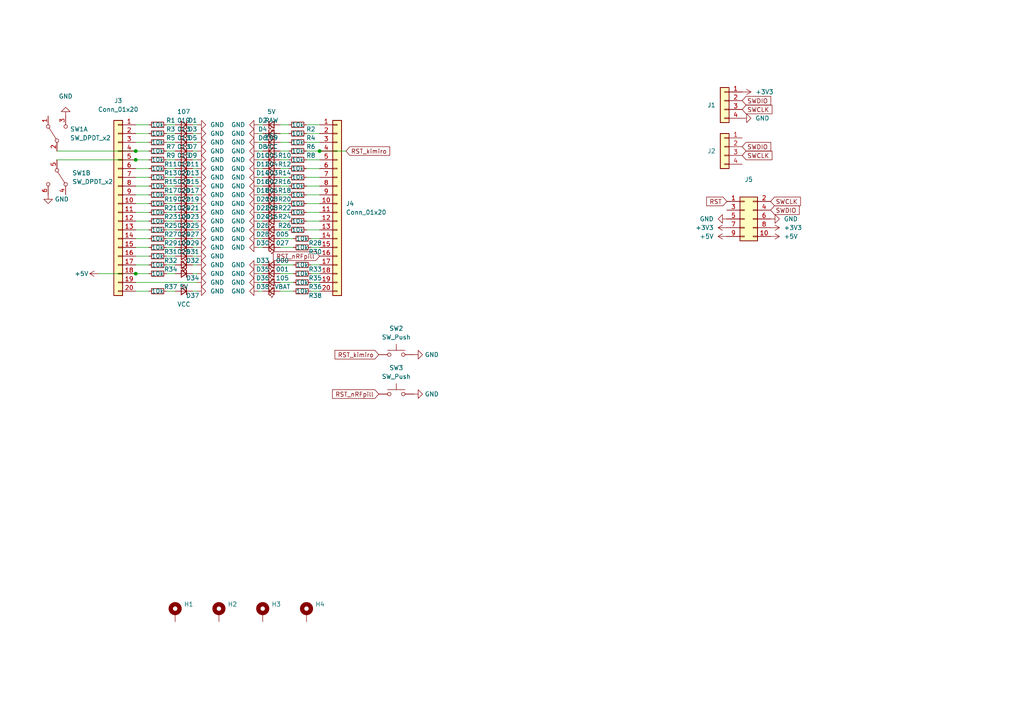
<source format=kicad_sch>
(kicad_sch (version 20211123) (generator eeschema)

  (uuid e63e39d7-6ac0-4ffd-8aa3-1841a4541b55)

  (paper "A4")

  (lib_symbols
    (symbol "Connector_Generic:Conn_01x04" (pin_names (offset 1.016) hide) (in_bom yes) (on_board yes)
      (property "Reference" "J" (id 0) (at 0 5.08 0)
        (effects (font (size 1.27 1.27)))
      )
      (property "Value" "Conn_01x04" (id 1) (at 0 -7.62 0)
        (effects (font (size 1.27 1.27)))
      )
      (property "Footprint" "" (id 2) (at 0 0 0)
        (effects (font (size 1.27 1.27)) hide)
      )
      (property "Datasheet" "~" (id 3) (at 0 0 0)
        (effects (font (size 1.27 1.27)) hide)
      )
      (property "ki_keywords" "connector" (id 4) (at 0 0 0)
        (effects (font (size 1.27 1.27)) hide)
      )
      (property "ki_description" "Generic connector, single row, 01x04, script generated (kicad-library-utils/schlib/autogen/connector/)" (id 5) (at 0 0 0)
        (effects (font (size 1.27 1.27)) hide)
      )
      (property "ki_fp_filters" "Connector*:*_1x??_*" (id 6) (at 0 0 0)
        (effects (font (size 1.27 1.27)) hide)
      )
      (symbol "Conn_01x04_1_1"
        (rectangle (start -1.27 -4.953) (end 0 -5.207)
          (stroke (width 0.1524) (type default) (color 0 0 0 0))
          (fill (type none))
        )
        (rectangle (start -1.27 -2.413) (end 0 -2.667)
          (stroke (width 0.1524) (type default) (color 0 0 0 0))
          (fill (type none))
        )
        (rectangle (start -1.27 0.127) (end 0 -0.127)
          (stroke (width 0.1524) (type default) (color 0 0 0 0))
          (fill (type none))
        )
        (rectangle (start -1.27 2.667) (end 0 2.413)
          (stroke (width 0.1524) (type default) (color 0 0 0 0))
          (fill (type none))
        )
        (rectangle (start -1.27 3.81) (end 1.27 -6.35)
          (stroke (width 0.254) (type default) (color 0 0 0 0))
          (fill (type background))
        )
        (pin passive line (at -5.08 2.54 0) (length 3.81)
          (name "Pin_1" (effects (font (size 1.27 1.27))))
          (number "1" (effects (font (size 1.27 1.27))))
        )
        (pin passive line (at -5.08 0 0) (length 3.81)
          (name "Pin_2" (effects (font (size 1.27 1.27))))
          (number "2" (effects (font (size 1.27 1.27))))
        )
        (pin passive line (at -5.08 -2.54 0) (length 3.81)
          (name "Pin_3" (effects (font (size 1.27 1.27))))
          (number "3" (effects (font (size 1.27 1.27))))
        )
        (pin passive line (at -5.08 -5.08 0) (length 3.81)
          (name "Pin_4" (effects (font (size 1.27 1.27))))
          (number "4" (effects (font (size 1.27 1.27))))
        )
      )
    )
    (symbol "Connector_Generic:Conn_01x20" (pin_names (offset 1.016) hide) (in_bom yes) (on_board yes)
      (property "Reference" "J" (id 0) (at 0 25.4 0)
        (effects (font (size 1.27 1.27)))
      )
      (property "Value" "Conn_01x20" (id 1) (at 0 -27.94 0)
        (effects (font (size 1.27 1.27)))
      )
      (property "Footprint" "" (id 2) (at 0 0 0)
        (effects (font (size 1.27 1.27)) hide)
      )
      (property "Datasheet" "~" (id 3) (at 0 0 0)
        (effects (font (size 1.27 1.27)) hide)
      )
      (property "ki_keywords" "connector" (id 4) (at 0 0 0)
        (effects (font (size 1.27 1.27)) hide)
      )
      (property "ki_description" "Generic connector, single row, 01x20, script generated (kicad-library-utils/schlib/autogen/connector/)" (id 5) (at 0 0 0)
        (effects (font (size 1.27 1.27)) hide)
      )
      (property "ki_fp_filters" "Connector*:*_1x??_*" (id 6) (at 0 0 0)
        (effects (font (size 1.27 1.27)) hide)
      )
      (symbol "Conn_01x20_1_1"
        (rectangle (start -1.27 -25.273) (end 0 -25.527)
          (stroke (width 0.1524) (type default) (color 0 0 0 0))
          (fill (type none))
        )
        (rectangle (start -1.27 -22.733) (end 0 -22.987)
          (stroke (width 0.1524) (type default) (color 0 0 0 0))
          (fill (type none))
        )
        (rectangle (start -1.27 -20.193) (end 0 -20.447)
          (stroke (width 0.1524) (type default) (color 0 0 0 0))
          (fill (type none))
        )
        (rectangle (start -1.27 -17.653) (end 0 -17.907)
          (stroke (width 0.1524) (type default) (color 0 0 0 0))
          (fill (type none))
        )
        (rectangle (start -1.27 -15.113) (end 0 -15.367)
          (stroke (width 0.1524) (type default) (color 0 0 0 0))
          (fill (type none))
        )
        (rectangle (start -1.27 -12.573) (end 0 -12.827)
          (stroke (width 0.1524) (type default) (color 0 0 0 0))
          (fill (type none))
        )
        (rectangle (start -1.27 -10.033) (end 0 -10.287)
          (stroke (width 0.1524) (type default) (color 0 0 0 0))
          (fill (type none))
        )
        (rectangle (start -1.27 -7.493) (end 0 -7.747)
          (stroke (width 0.1524) (type default) (color 0 0 0 0))
          (fill (type none))
        )
        (rectangle (start -1.27 -4.953) (end 0 -5.207)
          (stroke (width 0.1524) (type default) (color 0 0 0 0))
          (fill (type none))
        )
        (rectangle (start -1.27 -2.413) (end 0 -2.667)
          (stroke (width 0.1524) (type default) (color 0 0 0 0))
          (fill (type none))
        )
        (rectangle (start -1.27 0.127) (end 0 -0.127)
          (stroke (width 0.1524) (type default) (color 0 0 0 0))
          (fill (type none))
        )
        (rectangle (start -1.27 2.667) (end 0 2.413)
          (stroke (width 0.1524) (type default) (color 0 0 0 0))
          (fill (type none))
        )
        (rectangle (start -1.27 5.207) (end 0 4.953)
          (stroke (width 0.1524) (type default) (color 0 0 0 0))
          (fill (type none))
        )
        (rectangle (start -1.27 7.747) (end 0 7.493)
          (stroke (width 0.1524) (type default) (color 0 0 0 0))
          (fill (type none))
        )
        (rectangle (start -1.27 10.287) (end 0 10.033)
          (stroke (width 0.1524) (type default) (color 0 0 0 0))
          (fill (type none))
        )
        (rectangle (start -1.27 12.827) (end 0 12.573)
          (stroke (width 0.1524) (type default) (color 0 0 0 0))
          (fill (type none))
        )
        (rectangle (start -1.27 15.367) (end 0 15.113)
          (stroke (width 0.1524) (type default) (color 0 0 0 0))
          (fill (type none))
        )
        (rectangle (start -1.27 17.907) (end 0 17.653)
          (stroke (width 0.1524) (type default) (color 0 0 0 0))
          (fill (type none))
        )
        (rectangle (start -1.27 20.447) (end 0 20.193)
          (stroke (width 0.1524) (type default) (color 0 0 0 0))
          (fill (type none))
        )
        (rectangle (start -1.27 22.987) (end 0 22.733)
          (stroke (width 0.1524) (type default) (color 0 0 0 0))
          (fill (type none))
        )
        (rectangle (start -1.27 24.13) (end 1.27 -26.67)
          (stroke (width 0.254) (type default) (color 0 0 0 0))
          (fill (type background))
        )
        (pin passive line (at -5.08 22.86 0) (length 3.81)
          (name "Pin_1" (effects (font (size 1.27 1.27))))
          (number "1" (effects (font (size 1.27 1.27))))
        )
        (pin passive line (at -5.08 0 0) (length 3.81)
          (name "Pin_10" (effects (font (size 1.27 1.27))))
          (number "10" (effects (font (size 1.27 1.27))))
        )
        (pin passive line (at -5.08 -2.54 0) (length 3.81)
          (name "Pin_11" (effects (font (size 1.27 1.27))))
          (number "11" (effects (font (size 1.27 1.27))))
        )
        (pin passive line (at -5.08 -5.08 0) (length 3.81)
          (name "Pin_12" (effects (font (size 1.27 1.27))))
          (number "12" (effects (font (size 1.27 1.27))))
        )
        (pin passive line (at -5.08 -7.62 0) (length 3.81)
          (name "Pin_13" (effects (font (size 1.27 1.27))))
          (number "13" (effects (font (size 1.27 1.27))))
        )
        (pin passive line (at -5.08 -10.16 0) (length 3.81)
          (name "Pin_14" (effects (font (size 1.27 1.27))))
          (number "14" (effects (font (size 1.27 1.27))))
        )
        (pin passive line (at -5.08 -12.7 0) (length 3.81)
          (name "Pin_15" (effects (font (size 1.27 1.27))))
          (number "15" (effects (font (size 1.27 1.27))))
        )
        (pin passive line (at -5.08 -15.24 0) (length 3.81)
          (name "Pin_16" (effects (font (size 1.27 1.27))))
          (number "16" (effects (font (size 1.27 1.27))))
        )
        (pin passive line (at -5.08 -17.78 0) (length 3.81)
          (name "Pin_17" (effects (font (size 1.27 1.27))))
          (number "17" (effects (font (size 1.27 1.27))))
        )
        (pin passive line (at -5.08 -20.32 0) (length 3.81)
          (name "Pin_18" (effects (font (size 1.27 1.27))))
          (number "18" (effects (font (size 1.27 1.27))))
        )
        (pin passive line (at -5.08 -22.86 0) (length 3.81)
          (name "Pin_19" (effects (font (size 1.27 1.27))))
          (number "19" (effects (font (size 1.27 1.27))))
        )
        (pin passive line (at -5.08 20.32 0) (length 3.81)
          (name "Pin_2" (effects (font (size 1.27 1.27))))
          (number "2" (effects (font (size 1.27 1.27))))
        )
        (pin passive line (at -5.08 -25.4 0) (length 3.81)
          (name "Pin_20" (effects (font (size 1.27 1.27))))
          (number "20" (effects (font (size 1.27 1.27))))
        )
        (pin passive line (at -5.08 17.78 0) (length 3.81)
          (name "Pin_3" (effects (font (size 1.27 1.27))))
          (number "3" (effects (font (size 1.27 1.27))))
        )
        (pin passive line (at -5.08 15.24 0) (length 3.81)
          (name "Pin_4" (effects (font (size 1.27 1.27))))
          (number "4" (effects (font (size 1.27 1.27))))
        )
        (pin passive line (at -5.08 12.7 0) (length 3.81)
          (name "Pin_5" (effects (font (size 1.27 1.27))))
          (number "5" (effects (font (size 1.27 1.27))))
        )
        (pin passive line (at -5.08 10.16 0) (length 3.81)
          (name "Pin_6" (effects (font (size 1.27 1.27))))
          (number "6" (effects (font (size 1.27 1.27))))
        )
        (pin passive line (at -5.08 7.62 0) (length 3.81)
          (name "Pin_7" (effects (font (size 1.27 1.27))))
          (number "7" (effects (font (size 1.27 1.27))))
        )
        (pin passive line (at -5.08 5.08 0) (length 3.81)
          (name "Pin_8" (effects (font (size 1.27 1.27))))
          (number "8" (effects (font (size 1.27 1.27))))
        )
        (pin passive line (at -5.08 2.54 0) (length 3.81)
          (name "Pin_9" (effects (font (size 1.27 1.27))))
          (number "9" (effects (font (size 1.27 1.27))))
        )
      )
    )
    (symbol "Connector_Generic:Conn_02x05_Odd_Even" (pin_names (offset 1.016) hide) (in_bom yes) (on_board yes)
      (property "Reference" "J" (id 0) (at 1.27 7.62 0)
        (effects (font (size 1.27 1.27)))
      )
      (property "Value" "Conn_02x05_Odd_Even" (id 1) (at 1.27 -7.62 0)
        (effects (font (size 1.27 1.27)))
      )
      (property "Footprint" "" (id 2) (at 0 0 0)
        (effects (font (size 1.27 1.27)) hide)
      )
      (property "Datasheet" "~" (id 3) (at 0 0 0)
        (effects (font (size 1.27 1.27)) hide)
      )
      (property "ki_keywords" "connector" (id 4) (at 0 0 0)
        (effects (font (size 1.27 1.27)) hide)
      )
      (property "ki_description" "Generic connector, double row, 02x05, odd/even pin numbering scheme (row 1 odd numbers, row 2 even numbers), script generated (kicad-library-utils/schlib/autogen/connector/)" (id 5) (at 0 0 0)
        (effects (font (size 1.27 1.27)) hide)
      )
      (property "ki_fp_filters" "Connector*:*_2x??_*" (id 6) (at 0 0 0)
        (effects (font (size 1.27 1.27)) hide)
      )
      (symbol "Conn_02x05_Odd_Even_1_1"
        (rectangle (start -1.27 -4.953) (end 0 -5.207)
          (stroke (width 0.1524) (type default) (color 0 0 0 0))
          (fill (type none))
        )
        (rectangle (start -1.27 -2.413) (end 0 -2.667)
          (stroke (width 0.1524) (type default) (color 0 0 0 0))
          (fill (type none))
        )
        (rectangle (start -1.27 0.127) (end 0 -0.127)
          (stroke (width 0.1524) (type default) (color 0 0 0 0))
          (fill (type none))
        )
        (rectangle (start -1.27 2.667) (end 0 2.413)
          (stroke (width 0.1524) (type default) (color 0 0 0 0))
          (fill (type none))
        )
        (rectangle (start -1.27 5.207) (end 0 4.953)
          (stroke (width 0.1524) (type default) (color 0 0 0 0))
          (fill (type none))
        )
        (rectangle (start -1.27 6.35) (end 3.81 -6.35)
          (stroke (width 0.254) (type default) (color 0 0 0 0))
          (fill (type background))
        )
        (rectangle (start 3.81 -4.953) (end 2.54 -5.207)
          (stroke (width 0.1524) (type default) (color 0 0 0 0))
          (fill (type none))
        )
        (rectangle (start 3.81 -2.413) (end 2.54 -2.667)
          (stroke (width 0.1524) (type default) (color 0 0 0 0))
          (fill (type none))
        )
        (rectangle (start 3.81 0.127) (end 2.54 -0.127)
          (stroke (width 0.1524) (type default) (color 0 0 0 0))
          (fill (type none))
        )
        (rectangle (start 3.81 2.667) (end 2.54 2.413)
          (stroke (width 0.1524) (type default) (color 0 0 0 0))
          (fill (type none))
        )
        (rectangle (start 3.81 5.207) (end 2.54 4.953)
          (stroke (width 0.1524) (type default) (color 0 0 0 0))
          (fill (type none))
        )
        (pin passive line (at -5.08 5.08 0) (length 3.81)
          (name "Pin_1" (effects (font (size 1.27 1.27))))
          (number "1" (effects (font (size 1.27 1.27))))
        )
        (pin passive line (at 7.62 -5.08 180) (length 3.81)
          (name "Pin_10" (effects (font (size 1.27 1.27))))
          (number "10" (effects (font (size 1.27 1.27))))
        )
        (pin passive line (at 7.62 5.08 180) (length 3.81)
          (name "Pin_2" (effects (font (size 1.27 1.27))))
          (number "2" (effects (font (size 1.27 1.27))))
        )
        (pin passive line (at -5.08 2.54 0) (length 3.81)
          (name "Pin_3" (effects (font (size 1.27 1.27))))
          (number "3" (effects (font (size 1.27 1.27))))
        )
        (pin passive line (at 7.62 2.54 180) (length 3.81)
          (name "Pin_4" (effects (font (size 1.27 1.27))))
          (number "4" (effects (font (size 1.27 1.27))))
        )
        (pin passive line (at -5.08 0 0) (length 3.81)
          (name "Pin_5" (effects (font (size 1.27 1.27))))
          (number "5" (effects (font (size 1.27 1.27))))
        )
        (pin passive line (at 7.62 0 180) (length 3.81)
          (name "Pin_6" (effects (font (size 1.27 1.27))))
          (number "6" (effects (font (size 1.27 1.27))))
        )
        (pin passive line (at -5.08 -2.54 0) (length 3.81)
          (name "Pin_7" (effects (font (size 1.27 1.27))))
          (number "7" (effects (font (size 1.27 1.27))))
        )
        (pin passive line (at 7.62 -2.54 180) (length 3.81)
          (name "Pin_8" (effects (font (size 1.27 1.27))))
          (number "8" (effects (font (size 1.27 1.27))))
        )
        (pin passive line (at -5.08 -5.08 0) (length 3.81)
          (name "Pin_9" (effects (font (size 1.27 1.27))))
          (number "9" (effects (font (size 1.27 1.27))))
        )
      )
    )
    (symbol "Device:LED_Small" (pin_numbers hide) (pin_names (offset 0.254) hide) (in_bom yes) (on_board yes)
      (property "Reference" "D" (id 0) (at -1.27 3.175 0)
        (effects (font (size 1.27 1.27)) (justify left))
      )
      (property "Value" "LED_Small" (id 1) (at -4.445 -2.54 0)
        (effects (font (size 1.27 1.27)) (justify left))
      )
      (property "Footprint" "" (id 2) (at 0 0 90)
        (effects (font (size 1.27 1.27)) hide)
      )
      (property "Datasheet" "~" (id 3) (at 0 0 90)
        (effects (font (size 1.27 1.27)) hide)
      )
      (property "ki_keywords" "LED diode light-emitting-diode" (id 4) (at 0 0 0)
        (effects (font (size 1.27 1.27)) hide)
      )
      (property "ki_description" "Light emitting diode, small symbol" (id 5) (at 0 0 0)
        (effects (font (size 1.27 1.27)) hide)
      )
      (property "ki_fp_filters" "LED* LED_SMD:* LED_THT:*" (id 6) (at 0 0 0)
        (effects (font (size 1.27 1.27)) hide)
      )
      (symbol "LED_Small_0_1"
        (polyline
          (pts
            (xy -0.762 -1.016)
            (xy -0.762 1.016)
          )
          (stroke (width 0.254) (type default) (color 0 0 0 0))
          (fill (type none))
        )
        (polyline
          (pts
            (xy 1.016 0)
            (xy -0.762 0)
          )
          (stroke (width 0) (type default) (color 0 0 0 0))
          (fill (type none))
        )
        (polyline
          (pts
            (xy 0.762 -1.016)
            (xy -0.762 0)
            (xy 0.762 1.016)
            (xy 0.762 -1.016)
          )
          (stroke (width 0.254) (type default) (color 0 0 0 0))
          (fill (type none))
        )
        (polyline
          (pts
            (xy 0 0.762)
            (xy -0.508 1.27)
            (xy -0.254 1.27)
            (xy -0.508 1.27)
            (xy -0.508 1.016)
          )
          (stroke (width 0) (type default) (color 0 0 0 0))
          (fill (type none))
        )
        (polyline
          (pts
            (xy 0.508 1.27)
            (xy 0 1.778)
            (xy 0.254 1.778)
            (xy 0 1.778)
            (xy 0 1.524)
          )
          (stroke (width 0) (type default) (color 0 0 0 0))
          (fill (type none))
        )
      )
      (symbol "LED_Small_1_1"
        (pin passive line (at -2.54 0 0) (length 1.778)
          (name "K" (effects (font (size 1.27 1.27))))
          (number "1" (effects (font (size 1.27 1.27))))
        )
        (pin passive line (at 2.54 0 180) (length 1.778)
          (name "A" (effects (font (size 1.27 1.27))))
          (number "2" (effects (font (size 1.27 1.27))))
        )
      )
    )
    (symbol "Device:R_Small" (pin_numbers hide) (pin_names (offset 0.254) hide) (in_bom yes) (on_board yes)
      (property "Reference" "R" (id 0) (at 0.762 0.508 0)
        (effects (font (size 1.27 1.27)) (justify left))
      )
      (property "Value" "R_Small" (id 1) (at 0.762 -1.016 0)
        (effects (font (size 1.27 1.27)) (justify left))
      )
      (property "Footprint" "" (id 2) (at 0 0 0)
        (effects (font (size 1.27 1.27)) hide)
      )
      (property "Datasheet" "~" (id 3) (at 0 0 0)
        (effects (font (size 1.27 1.27)) hide)
      )
      (property "ki_keywords" "R resistor" (id 4) (at 0 0 0)
        (effects (font (size 1.27 1.27)) hide)
      )
      (property "ki_description" "Resistor, small symbol" (id 5) (at 0 0 0)
        (effects (font (size 1.27 1.27)) hide)
      )
      (property "ki_fp_filters" "R_*" (id 6) (at 0 0 0)
        (effects (font (size 1.27 1.27)) hide)
      )
      (symbol "R_Small_0_1"
        (rectangle (start -0.762 1.778) (end 0.762 -1.778)
          (stroke (width 0.2032) (type default) (color 0 0 0 0))
          (fill (type none))
        )
      )
      (symbol "R_Small_1_1"
        (pin passive line (at 0 2.54 270) (length 0.762)
          (name "~" (effects (font (size 1.27 1.27))))
          (number "1" (effects (font (size 1.27 1.27))))
        )
        (pin passive line (at 0 -2.54 90) (length 0.762)
          (name "~" (effects (font (size 1.27 1.27))))
          (number "2" (effects (font (size 1.27 1.27))))
        )
      )
    )
    (symbol "Mechanical:MountingHole_Pad" (pin_numbers hide) (pin_names (offset 1.016) hide) (in_bom yes) (on_board yes)
      (property "Reference" "H" (id 0) (at 0 6.35 0)
        (effects (font (size 1.27 1.27)))
      )
      (property "Value" "MountingHole_Pad" (id 1) (at 0 4.445 0)
        (effects (font (size 1.27 1.27)))
      )
      (property "Footprint" "" (id 2) (at 0 0 0)
        (effects (font (size 1.27 1.27)) hide)
      )
      (property "Datasheet" "~" (id 3) (at 0 0 0)
        (effects (font (size 1.27 1.27)) hide)
      )
      (property "ki_keywords" "mounting hole" (id 4) (at 0 0 0)
        (effects (font (size 1.27 1.27)) hide)
      )
      (property "ki_description" "Mounting Hole with connection" (id 5) (at 0 0 0)
        (effects (font (size 1.27 1.27)) hide)
      )
      (property "ki_fp_filters" "MountingHole*Pad*" (id 6) (at 0 0 0)
        (effects (font (size 1.27 1.27)) hide)
      )
      (symbol "MountingHole_Pad_0_1"
        (circle (center 0 1.27) (radius 1.27)
          (stroke (width 1.27) (type default) (color 0 0 0 0))
          (fill (type none))
        )
      )
      (symbol "MountingHole_Pad_1_1"
        (pin input line (at 0 -2.54 90) (length 2.54)
          (name "1" (effects (font (size 1.27 1.27))))
          (number "1" (effects (font (size 1.27 1.27))))
        )
      )
    )
    (symbol "Switch:SW_DPDT_x2" (pin_names (offset 0) hide) (in_bom yes) (on_board yes)
      (property "Reference" "SW" (id 0) (at 0 4.318 0)
        (effects (font (size 1.27 1.27)))
      )
      (property "Value" "SW_DPDT_x2" (id 1) (at 0 -5.08 0)
        (effects (font (size 1.27 1.27)))
      )
      (property "Footprint" "" (id 2) (at 0 0 0)
        (effects (font (size 1.27 1.27)) hide)
      )
      (property "Datasheet" "~" (id 3) (at 0 0 0)
        (effects (font (size 1.27 1.27)) hide)
      )
      (property "ki_keywords" "switch dual-pole double-throw DPDT spdt ON-ON" (id 4) (at 0 0 0)
        (effects (font (size 1.27 1.27)) hide)
      )
      (property "ki_description" "Switch, dual pole double throw, separate symbols" (id 5) (at 0 0 0)
        (effects (font (size 1.27 1.27)) hide)
      )
      (property "ki_fp_filters" "SW*DPDT*" (id 6) (at 0 0 0)
        (effects (font (size 1.27 1.27)) hide)
      )
      (symbol "SW_DPDT_x2_0_0"
        (circle (center -2.032 0) (radius 0.508)
          (stroke (width 0) (type default) (color 0 0 0 0))
          (fill (type none))
        )
        (circle (center 2.032 -2.54) (radius 0.508)
          (stroke (width 0) (type default) (color 0 0 0 0))
          (fill (type none))
        )
      )
      (symbol "SW_DPDT_x2_0_1"
        (polyline
          (pts
            (xy -1.524 0.254)
            (xy 1.651 2.286)
          )
          (stroke (width 0) (type default) (color 0 0 0 0))
          (fill (type none))
        )
        (circle (center 2.032 2.54) (radius 0.508)
          (stroke (width 0) (type default) (color 0 0 0 0))
          (fill (type none))
        )
      )
      (symbol "SW_DPDT_x2_1_1"
        (pin passive line (at 5.08 2.54 180) (length 2.54)
          (name "A" (effects (font (size 1.27 1.27))))
          (number "1" (effects (font (size 1.27 1.27))))
        )
        (pin passive line (at -5.08 0 0) (length 2.54)
          (name "B" (effects (font (size 1.27 1.27))))
          (number "2" (effects (font (size 1.27 1.27))))
        )
        (pin passive line (at 5.08 -2.54 180) (length 2.54)
          (name "C" (effects (font (size 1.27 1.27))))
          (number "3" (effects (font (size 1.27 1.27))))
        )
      )
      (symbol "SW_DPDT_x2_2_1"
        (pin passive line (at 5.08 2.54 180) (length 2.54)
          (name "A" (effects (font (size 1.27 1.27))))
          (number "4" (effects (font (size 1.27 1.27))))
        )
        (pin passive line (at -5.08 0 0) (length 2.54)
          (name "B" (effects (font (size 1.27 1.27))))
          (number "5" (effects (font (size 1.27 1.27))))
        )
        (pin passive line (at 5.08 -2.54 180) (length 2.54)
          (name "C" (effects (font (size 1.27 1.27))))
          (number "6" (effects (font (size 1.27 1.27))))
        )
      )
    )
    (symbol "Switch:SW_Push" (pin_numbers hide) (pin_names (offset 1.016) hide) (in_bom yes) (on_board yes)
      (property "Reference" "SW" (id 0) (at 1.27 2.54 0)
        (effects (font (size 1.27 1.27)) (justify left))
      )
      (property "Value" "SW_Push" (id 1) (at 0 -1.524 0)
        (effects (font (size 1.27 1.27)))
      )
      (property "Footprint" "" (id 2) (at 0 5.08 0)
        (effects (font (size 1.27 1.27)) hide)
      )
      (property "Datasheet" "~" (id 3) (at 0 5.08 0)
        (effects (font (size 1.27 1.27)) hide)
      )
      (property "ki_keywords" "switch normally-open pushbutton push-button" (id 4) (at 0 0 0)
        (effects (font (size 1.27 1.27)) hide)
      )
      (property "ki_description" "Push button switch, generic, two pins" (id 5) (at 0 0 0)
        (effects (font (size 1.27 1.27)) hide)
      )
      (symbol "SW_Push_0_1"
        (circle (center -2.032 0) (radius 0.508)
          (stroke (width 0) (type default) (color 0 0 0 0))
          (fill (type none))
        )
        (polyline
          (pts
            (xy 0 1.27)
            (xy 0 3.048)
          )
          (stroke (width 0) (type default) (color 0 0 0 0))
          (fill (type none))
        )
        (polyline
          (pts
            (xy 2.54 1.27)
            (xy -2.54 1.27)
          )
          (stroke (width 0) (type default) (color 0 0 0 0))
          (fill (type none))
        )
        (circle (center 2.032 0) (radius 0.508)
          (stroke (width 0) (type default) (color 0 0 0 0))
          (fill (type none))
        )
        (pin passive line (at -5.08 0 0) (length 2.54)
          (name "1" (effects (font (size 1.27 1.27))))
          (number "1" (effects (font (size 1.27 1.27))))
        )
        (pin passive line (at 5.08 0 180) (length 2.54)
          (name "2" (effects (font (size 1.27 1.27))))
          (number "2" (effects (font (size 1.27 1.27))))
        )
      )
    )
    (symbol "power:+3.3V" (power) (pin_names (offset 0)) (in_bom yes) (on_board yes)
      (property "Reference" "#PWR" (id 0) (at 0 -3.81 0)
        (effects (font (size 1.27 1.27)) hide)
      )
      (property "Value" "+3.3V" (id 1) (at 0 3.556 0)
        (effects (font (size 1.27 1.27)))
      )
      (property "Footprint" "" (id 2) (at 0 0 0)
        (effects (font (size 1.27 1.27)) hide)
      )
      (property "Datasheet" "" (id 3) (at 0 0 0)
        (effects (font (size 1.27 1.27)) hide)
      )
      (property "ki_keywords" "power-flag" (id 4) (at 0 0 0)
        (effects (font (size 1.27 1.27)) hide)
      )
      (property "ki_description" "Power symbol creates a global label with name \"+3.3V\"" (id 5) (at 0 0 0)
        (effects (font (size 1.27 1.27)) hide)
      )
      (symbol "+3.3V_0_1"
        (polyline
          (pts
            (xy -0.762 1.27)
            (xy 0 2.54)
          )
          (stroke (width 0) (type default) (color 0 0 0 0))
          (fill (type none))
        )
        (polyline
          (pts
            (xy 0 0)
            (xy 0 2.54)
          )
          (stroke (width 0) (type default) (color 0 0 0 0))
          (fill (type none))
        )
        (polyline
          (pts
            (xy 0 2.54)
            (xy 0.762 1.27)
          )
          (stroke (width 0) (type default) (color 0 0 0 0))
          (fill (type none))
        )
      )
      (symbol "+3.3V_1_1"
        (pin power_in line (at 0 0 90) (length 0) hide
          (name "+3V3" (effects (font (size 1.27 1.27))))
          (number "1" (effects (font (size 1.27 1.27))))
        )
      )
    )
    (symbol "power:+5V" (power) (pin_names (offset 0)) (in_bom yes) (on_board yes)
      (property "Reference" "#PWR" (id 0) (at 0 -3.81 0)
        (effects (font (size 1.27 1.27)) hide)
      )
      (property "Value" "+5V" (id 1) (at 0 3.556 0)
        (effects (font (size 1.27 1.27)))
      )
      (property "Footprint" "" (id 2) (at 0 0 0)
        (effects (font (size 1.27 1.27)) hide)
      )
      (property "Datasheet" "" (id 3) (at 0 0 0)
        (effects (font (size 1.27 1.27)) hide)
      )
      (property "ki_keywords" "power-flag" (id 4) (at 0 0 0)
        (effects (font (size 1.27 1.27)) hide)
      )
      (property "ki_description" "Power symbol creates a global label with name \"+5V\"" (id 5) (at 0 0 0)
        (effects (font (size 1.27 1.27)) hide)
      )
      (symbol "+5V_0_1"
        (polyline
          (pts
            (xy -0.762 1.27)
            (xy 0 2.54)
          )
          (stroke (width 0) (type default) (color 0 0 0 0))
          (fill (type none))
        )
        (polyline
          (pts
            (xy 0 0)
            (xy 0 2.54)
          )
          (stroke (width 0) (type default) (color 0 0 0 0))
          (fill (type none))
        )
        (polyline
          (pts
            (xy 0 2.54)
            (xy 0.762 1.27)
          )
          (stroke (width 0) (type default) (color 0 0 0 0))
          (fill (type none))
        )
      )
      (symbol "+5V_1_1"
        (pin power_in line (at 0 0 90) (length 0) hide
          (name "+5V" (effects (font (size 1.27 1.27))))
          (number "1" (effects (font (size 1.27 1.27))))
        )
      )
    )
    (symbol "power:GND" (power) (pin_names (offset 0)) (in_bom yes) (on_board yes)
      (property "Reference" "#PWR" (id 0) (at 0 -6.35 0)
        (effects (font (size 1.27 1.27)) hide)
      )
      (property "Value" "GND" (id 1) (at 0 -3.81 0)
        (effects (font (size 1.27 1.27)))
      )
      (property "Footprint" "" (id 2) (at 0 0 0)
        (effects (font (size 1.27 1.27)) hide)
      )
      (property "Datasheet" "" (id 3) (at 0 0 0)
        (effects (font (size 1.27 1.27)) hide)
      )
      (property "ki_keywords" "power-flag" (id 4) (at 0 0 0)
        (effects (font (size 1.27 1.27)) hide)
      )
      (property "ki_description" "Power symbol creates a global label with name \"GND\" , ground" (id 5) (at 0 0 0)
        (effects (font (size 1.27 1.27)) hide)
      )
      (symbol "GND_0_1"
        (polyline
          (pts
            (xy 0 0)
            (xy 0 -1.27)
            (xy 1.27 -1.27)
            (xy 0 -2.54)
            (xy -1.27 -1.27)
            (xy 0 -1.27)
          )
          (stroke (width 0) (type default) (color 0 0 0 0))
          (fill (type none))
        )
      )
      (symbol "GND_1_1"
        (pin power_in line (at 0 0 270) (length 0) hide
          (name "GND" (effects (font (size 1.27 1.27))))
          (number "1" (effects (font (size 1.27 1.27))))
        )
      )
    )
  )

  (junction (at 92.71 43.815) (diameter 0) (color 0 0 0 0)
    (uuid 1de3fd7a-7836-41be-8c47-a70ed58a6767)
  )
  (junction (at 39.37 46.355) (diameter 0) (color 0 0 0 0)
    (uuid 9c1f8c09-5d2a-4252-a520-dcda4eb8856d)
  )
  (junction (at 39.37 43.815) (diameter 0) (color 0 0 0 0)
    (uuid b4f23d74-63b8-4e81-9960-113952ae3bb3)
  )
  (junction (at 39.37 79.375) (diameter 0) (color 0 0 0 0)
    (uuid fc2219f9-2d10-48d7-b697-fd60eee34cfd)
  )

  (wire (pts (xy 92.71 56.515) (xy 88.9 56.515))
    (stroke (width 0) (type default) (color 0 0 0 0))
    (uuid 00abcd7b-2b0e-4901-96b0-086d3a946ed1)
  )
  (wire (pts (xy 74.93 51.435) (xy 76.2 51.435))
    (stroke (width 0) (type default) (color 0 0 0 0))
    (uuid 02ce3676-98aa-44ae-a0d8-5393eb90b577)
  )
  (wire (pts (xy 88.9 36.195) (xy 92.71 36.195))
    (stroke (width 0) (type default) (color 0 0 0 0))
    (uuid 06d3ed22-66e2-4d0f-83fa-fd10dcdf9cc1)
  )
  (wire (pts (xy 74.93 69.215) (xy 76.2 69.215))
    (stroke (width 0) (type default) (color 0 0 0 0))
    (uuid 0ad129d4-0b8e-487d-b9d6-88fae0ec13d5)
  )
  (wire (pts (xy 57.148 76.835) (xy 55.88 76.835))
    (stroke (width 0) (type default) (color 0 0 0 0))
    (uuid 0afe2679-c568-48c1-904d-0bc007e53980)
  )
  (wire (pts (xy 57.15 61.595) (xy 55.88 61.595))
    (stroke (width 0) (type default) (color 0 0 0 0))
    (uuid 0fbad13e-b714-4ce1-bcde-aa631228660c)
  )
  (wire (pts (xy 74.93 53.975) (xy 76.2 53.975))
    (stroke (width 0) (type default) (color 0 0 0 0))
    (uuid 102c215f-e3b2-40a6-a6ec-76b74772531a)
  )
  (wire (pts (xy 90.17 69.215) (xy 92.71 69.215))
    (stroke (width 0) (type default) (color 0 0 0 0))
    (uuid 157ddbd3-3a09-4bd2-a99d-9b83f01da7e1)
  )
  (wire (pts (xy 39.37 43.815) (xy 43.18 43.815))
    (stroke (width 0) (type default) (color 0 0 0 0))
    (uuid 15e367a1-60df-44f7-8fdd-f029843d907d)
  )
  (wire (pts (xy 57.15 74.295) (xy 55.88 74.295))
    (stroke (width 0) (type default) (color 0 0 0 0))
    (uuid 17719b8c-0f9f-46d4-86ec-7549674c6332)
  )
  (wire (pts (xy 57.15 71.755) (xy 55.88 71.755))
    (stroke (width 0) (type default) (color 0 0 0 0))
    (uuid 17f2b3fd-de91-4aae-9acf-e438c6e6c5d2)
  )
  (wire (pts (xy 57.15 56.515) (xy 55.88 56.515))
    (stroke (width 0) (type default) (color 0 0 0 0))
    (uuid 18cdf09e-c4ed-4d5f-9b05-4ae05c0a2f10)
  )
  (wire (pts (xy 39.37 61.595) (xy 43.18 61.595))
    (stroke (width 0) (type default) (color 0 0 0 0))
    (uuid 1e06fb79-bad9-4b7d-adf6-05eea171cabb)
  )
  (wire (pts (xy 57.15 53.975) (xy 55.88 53.975))
    (stroke (width 0) (type default) (color 0 0 0 0))
    (uuid 1e307d6c-b99d-4056-9c7f-81b66284cec6)
  )
  (wire (pts (xy 83.82 59.055) (xy 81.28 59.055))
    (stroke (width 0) (type default) (color 0 0 0 0))
    (uuid 1e3b7bff-f3af-44b6-91fd-d1283e9d3c1f)
  )
  (wire (pts (xy 48.26 84.455) (xy 50.8 84.455))
    (stroke (width 0) (type default) (color 0 0 0 0))
    (uuid 25551ad8-6ce8-4351-a77d-8d8b28510583)
  )
  (wire (pts (xy 57.15 36.195) (xy 55.88 36.195))
    (stroke (width 0) (type default) (color 0 0 0 0))
    (uuid 25dac183-6983-4685-b3a8-ece19b1fe103)
  )
  (wire (pts (xy 48.26 59.055) (xy 50.8 59.055))
    (stroke (width 0) (type default) (color 0 0 0 0))
    (uuid 282b0144-c0c5-4588-8cca-c6e05571b4e9)
  )
  (wire (pts (xy 57.15 79.375) (xy 55.88 79.375))
    (stroke (width 0) (type default) (color 0 0 0 0))
    (uuid 2858aa08-e07d-4fee-bc82-1fe6aea0b44d)
  )
  (wire (pts (xy 39.37 38.735) (xy 43.18 38.735))
    (stroke (width 0) (type default) (color 0 0 0 0))
    (uuid 298e8985-52a1-4f82-8cf5-7486d86a6f6b)
  )
  (wire (pts (xy 39.37 36.195) (xy 43.18 36.195))
    (stroke (width 0) (type default) (color 0 0 0 0))
    (uuid 2ccdfcba-b4f7-4fca-b2ff-be7680ed99b3)
  )
  (wire (pts (xy 48.26 66.675) (xy 50.8 66.675))
    (stroke (width 0) (type default) (color 0 0 0 0))
    (uuid 3007cd8d-ca32-47ca-bd45-3e3348ddaa8e)
  )
  (wire (pts (xy 48.26 69.215) (xy 50.8 69.215))
    (stroke (width 0) (type default) (color 0 0 0 0))
    (uuid 305e8e99-3992-4909-b798-1e09e8c18081)
  )
  (wire (pts (xy 74.93 81.915) (xy 76.2 81.915))
    (stroke (width 0) (type default) (color 0 0 0 0))
    (uuid 30978541-2714-4ec9-a1dc-f7cbda576120)
  )
  (wire (pts (xy 90.17 84.455) (xy 92.71 84.455))
    (stroke (width 0) (type default) (color 0 0 0 0))
    (uuid 317c867f-3baf-4e96-a962-bb4600ae6b59)
  )
  (wire (pts (xy 92.71 61.595) (xy 88.9 61.595))
    (stroke (width 0) (type default) (color 0 0 0 0))
    (uuid 35155eb5-f4b8-4555-8aa6-fb65e1443dd5)
  )
  (wire (pts (xy 39.37 41.275) (xy 43.18 41.275))
    (stroke (width 0) (type default) (color 0 0 0 0))
    (uuid 38668abb-13b0-4d64-9754-1cdf0a1f230f)
  )
  (wire (pts (xy 92.71 53.975) (xy 88.9 53.975))
    (stroke (width 0) (type default) (color 0 0 0 0))
    (uuid 39b169a9-5a1a-4b00-9a6e-3173ae2cd86f)
  )
  (wire (pts (xy 74.93 76.835) (xy 76.2 76.835))
    (stroke (width 0) (type default) (color 0 0 0 0))
    (uuid 3bfa56fd-bab2-4ad4-94ca-4069a8a39479)
  )
  (wire (pts (xy 74.93 43.815) (xy 76.2 43.815))
    (stroke (width 0) (type default) (color 0 0 0 0))
    (uuid 3c4a34f5-c321-409c-b079-b8135b38f5df)
  )
  (wire (pts (xy 81.28 38.735) (xy 83.82 38.735))
    (stroke (width 0) (type default) (color 0 0 0 0))
    (uuid 3d17500e-4366-43d1-998d-c24e75104b4e)
  )
  (wire (pts (xy 57.15 84.455) (xy 55.88 84.455))
    (stroke (width 0) (type default) (color 0 0 0 0))
    (uuid 43918be9-5603-413f-af62-f31ccc7a3907)
  )
  (wire (pts (xy 48.26 56.515) (xy 50.8 56.515))
    (stroke (width 0) (type default) (color 0 0 0 0))
    (uuid 495de5ad-6b2d-4fa4-8609-8acc3cc5f5e4)
  )
  (wire (pts (xy 16.51 43.815) (xy 39.37 43.815))
    (stroke (width 0) (type default) (color 0 0 0 0))
    (uuid 4be32126-dc24-4fcc-ba80-56f65c93dc6c)
  )
  (wire (pts (xy 48.26 36.195) (xy 50.8 36.195))
    (stroke (width 0) (type default) (color 0 0 0 0))
    (uuid 4c67eb72-ee38-4cf0-808a-068d703e2d95)
  )
  (wire (pts (xy 28.575 79.375) (xy 39.37 79.375))
    (stroke (width 0) (type default) (color 0 0 0 0))
    (uuid 4da6a221-007e-41ed-aafa-2e3730df6393)
  )
  (wire (pts (xy 83.82 56.515) (xy 81.28 56.515))
    (stroke (width 0) (type default) (color 0 0 0 0))
    (uuid 4e9643cf-6843-4a98-bb83-dff0f428e5b2)
  )
  (wire (pts (xy 74.93 84.455) (xy 76.2 84.455))
    (stroke (width 0) (type default) (color 0 0 0 0))
    (uuid 4fd29ec1-4536-4c09-9785-23b5848feac2)
  )
  (wire (pts (xy 81.28 43.815) (xy 83.82 43.815))
    (stroke (width 0) (type default) (color 0 0 0 0))
    (uuid 561b2e2a-850a-48c0-b8b8-bcf602f53cc7)
  )
  (wire (pts (xy 74.93 71.755) (xy 76.2 71.755))
    (stroke (width 0) (type default) (color 0 0 0 0))
    (uuid 58bb5dbe-8a07-4c80-a29b-a5ff2c50cf65)
  )
  (wire (pts (xy 74.93 61.595) (xy 76.2 61.595))
    (stroke (width 0) (type default) (color 0 0 0 0))
    (uuid 59d779a5-8a3b-4c40-8b2c-9d00c3edb847)
  )
  (wire (pts (xy 39.37 46.355) (xy 43.18 46.355))
    (stroke (width 0) (type default) (color 0 0 0 0))
    (uuid 5f3b908d-44be-49f2-b559-9ea527ded4de)
  )
  (wire (pts (xy 83.82 64.135) (xy 81.28 64.135))
    (stroke (width 0) (type default) (color 0 0 0 0))
    (uuid 5f4a82a4-e845-49ad-8390-18e861bc28cf)
  )
  (wire (pts (xy 48.26 76.835) (xy 50.8 76.835))
    (stroke (width 0) (type default) (color 0 0 0 0))
    (uuid 60b15e63-2fb2-4288-b7b1-795f2f7b4a93)
  )
  (wire (pts (xy 83.82 53.975) (xy 81.28 53.975))
    (stroke (width 0) (type default) (color 0 0 0 0))
    (uuid 60f7aaa5-23bb-4f5b-bbcb-80c0bd4da7d5)
  )
  (wire (pts (xy 90.17 71.755) (xy 92.71 71.755))
    (stroke (width 0) (type default) (color 0 0 0 0))
    (uuid 6617a380-81be-4416-873a-e89a336bf3e7)
  )
  (wire (pts (xy 74.93 46.355) (xy 76.2 46.355))
    (stroke (width 0) (type default) (color 0 0 0 0))
    (uuid 68f5c845-0140-4b3b-a686-049584e014f2)
  )
  (wire (pts (xy 39.37 51.435) (xy 43.18 51.435))
    (stroke (width 0) (type default) (color 0 0 0 0))
    (uuid 6b42fabd-d2b3-4abb-ad63-3acc92231a71)
  )
  (wire (pts (xy 16.51 46.355) (xy 39.37 46.355))
    (stroke (width 0) (type default) (color 0 0 0 0))
    (uuid 6ed50493-2ab5-46cb-a342-8aa85ad28a9a)
  )
  (wire (pts (xy 74.93 41.275) (xy 76.2 41.275))
    (stroke (width 0) (type default) (color 0 0 0 0))
    (uuid 6fafb2a4-8c31-4fc0-8914-00a9b7e98cee)
  )
  (wire (pts (xy 90.17 76.835) (xy 92.71 76.835))
    (stroke (width 0) (type default) (color 0 0 0 0))
    (uuid 76d95e1e-1a69-4ae6-9439-ff92e73a2c21)
  )
  (wire (pts (xy 100.33 43.815) (xy 92.71 43.815))
    (stroke (width 0) (type default) (color 0 0 0 0))
    (uuid 78b76b78-3e0a-4325-bcdb-082fe32ac0e0)
  )
  (wire (pts (xy 92.71 59.055) (xy 88.9 59.055))
    (stroke (width 0) (type default) (color 0 0 0 0))
    (uuid 7a490770-ba13-48e1-9f77-11f1fed2f8d4)
  )
  (wire (pts (xy 83.82 46.355) (xy 81.28 46.355))
    (stroke (width 0) (type default) (color 0 0 0 0))
    (uuid 7b0bfa0f-15c5-4861-9cbb-dc365750a7a7)
  )
  (wire (pts (xy 57.15 46.355) (xy 55.88 46.355))
    (stroke (width 0) (type default) (color 0 0 0 0))
    (uuid 7c4c3d3a-3b86-42e5-8c26-979f3b8472e5)
  )
  (wire (pts (xy 74.93 38.735) (xy 76.2 38.735))
    (stroke (width 0) (type default) (color 0 0 0 0))
    (uuid 7da1e6a7-0eb6-4474-8e97-71637b16e1d0)
  )
  (wire (pts (xy 39.37 76.835) (xy 43.18 76.835))
    (stroke (width 0) (type default) (color 0 0 0 0))
    (uuid 80ba2100-d851-4c6c-b699-76d458de3f00)
  )
  (wire (pts (xy 74.93 66.675) (xy 76.2 66.675))
    (stroke (width 0) (type default) (color 0 0 0 0))
    (uuid 80d5ae5c-1368-47a9-a649-cc220c5281de)
  )
  (wire (pts (xy 48.26 48.895) (xy 50.8 48.895))
    (stroke (width 0) (type default) (color 0 0 0 0))
    (uuid 81837c65-d719-4293-b793-1fc24d4c8c34)
  )
  (wire (pts (xy 39.37 56.515) (xy 43.18 56.515))
    (stroke (width 0) (type default) (color 0 0 0 0))
    (uuid 82171462-619e-45d3-b148-b86945bdfeda)
  )
  (wire (pts (xy 48.26 74.295) (xy 50.8 74.295))
    (stroke (width 0) (type default) (color 0 0 0 0))
    (uuid 8333dd4c-041a-4b25-8057-9c3a8261bf85)
  )
  (wire (pts (xy 57.15 48.895) (xy 55.88 48.895))
    (stroke (width 0) (type default) (color 0 0 0 0))
    (uuid 88259eb1-3594-4fc1-9f45-b4fb0132d712)
  )
  (wire (pts (xy 39.37 84.455) (xy 43.18 84.455))
    (stroke (width 0) (type default) (color 0 0 0 0))
    (uuid 893da0d2-9641-428e-8c0c-232ddd846d17)
  )
  (wire (pts (xy 83.82 66.675) (xy 81.28 66.675))
    (stroke (width 0) (type default) (color 0 0 0 0))
    (uuid 8f62a96b-3a89-4454-b1fd-d5913842278f)
  )
  (wire (pts (xy 48.26 43.815) (xy 50.8 43.815))
    (stroke (width 0) (type default) (color 0 0 0 0))
    (uuid 90859bed-2917-43db-a752-3efa2b874812)
  )
  (wire (pts (xy 48.26 38.735) (xy 50.8 38.735))
    (stroke (width 0) (type default) (color 0 0 0 0))
    (uuid 91ccb969-e6f5-47d8-8f00-b02bfb2f327f)
  )
  (wire (pts (xy 57.15 69.215) (xy 55.88 69.215))
    (stroke (width 0) (type default) (color 0 0 0 0))
    (uuid 94cf4298-6a44-4a24-9173-d1f6b0213796)
  )
  (wire (pts (xy 57.15 51.435) (xy 55.88 51.435))
    (stroke (width 0) (type default) (color 0 0 0 0))
    (uuid 97dd2f34-1862-4f35-913e-e493c6a42577)
  )
  (wire (pts (xy 81.28 36.195) (xy 83.82 36.195))
    (stroke (width 0) (type default) (color 0 0 0 0))
    (uuid 9991b624-be63-4736-b69a-1967f19a7725)
  )
  (wire (pts (xy 81.28 41.275) (xy 83.82 41.275))
    (stroke (width 0) (type default) (color 0 0 0 0))
    (uuid 9a5d61e6-c2d8-4630-9043-d4346bd23d4d)
  )
  (wire (pts (xy 88.9 38.735) (xy 92.71 38.735))
    (stroke (width 0) (type default) (color 0 0 0 0))
    (uuid 9e59f9eb-cedc-4b4e-8c0e-396aed745ccc)
  )
  (wire (pts (xy 74.93 48.895) (xy 76.2 48.895))
    (stroke (width 0) (type default) (color 0 0 0 0))
    (uuid 9f830c97-5fc0-4c78-b04c-6f65ea3ac133)
  )
  (wire (pts (xy 92.71 51.435) (xy 88.9 51.435))
    (stroke (width 0) (type default) (color 0 0 0 0))
    (uuid a19cfa28-0c97-4565-bf3b-ab3b90276a53)
  )
  (wire (pts (xy 74.93 59.055) (xy 76.2 59.055))
    (stroke (width 0) (type default) (color 0 0 0 0))
    (uuid a1d21695-bd83-464f-a4a3-90caa4fe4fbd)
  )
  (wire (pts (xy 88.9 41.275) (xy 92.71 41.275))
    (stroke (width 0) (type default) (color 0 0 0 0))
    (uuid a1fd7fe2-b9c3-48f6-9ad7-d676ca7795bd)
  )
  (wire (pts (xy 39.37 71.755) (xy 43.18 71.755))
    (stroke (width 0) (type default) (color 0 0 0 0))
    (uuid a26afa04-cefa-4eb5-bb8f-67085cab4b89)
  )
  (wire (pts (xy 74.93 36.195) (xy 76.2 36.195))
    (stroke (width 0) (type default) (color 0 0 0 0))
    (uuid a69e34c4-e47c-4571-bd1a-be426a8246cf)
  )
  (wire (pts (xy 81.28 81.915) (xy 85.09 81.915))
    (stroke (width 0) (type default) (color 0 0 0 0))
    (uuid aaef6284-270e-48a2-8f03-81ad6f6bf4de)
  )
  (wire (pts (xy 90.17 79.375) (xy 92.71 79.375))
    (stroke (width 0) (type default) (color 0 0 0 0))
    (uuid ac2d733f-f281-4022-8329-08e811c334d6)
  )
  (wire (pts (xy 81.28 69.215) (xy 85.09 69.215))
    (stroke (width 0) (type default) (color 0 0 0 0))
    (uuid acafc457-b095-48b6-9254-4911661ff95e)
  )
  (wire (pts (xy 48.26 53.975) (xy 50.8 53.975))
    (stroke (width 0) (type default) (color 0 0 0 0))
    (uuid ad5decd2-f7a1-41ff-a2b7-e4cd4b2ced63)
  )
  (wire (pts (xy 48.26 61.595) (xy 50.8 61.595))
    (stroke (width 0) (type default) (color 0 0 0 0))
    (uuid ad682c80-cde7-47a6-9084-d06d4f7f89b7)
  )
  (wire (pts (xy 57.15 38.735) (xy 55.88 38.735))
    (stroke (width 0) (type default) (color 0 0 0 0))
    (uuid ad70e0f8-e574-477f-a5a7-beeb0fe99195)
  )
  (wire (pts (xy 48.26 64.135) (xy 50.8 64.135))
    (stroke (width 0) (type default) (color 0 0 0 0))
    (uuid b16dbfa7-1e7e-4fd0-9233-7310403c0843)
  )
  (wire (pts (xy 57.15 59.055) (xy 55.88 59.055))
    (stroke (width 0) (type default) (color 0 0 0 0))
    (uuid b539954e-c4cc-43f1-beed-34b9c3f81bd4)
  )
  (wire (pts (xy 81.28 84.455) (xy 85.09 84.455))
    (stroke (width 0) (type default) (color 0 0 0 0))
    (uuid b6810a8b-7243-4862-a8de-bdf7b66b51d9)
  )
  (wire (pts (xy 57.15 43.815) (xy 55.88 43.815))
    (stroke (width 0) (type default) (color 0 0 0 0))
    (uuid b6b855d7-0214-4905-acf3-a103f1a94cff)
  )
  (wire (pts (xy 83.82 51.435) (xy 81.28 51.435))
    (stroke (width 0) (type default) (color 0 0 0 0))
    (uuid b6d48a86-341a-46b5-91ce-f47fb6c08c0b)
  )
  (wire (pts (xy 57.15 64.135) (xy 55.88 64.135))
    (stroke (width 0) (type default) (color 0 0 0 0))
    (uuid b79cc310-0e11-4bd2-9e67-39dcdbf0171b)
  )
  (wire (pts (xy 39.37 66.675) (xy 43.18 66.675))
    (stroke (width 0) (type default) (color 0 0 0 0))
    (uuid b99ff350-faba-45bd-b67b-1361e63d261b)
  )
  (wire (pts (xy 48.26 79.375) (xy 50.8 79.375))
    (stroke (width 0) (type default) (color 0 0 0 0))
    (uuid bbf614f1-6fc0-4e85-9367-75fa32950209)
  )
  (wire (pts (xy 39.37 53.975) (xy 43.18 53.975))
    (stroke (width 0) (type default) (color 0 0 0 0))
    (uuid bdfbdb55-0008-4436-95b1-51a8159ddb03)
  )
  (wire (pts (xy 83.82 48.895) (xy 81.28 48.895))
    (stroke (width 0) (type default) (color 0 0 0 0))
    (uuid bf43b3f7-d950-4064-a285-0cf9b8dbc3a3)
  )
  (wire (pts (xy 92.71 48.895) (xy 88.9 48.895))
    (stroke (width 0) (type default) (color 0 0 0 0))
    (uuid bf771a50-1489-47ef-97b4-bfafe68d7202)
  )
  (wire (pts (xy 81.28 71.755) (xy 85.09 71.755))
    (stroke (width 0) (type default) (color 0 0 0 0))
    (uuid c16d84df-7d56-4798-8835-4a2f19c41417)
  )
  (wire (pts (xy 48.26 46.355) (xy 50.8 46.355))
    (stroke (width 0) (type default) (color 0 0 0 0))
    (uuid c6d223a2-d3a9-49ef-9f37-8551bf3320c3)
  )
  (wire (pts (xy 74.93 79.375) (xy 76.2 79.375))
    (stroke (width 0) (type default) (color 0 0 0 0))
    (uuid c77b4b79-fedc-4cda-b7f6-34ccf5f9fbd9)
  )
  (wire (pts (xy 57.15 66.675) (xy 55.88 66.675))
    (stroke (width 0) (type default) (color 0 0 0 0))
    (uuid c7b292b0-ac16-4994-a215-fc8f695c12a1)
  )
  (wire (pts (xy 39.37 59.055) (xy 43.18 59.055))
    (stroke (width 0) (type default) (color 0 0 0 0))
    (uuid c8dc55bb-e8b1-4813-a295-35d5cc8db7e1)
  )
  (wire (pts (xy 81.28 76.835) (xy 85.09 76.835))
    (stroke (width 0) (type default) (color 0 0 0 0))
    (uuid ca128596-ee1c-4a6b-85cf-15974ebd24cc)
  )
  (wire (pts (xy 57.15 41.275) (xy 55.88 41.275))
    (stroke (width 0) (type default) (color 0 0 0 0))
    (uuid cca12455-399f-40bc-b49f-1a2ce4520605)
  )
  (wire (pts (xy 48.26 71.755) (xy 50.8 71.755))
    (stroke (width 0) (type default) (color 0 0 0 0))
    (uuid cf7962fe-d7d2-45ed-93da-359af2d9f411)
  )
  (wire (pts (xy 57.15 81.915) (xy 39.37 81.915))
    (stroke (width 0) (type default) (color 0 0 0 0))
    (uuid d13d748d-5bdd-4074-b6ac-c7b37e3fba2d)
  )
  (wire (pts (xy 39.37 79.375) (xy 43.18 79.375))
    (stroke (width 0) (type default) (color 0 0 0 0))
    (uuid d2a51c22-ef57-4588-8305-fbe624c57b9c)
  )
  (wire (pts (xy 74.93 56.515) (xy 76.2 56.515))
    (stroke (width 0) (type default) (color 0 0 0 0))
    (uuid db2ffbce-ee79-421a-aefc-fcbab1e82f93)
  )
  (wire (pts (xy 92.71 46.355) (xy 88.9 46.355))
    (stroke (width 0) (type default) (color 0 0 0 0))
    (uuid db39790d-22b1-4af2-b7d4-62049e2c05fc)
  )
  (wire (pts (xy 39.37 64.135) (xy 43.18 64.135))
    (stroke (width 0) (type default) (color 0 0 0 0))
    (uuid debce5aa-1e15-4408-806d-0e968e9b6d89)
  )
  (wire (pts (xy 39.37 74.295) (xy 43.18 74.295))
    (stroke (width 0) (type default) (color 0 0 0 0))
    (uuid e06b3f26-e9dc-4c40-b6c8-4d8085d3fd51)
  )
  (wire (pts (xy 92.71 64.135) (xy 88.9 64.135))
    (stroke (width 0) (type default) (color 0 0 0 0))
    (uuid e102d2b8-f935-47d5-a7d1-376d9aff5c92)
  )
  (wire (pts (xy 92.71 66.675) (xy 88.9 66.675))
    (stroke (width 0) (type default) (color 0 0 0 0))
    (uuid eab21b2a-5d10-441c-94af-888d2059581c)
  )
  (wire (pts (xy 81.28 79.375) (xy 85.09 79.375))
    (stroke (width 0) (type default) (color 0 0 0 0))
    (uuid eb5a7f0c-ef47-494c-9168-fdfc1a1f4e8a)
  )
  (wire (pts (xy 48.26 41.275) (xy 50.8 41.275))
    (stroke (width 0) (type default) (color 0 0 0 0))
    (uuid ebce33c4-45be-4c9f-9a90-59cc8502d061)
  )
  (wire (pts (xy 74.93 64.135) (xy 76.2 64.135))
    (stroke (width 0) (type default) (color 0 0 0 0))
    (uuid ed3b13f0-9e83-4262-9145-574f985910d5)
  )
  (wire (pts (xy 88.9 43.815) (xy 92.71 43.815))
    (stroke (width 0) (type default) (color 0 0 0 0))
    (uuid ee77f072-b6de-4e30-bdfd-2d575014b45d)
  )
  (wire (pts (xy 48.26 51.435) (xy 50.8 51.435))
    (stroke (width 0) (type default) (color 0 0 0 0))
    (uuid ef65c40a-71e7-41cd-8eea-9b8155cebec6)
  )
  (wire (pts (xy 39.37 48.895) (xy 43.18 48.895))
    (stroke (width 0) (type default) (color 0 0 0 0))
    (uuid efdcd5df-e466-4016-82cb-66f402e9f063)
  )
  (wire (pts (xy 39.37 69.215) (xy 43.18 69.215))
    (stroke (width 0) (type default) (color 0 0 0 0))
    (uuid f3931fbf-c0bf-4b4b-bcab-dd738c68844b)
  )
  (wire (pts (xy 83.82 61.595) (xy 81.28 61.595))
    (stroke (width 0) (type default) (color 0 0 0 0))
    (uuid fa40c8c8-d070-4ec5-b34e-6f2db54c32c9)
  )
  (wire (pts (xy 90.17 81.915) (xy 92.71 81.915))
    (stroke (width 0) (type default) (color 0 0 0 0))
    (uuid fed55334-3afa-4197-ab31-30c0be3e4afa)
  )

  (global_label "RST_nRFpill" (shape input) (at 109.855 114.3 180) (fields_autoplaced)
    (effects (font (size 1.27 1.27)) (justify right))
    (uuid 112792e2-8501-41a6-bfb2-8f6b819ae779)
    (property "Intersheet References" "${INTERSHEET_REFS}" (id 0) (at 96.4352 114.2206 0)
      (effects (font (size 1.27 1.27)) (justify right) hide)
    )
  )
  (global_label "SWCLK" (shape input) (at 215.265 45.085 0) (fields_autoplaced)
    (effects (font (size 1.27 1.27)) (justify left))
    (uuid 258efb44-1800-4fbe-b20d-1b7542c08b8a)
    (property "Intersheet References" "${INTERSHEET_REFS}" (id 0) (at 223.9071 45.1644 0)
      (effects (font (size 1.27 1.27)) (justify left) hide)
    )
  )
  (global_label "RST" (shape input) (at 210.82 58.42 180) (fields_autoplaced)
    (effects (font (size 1.27 1.27)) (justify right))
    (uuid 39a7a4e2-1402-44ae-bc3c-e513fbda5231)
    (property "Intersheet References" "${INTERSHEET_REFS}" (id 0) (at 204.9598 58.4994 0)
      (effects (font (size 1.27 1.27)) (justify right) hide)
    )
  )
  (global_label "SWCLK" (shape input) (at 223.52 58.42 0) (fields_autoplaced)
    (effects (font (size 1.27 1.27)) (justify left))
    (uuid 4b41745e-7b0b-4b2b-90df-878e1b84dad9)
    (property "Intersheet References" "${INTERSHEET_REFS}" (id 0) (at 232.1621 58.3406 0)
      (effects (font (size 1.27 1.27)) (justify left) hide)
    )
  )
  (global_label "SWDIO" (shape input) (at 215.265 29.21 0) (fields_autoplaced)
    (effects (font (size 1.27 1.27)) (justify left))
    (uuid 6e94f21d-bc04-489b-a8e9-da3d58ba1408)
    (property "Intersheet References" "${INTERSHEET_REFS}" (id 0) (at 223.5443 29.2894 0)
      (effects (font (size 1.27 1.27)) (justify left) hide)
    )
  )
  (global_label "SWCLK" (shape input) (at 215.265 31.75 0) (fields_autoplaced)
    (effects (font (size 1.27 1.27)) (justify left))
    (uuid 816aef70-c035-49f0-a925-f34895106143)
    (property "Intersheet References" "${INTERSHEET_REFS}" (id 0) (at 223.9071 31.8294 0)
      (effects (font (size 1.27 1.27)) (justify left) hide)
    )
  )
  (global_label "RST_kimiro" (shape input) (at 109.855 102.87 180) (fields_autoplaced)
    (effects (font (size 1.27 1.27)) (justify right))
    (uuid 9ad58491-e282-4ecd-a0ae-884f77dd26a1)
    (property "Intersheet References" "${INTERSHEET_REFS}" (id 0) (at 97.1609 102.7906 0)
      (effects (font (size 1.27 1.27)) (justify right) hide)
    )
  )
  (global_label "SWDIO" (shape input) (at 215.265 42.545 0) (fields_autoplaced)
    (effects (font (size 1.27 1.27)) (justify left))
    (uuid 9d79af61-fcf2-4330-81ea-9a002ace873c)
    (property "Intersheet References" "${INTERSHEET_REFS}" (id 0) (at 223.5443 42.6244 0)
      (effects (font (size 1.27 1.27)) (justify left) hide)
    )
  )
  (global_label "SWDIO" (shape input) (at 223.52 60.96 0) (fields_autoplaced)
    (effects (font (size 1.27 1.27)) (justify left))
    (uuid b2502fd8-e8a8-4cf0-b718-c349a466c0fa)
    (property "Intersheet References" "${INTERSHEET_REFS}" (id 0) (at 231.7993 60.8806 0)
      (effects (font (size 1.27 1.27)) (justify left) hide)
    )
  )
  (global_label "RST_nRFpill" (shape input) (at 92.71 74.295 180) (fields_autoplaced)
    (effects (font (size 1.27 1.27)) (justify right))
    (uuid c4b1521c-93d9-4c10-be65-6ac88fb55377)
    (property "Intersheet References" "${INTERSHEET_REFS}" (id 0) (at 79.2902 74.2156 0)
      (effects (font (size 1.27 1.27)) (justify right) hide)
    )
  )
  (global_label "RST_kimiro" (shape input) (at 100.33 43.815 0) (fields_autoplaced)
    (effects (font (size 1.27 1.27)) (justify left))
    (uuid e785aaf1-829d-4eb3-88a9-9d77829a92ca)
    (property "Intersheet References" "${INTERSHEET_REFS}" (id 0) (at 113.0241 43.8944 0)
      (effects (font (size 1.27 1.27)) (justify left) hide)
    )
  )

  (symbol (lib_id "Device:R_Small") (at 86.36 66.675 270) (mirror x) (unit 1)
    (in_bom yes) (on_board yes)
    (uuid 03928f06-3556-4bf2-875b-814fab3c2706)
    (property "Reference" "R26" (id 0) (at 82.55 65.405 90))
    (property "Value" "10k" (id 1) (at 86.36 66.675 90))
    (property "Footprint" "Library:R_0603_1608Metric_Pad0.98x0.95mm_HandSolder" (id 2) (at 86.36 66.675 0)
      (effects (font (size 1.27 1.27)) hide)
    )
    (property "Datasheet" "~" (id 3) (at 86.36 66.675 0)
      (effects (font (size 1.27 1.27)) hide)
    )
    (pin "1" (uuid ebbf5dc9-219a-49c7-9772-b5b4e95e9b8b))
    (pin "2" (uuid 7524a7c3-cd1f-4fa7-a20d-7470b8e3c028))
  )

  (symbol (lib_id "Device:R_Small") (at 45.72 38.735 90) (unit 1)
    (in_bom yes) (on_board yes)
    (uuid 06bc45b1-e570-4fb7-be3c-96827dc840b0)
    (property "Reference" "R3" (id 0) (at 49.53 37.465 90))
    (property "Value" "10k" (id 1) (at 45.72 38.735 90))
    (property "Footprint" "Library:R_0603_1608Metric_Pad0.98x0.95mm_HandSolder" (id 2) (at 45.72 38.735 0)
      (effects (font (size 1.27 1.27)) hide)
    )
    (property "Datasheet" "~" (id 3) (at 45.72 38.735 0)
      (effects (font (size 1.27 1.27)) hide)
    )
    (pin "1" (uuid f96fdd12-0555-4284-8b49-573da8fad80d))
    (pin "2" (uuid 79e0921a-af8c-41ec-acec-1ddcb13ea611))
  )

  (symbol (lib_id "Device:R_Small") (at 86.36 41.275 90) (mirror x) (unit 1)
    (in_bom yes) (on_board yes)
    (uuid 07b48da1-a26f-4eaa-84a7-8f25b698eadd)
    (property "Reference" "R6" (id 0) (at 90.17 42.545 90))
    (property "Value" "10k" (id 1) (at 86.36 41.275 90))
    (property "Footprint" "Library:R_0603_1608Metric_Pad0.98x0.95mm_HandSolder" (id 2) (at 86.36 41.275 0)
      (effects (font (size 1.27 1.27)) hide)
    )
    (property "Datasheet" "~" (id 3) (at 86.36 41.275 0)
      (effects (font (size 1.27 1.27)) hide)
    )
    (pin "1" (uuid 9de8af4d-c687-4cf4-a09f-ed2f13aaa8f5))
    (pin "2" (uuid ad665877-5876-41e6-ba78-b770b4dddab3))
  )

  (symbol (lib_id "power:GND") (at 57.15 66.675 90) (unit 1)
    (in_bom yes) (on_board yes) (fields_autoplaced)
    (uuid 0e9c3924-2d75-4965-bd4d-14b8275871af)
    (property "Reference" "#PWR033" (id 0) (at 63.5 66.675 0)
      (effects (font (size 1.27 1.27)) hide)
    )
    (property "Value" "GND" (id 1) (at 60.96 66.6749 90)
      (effects (font (size 1.27 1.27)) (justify right))
    )
    (property "Footprint" "" (id 2) (at 57.15 66.675 0)
      (effects (font (size 1.27 1.27)) hide)
    )
    (property "Datasheet" "" (id 3) (at 57.15 66.675 0)
      (effects (font (size 1.27 1.27)) hide)
    )
    (pin "1" (uuid 5b0bac9b-8304-4e26-8b61-fe469ac0307d))
  )

  (symbol (lib_id "Device:R_Small") (at 86.36 48.895 270) (mirror x) (unit 1)
    (in_bom yes) (on_board yes)
    (uuid 0eac7e57-fdec-424d-90b7-28f0fad191ea)
    (property "Reference" "R12" (id 0) (at 82.55 47.625 90))
    (property "Value" "10k" (id 1) (at 86.36 48.895 90))
    (property "Footprint" "Library:R_0603_1608Metric_Pad0.98x0.95mm_HandSolder" (id 2) (at 86.36 48.895 0)
      (effects (font (size 1.27 1.27)) hide)
    )
    (property "Datasheet" "~" (id 3) (at 86.36 48.895 0)
      (effects (font (size 1.27 1.27)) hide)
    )
    (pin "1" (uuid a977b486-6389-49c7-a8a1-f9902f19e2b4))
    (pin "2" (uuid 90cbbea7-a6f2-4089-8d25-d5c996bfa89b))
  )

  (symbol (lib_id "Device:R_Small") (at 87.63 79.375 90) (mirror x) (unit 1)
    (in_bom yes) (on_board yes)
    (uuid 0fb55963-d781-4e36-ba33-e06179088932)
    (property "Reference" "R35" (id 0) (at 91.44 80.645 90))
    (property "Value" "10k" (id 1) (at 87.63 79.375 90))
    (property "Footprint" "Library:R_0603_1608Metric_Pad0.98x0.95mm_HandSolder" (id 2) (at 87.63 79.375 0)
      (effects (font (size 1.27 1.27)) hide)
    )
    (property "Datasheet" "~" (id 3) (at 87.63 79.375 0)
      (effects (font (size 1.27 1.27)) hide)
    )
    (pin "1" (uuid 1fe10977-3d48-43e6-8d7f-831ee2a44bf5))
    (pin "2" (uuid 6fe57b02-6f79-4f89-a170-9b9e238752cf))
  )

  (symbol (lib_id "power:GND") (at 74.93 76.835 270) (mirror x) (unit 1)
    (in_bom yes) (on_board yes) (fields_autoplaced)
    (uuid 14eda7e4-63a4-43ba-9fc1-cf07e04e67ba)
    (property "Reference" "#PWR043" (id 0) (at 68.58 76.835 0)
      (effects (font (size 1.27 1.27)) hide)
    )
    (property "Value" "GND" (id 1) (at 71.12 76.8349 90)
      (effects (font (size 1.27 1.27)) (justify right))
    )
    (property "Footprint" "" (id 2) (at 74.93 76.835 0)
      (effects (font (size 1.27 1.27)) hide)
    )
    (property "Datasheet" "" (id 3) (at 74.93 76.835 0)
      (effects (font (size 1.27 1.27)) hide)
    )
    (pin "1" (uuid acfa828f-3736-492f-8fc8-0afa51a7e0bb))
  )

  (symbol (lib_id "Device:LED_Small") (at 53.34 74.295 180) (unit 1)
    (in_bom yes) (on_board yes)
    (uuid 16db0230-6ea0-4e08-b032-1b6747eed6c2)
    (property "Reference" "D31" (id 0) (at 55.88 73.025 0))
    (property "Value" "100" (id 1) (at 53.2765 70.485 0))
    (property "Footprint" "Library:LED_0603_1608Metric_Pad1.05x0.95mm_HandSolder" (id 2) (at 53.34 74.295 90)
      (effects (font (size 1.27 1.27)) hide)
    )
    (property "Datasheet" "~" (id 3) (at 53.34 74.295 90)
      (effects (font (size 1.27 1.27)) hide)
    )
    (pin "1" (uuid 1c61203c-a788-41e7-9f66-62f134b50f66))
    (pin "2" (uuid 2f34b647-cc9c-4fe4-a611-397a76bf39f4))
  )

  (symbol (lib_id "power:GND") (at 57.15 43.815 90) (unit 1)
    (in_bom yes) (on_board yes) (fields_autoplaced)
    (uuid 16e65ee5-eafe-497d-bfa4-9508f8d1202c)
    (property "Reference" "#PWR010" (id 0) (at 63.5 43.815 0)
      (effects (font (size 1.27 1.27)) hide)
    )
    (property "Value" "GND" (id 1) (at 60.96 43.8149 90)
      (effects (font (size 1.27 1.27)) (justify right))
    )
    (property "Footprint" "" (id 2) (at 57.15 43.815 0)
      (effects (font (size 1.27 1.27)) hide)
    )
    (property "Datasheet" "" (id 3) (at 57.15 43.815 0)
      (effects (font (size 1.27 1.27)) hide)
    )
    (pin "1" (uuid 29dae9a3-e303-4103-8c69-4166c160ab14))
  )

  (symbol (lib_id "Device:R_Small") (at 45.72 71.755 90) (unit 1)
    (in_bom yes) (on_board yes)
    (uuid 16e6a6e7-f794-4b19-8639-27d574efda85)
    (property "Reference" "R29" (id 0) (at 49.53 70.485 90))
    (property "Value" "10k" (id 1) (at 45.72 71.755 90))
    (property "Footprint" "Library:R_0603_1608Metric_Pad0.98x0.95mm_HandSolder" (id 2) (at 45.72 71.755 0)
      (effects (font (size 1.27 1.27)) hide)
    )
    (property "Datasheet" "~" (id 3) (at 45.72 71.755 0)
      (effects (font (size 1.27 1.27)) hide)
    )
    (pin "1" (uuid 843eb1cd-d13b-4c24-b0fa-b05e3c145cf9))
    (pin "2" (uuid 8282b5e1-c4de-4673-89af-8781e85297a3))
  )

  (symbol (lib_id "power:GND") (at 74.93 81.915 270) (mirror x) (unit 1)
    (in_bom yes) (on_board yes) (fields_autoplaced)
    (uuid 1833edf5-56c8-4488-8dae-1d97b23140a1)
    (property "Reference" "#PWR048" (id 0) (at 68.58 81.915 0)
      (effects (font (size 1.27 1.27)) hide)
    )
    (property "Value" "GND" (id 1) (at 71.12 81.9149 90)
      (effects (font (size 1.27 1.27)) (justify right))
    )
    (property "Footprint" "" (id 2) (at 74.93 81.915 0)
      (effects (font (size 1.27 1.27)) hide)
    )
    (property "Datasheet" "" (id 3) (at 74.93 81.915 0)
      (effects (font (size 1.27 1.27)) hide)
    )
    (pin "1" (uuid 84523d15-93a6-47f4-abc8-0a2388692168))
  )

  (symbol (lib_id "Device:LED_Small") (at 78.74 66.675 0) (mirror x) (unit 1)
    (in_bom yes) (on_board yes)
    (uuid 1844517e-6d97-4d12-bb6c-50ae2366fb81)
    (property "Reference" "D26" (id 0) (at 76.2 65.405 0))
    (property "Value" "016" (id 1) (at 78.8035 62.865 0))
    (property "Footprint" "Library:LED_0603_1608Metric_Pad1.05x0.95mm_HandSolder" (id 2) (at 78.74 66.675 90)
      (effects (font (size 1.27 1.27)) hide)
    )
    (property "Datasheet" "~" (id 3) (at 78.74 66.675 90)
      (effects (font (size 1.27 1.27)) hide)
    )
    (pin "1" (uuid c13b5087-67af-4a2e-9a21-9be17caaca13))
    (pin "2" (uuid a2061548-b8c7-46e2-a58b-bc0f7da258bc))
  )

  (symbol (lib_id "Switch:SW_DPDT_x2") (at 16.51 51.435 270) (unit 2)
    (in_bom yes) (on_board yes) (fields_autoplaced)
    (uuid 1c211792-ea1b-4194-99e8-77f53a906346)
    (property "Reference" "SW1" (id 0) (at 20.955 50.1649 90)
      (effects (font (size 1.27 1.27)) (justify left))
    )
    (property "Value" "SW_DPDT_x2" (id 1) (at 20.955 52.7049 90)
      (effects (font (size 1.27 1.27)) (justify left))
    )
    (property "Footprint" "" (id 2) (at 16.51 51.435 0)
      (effects (font (size 1.27 1.27)) hide)
    )
    (property "Datasheet" "~" (id 3) (at 16.51 51.435 0)
      (effects (font (size 1.27 1.27)) hide)
    )
    (pin "1" (uuid dc9242b9-d60c-4e73-a7af-10a3f5359373))
    (pin "2" (uuid 27fc1bf8-695a-4bfa-927c-68b699205ff9))
    (pin "3" (uuid d207a49a-8070-4136-8914-ac3a57e4b144))
    (pin "4" (uuid cf1e7883-7bb0-4609-9a23-f62b7a944ddc))
    (pin "5" (uuid abdfac14-3f6c-461c-9367-1bb93c7283f0))
    (pin "6" (uuid 475df300-2bf0-4385-9f5c-252d8ecd4e9a))
  )

  (symbol (lib_id "power:GND") (at 74.93 66.675 270) (mirror x) (unit 1)
    (in_bom yes) (on_board yes) (fields_autoplaced)
    (uuid 1e5cccea-0670-4f3f-bd87-1da000b626d1)
    (property "Reference" "#PWR034" (id 0) (at 68.58 66.675 0)
      (effects (font (size 1.27 1.27)) hide)
    )
    (property "Value" "GND" (id 1) (at 71.12 66.6749 90)
      (effects (font (size 1.27 1.27)) (justify right))
    )
    (property "Footprint" "" (id 2) (at 74.93 66.675 0)
      (effects (font (size 1.27 1.27)) hide)
    )
    (property "Datasheet" "" (id 3) (at 74.93 66.675 0)
      (effects (font (size 1.27 1.27)) hide)
    )
    (pin "1" (uuid ca4c8be0-9af7-4578-9d86-54ba8d8ed40d))
  )

  (symbol (lib_id "Device:R_Small") (at 45.72 41.275 90) (unit 1)
    (in_bom yes) (on_board yes)
    (uuid 1fdef611-b103-43bf-8892-374c177bc926)
    (property "Reference" "R5" (id 0) (at 49.53 40.005 90))
    (property "Value" "10k" (id 1) (at 45.72 41.275 90))
    (property "Footprint" "Library:R_0603_1608Metric_Pad0.98x0.95mm_HandSolder" (id 2) (at 45.72 41.275 0)
      (effects (font (size 1.27 1.27)) hide)
    )
    (property "Datasheet" "~" (id 3) (at 45.72 41.275 0)
      (effects (font (size 1.27 1.27)) hide)
    )
    (pin "1" (uuid ce10c672-576f-4ed7-b2c8-49a94e67c245))
    (pin "2" (uuid 975374a1-077d-4b8a-a2f1-c003407326b2))
  )

  (symbol (lib_id "Device:R_Small") (at 87.63 71.755 90) (mirror x) (unit 1)
    (in_bom yes) (on_board yes)
    (uuid 26bfac72-0008-4540-a75f-4963cdac0d73)
    (property "Reference" "R30" (id 0) (at 91.44 73.025 90))
    (property "Value" "10k" (id 1) (at 87.63 71.755 90))
    (property "Footprint" "Library:R_0603_1608Metric_Pad0.98x0.95mm_HandSolder" (id 2) (at 87.63 71.755 0)
      (effects (font (size 1.27 1.27)) hide)
    )
    (property "Datasheet" "~" (id 3) (at 87.63 71.755 0)
      (effects (font (size 1.27 1.27)) hide)
    )
    (pin "1" (uuid b5147713-fd29-4456-add3-82fdd522165a))
    (pin "2" (uuid 1a3e4e1c-cb7b-49e5-ae4d-ae7e7b1a4f35))
  )

  (symbol (lib_id "Device:R_Small") (at 86.36 61.595 270) (mirror x) (unit 1)
    (in_bom yes) (on_board yes)
    (uuid 27c51ba7-7aa1-4508-91f4-ca199577fb98)
    (property "Reference" "R22" (id 0) (at 82.55 60.325 90))
    (property "Value" "10k" (id 1) (at 86.36 61.595 90))
    (property "Footprint" "Library:R_0603_1608Metric_Pad0.98x0.95mm_HandSolder" (id 2) (at 86.36 61.595 0)
      (effects (font (size 1.27 1.27)) hide)
    )
    (property "Datasheet" "~" (id 3) (at 86.36 61.595 0)
      (effects (font (size 1.27 1.27)) hide)
    )
    (pin "1" (uuid b6464313-2507-4b55-8727-57b93665a17e))
    (pin "2" (uuid 66059565-0cc9-4c22-8320-ae49372ec61b))
  )

  (symbol (lib_id "power:GND") (at 57.15 61.595 90) (unit 1)
    (in_bom yes) (on_board yes) (fields_autoplaced)
    (uuid 2bedaafe-641d-4b11-b32d-c926a421fa9b)
    (property "Reference" "#PWR025" (id 0) (at 63.5 61.595 0)
      (effects (font (size 1.27 1.27)) hide)
    )
    (property "Value" "GND" (id 1) (at 60.96 61.5949 90)
      (effects (font (size 1.27 1.27)) (justify right))
    )
    (property "Footprint" "" (id 2) (at 57.15 61.595 0)
      (effects (font (size 1.27 1.27)) hide)
    )
    (property "Datasheet" "" (id 3) (at 57.15 61.595 0)
      (effects (font (size 1.27 1.27)) hide)
    )
    (pin "1" (uuid 490da49d-ce8c-4320-9f4b-4a2c1cf604ec))
  )

  (symbol (lib_id "Device:R_Small") (at 45.72 69.215 90) (unit 1)
    (in_bom yes) (on_board yes)
    (uuid 2e5ccac4-1d99-4803-8a8d-a59be4f380d4)
    (property "Reference" "R27" (id 0) (at 49.53 67.945 90))
    (property "Value" "10k" (id 1) (at 45.72 69.215 90))
    (property "Footprint" "Library:R_0603_1608Metric_Pad0.98x0.95mm_HandSolder" (id 2) (at 45.72 69.215 0)
      (effects (font (size 1.27 1.27)) hide)
    )
    (property "Datasheet" "~" (id 3) (at 45.72 69.215 0)
      (effects (font (size 1.27 1.27)) hide)
    )
    (pin "1" (uuid e8df58e8-9978-4191-bd32-2cbcdbc4fd9c))
    (pin "2" (uuid 33d68531-b0a5-4dd7-919c-ced05c93dad3))
  )

  (symbol (lib_id "Device:LED_Small") (at 78.74 69.215 0) (mirror x) (unit 1)
    (in_bom yes) (on_board yes)
    (uuid 2ef23643-9717-4aa4-89a7-ef0b4a19d7ef)
    (property "Reference" "D28" (id 0) (at 76.2 67.945 0))
    (property "Value" "005" (id 1) (at 81.915 67.945 0))
    (property "Footprint" "Library:LED_0603_1608Metric_Pad1.05x0.95mm_HandSolder" (id 2) (at 78.74 69.215 90)
      (effects (font (size 1.27 1.27)) hide)
    )
    (property "Datasheet" "~" (id 3) (at 78.74 69.215 90)
      (effects (font (size 1.27 1.27)) hide)
    )
    (pin "1" (uuid 0784ec19-db39-41a4-9ece-c919c14cf85a))
    (pin "2" (uuid 6cf56d20-29a7-43ee-8a85-9c7007e56e9a))
  )

  (symbol (lib_id "Mechanical:MountingHole_Pad") (at 88.9 177.8 0) (unit 1)
    (in_bom yes) (on_board yes) (fields_autoplaced)
    (uuid 3147e880-51e1-4334-9901-8c646d0f1c58)
    (property "Reference" "H4" (id 0) (at 91.44 175.2599 0)
      (effects (font (size 1.27 1.27)) (justify left))
    )
    (property "Value" " " (id 1) (at 91.44 177.7999 0)
      (effects (font (size 1.27 1.27)) (justify left))
    )
    (property "Footprint" "MountingHole:MountingHole_3.2mm_M3_Pad_Via" (id 2) (at 88.9 177.8 0)
      (effects (font (size 1.27 1.27)) hide)
    )
    (property "Datasheet" "~" (id 3) (at 88.9 177.8 0)
      (effects (font (size 1.27 1.27)) hide)
    )
    (pin "1" (uuid bc34c2e7-0338-47b3-9692-4e3e8064b41c))
  )

  (symbol (lib_id "Device:R_Small") (at 45.72 64.135 90) (unit 1)
    (in_bom yes) (on_board yes)
    (uuid 31874489-0abf-4cf2-b47b-b3c8f4ea9ddd)
    (property "Reference" "R23" (id 0) (at 49.53 62.865 90))
    (property "Value" "10k" (id 1) (at 45.72 64.135 90))
    (property "Footprint" "Library:R_0603_1608Metric_Pad0.98x0.95mm_HandSolder" (id 2) (at 45.72 64.135 0)
      (effects (font (size 1.27 1.27)) hide)
    )
    (property "Datasheet" "~" (id 3) (at 45.72 64.135 0)
      (effects (font (size 1.27 1.27)) hide)
    )
    (pin "1" (uuid 8aa3fc91-5214-445a-a750-4eeec45e735a))
    (pin "2" (uuid 2d9141bf-6a7b-4e61-8acc-8fc4455c4d1b))
  )

  (symbol (lib_id "Device:LED_Small") (at 78.74 76.835 0) (mirror x) (unit 1)
    (in_bom yes) (on_board yes)
    (uuid 31e31ed8-5f5f-4c53-8dcc-47fc0b2bca73)
    (property "Reference" "D33" (id 0) (at 76.2 75.565 0))
    (property "Value" "000" (id 1) (at 81.915 75.565 0))
    (property "Footprint" "Library:LED_0603_1608Metric_Pad1.05x0.95mm_HandSolder" (id 2) (at 78.74 76.835 90)
      (effects (font (size 1.27 1.27)) hide)
    )
    (property "Datasheet" "~" (id 3) (at 78.74 76.835 90)
      (effects (font (size 1.27 1.27)) hide)
    )
    (pin "1" (uuid 03b9b1fd-f6b3-4ebb-9018-9ebee4ba751d))
    (pin "2" (uuid 2e577fd8-1114-4082-b4c5-6f0feed25824))
  )

  (symbol (lib_id "Device:LED_Small") (at 53.34 84.455 0) (mirror y) (unit 1)
    (in_bom yes) (on_board yes)
    (uuid 31ee9a1c-a7cc-4da1-b754-8cd4807bb9a2)
    (property "Reference" "D37" (id 0) (at 55.88 85.725 0))
    (property "Value" "VCC" (id 1) (at 53.34 88.265 0))
    (property "Footprint" "Library:LED_0603_1608Metric_Pad1.05x0.95mm_HandSolder" (id 2) (at 53.34 84.455 90)
      (effects (font (size 1.27 1.27)) hide)
    )
    (property "Datasheet" "~" (id 3) (at 53.34 84.455 90)
      (effects (font (size 1.27 1.27)) hide)
    )
    (pin "1" (uuid cb22f19a-8a46-4610-bf39-de7922f01472))
    (pin "2" (uuid 69f03e6f-75b7-42d3-a0b1-27e763b306bc))
  )

  (symbol (lib_id "Device:LED_Small") (at 78.74 59.055 0) (mirror x) (unit 1)
    (in_bom yes) (on_board yes)
    (uuid 32e2a4bc-d975-4dec-a2e0-29686489c230)
    (property "Reference" "D20" (id 0) (at 76.2 57.785 0))
    (property "Value" "006" (id 1) (at 78.8035 55.245 0))
    (property "Footprint" "Library:LED_0603_1608Metric_Pad1.05x0.95mm_HandSolder" (id 2) (at 78.74 59.055 90)
      (effects (font (size 1.27 1.27)) hide)
    )
    (property "Datasheet" "~" (id 3) (at 78.74 59.055 90)
      (effects (font (size 1.27 1.27)) hide)
    )
    (pin "1" (uuid e43f21b0-2af2-47fd-a824-81e058731990))
    (pin "2" (uuid 99868213-187a-4505-9d59-40f98d790047))
  )

  (symbol (lib_id "Device:LED_Small") (at 53.34 79.375 0) (mirror y) (unit 1)
    (in_bom yes) (on_board yes)
    (uuid 367a5e77-a1bf-4e4b-a8ad-0af9a34c408d)
    (property "Reference" "D34" (id 0) (at 55.88 80.645 0))
    (property "Value" "5V" (id 1) (at 53.34 83.185 0))
    (property "Footprint" "Library:LED_0603_1608Metric_Pad1.05x0.95mm_HandSolder" (id 2) (at 53.34 79.375 90)
      (effects (font (size 1.27 1.27)) hide)
    )
    (property "Datasheet" "~" (id 3) (at 53.34 79.375 90)
      (effects (font (size 1.27 1.27)) hide)
    )
    (pin "1" (uuid 76cb60bb-7261-40d0-a62f-4064fbaba5ae))
    (pin "2" (uuid 386686d9-2c75-4a40-a1d7-fa495e4b0a16))
  )

  (symbol (lib_id "Device:LED_Small") (at 78.74 81.915 0) (mirror x) (unit 1)
    (in_bom yes) (on_board yes)
    (uuid 375a913c-321f-4068-9c81-f453ff18c9f1)
    (property "Reference" "D36" (id 0) (at 76.2 80.645 0))
    (property "Value" "105" (id 1) (at 81.915 80.645 0))
    (property "Footprint" "Library:LED_0603_1608Metric_Pad1.05x0.95mm_HandSolder" (id 2) (at 78.74 81.915 90)
      (effects (font (size 1.27 1.27)) hide)
    )
    (property "Datasheet" "~" (id 3) (at 78.74 81.915 90)
      (effects (font (size 1.27 1.27)) hide)
    )
    (pin "1" (uuid d8da5e3f-b661-42e8-8ee9-32ebcaf83ab5))
    (pin "2" (uuid b4faba5e-2c9d-4fbb-ae23-7269b4129b41))
  )

  (symbol (lib_id "Device:LED_Small") (at 78.74 48.895 0) (mirror x) (unit 1)
    (in_bom yes) (on_board yes)
    (uuid 39b48ced-6389-4046-bc30-b3fa0891178d)
    (property "Reference" "D12" (id 0) (at 76.2 47.625 0))
    (property "Value" "005" (id 1) (at 78.74 45.085 0))
    (property "Footprint" "Library:LED_0603_1608Metric_Pad1.05x0.95mm_HandSolder" (id 2) (at 78.74 48.895 90)
      (effects (font (size 1.27 1.27)) hide)
    )
    (property "Datasheet" "~" (id 3) (at 78.74 48.895 90)
      (effects (font (size 1.27 1.27)) hide)
    )
    (pin "1" (uuid a9a14e56-3420-4174-b4ed-b1daa6cc969e))
    (pin "2" (uuid adb420a5-6ac0-4861-a77b-1956b34bf957))
  )

  (symbol (lib_id "Device:R_Small") (at 86.36 64.135 270) (mirror x) (unit 1)
    (in_bom yes) (on_board yes)
    (uuid 39b6db3e-edb5-4c84-a6f2-352d3276e7d2)
    (property "Reference" "R24" (id 0) (at 82.55 62.865 90))
    (property "Value" "10k" (id 1) (at 86.36 64.135 90))
    (property "Footprint" "Library:R_0603_1608Metric_Pad0.98x0.95mm_HandSolder" (id 2) (at 86.36 64.135 0)
      (effects (font (size 1.27 1.27)) hide)
    )
    (property "Datasheet" "~" (id 3) (at 86.36 64.135 0)
      (effects (font (size 1.27 1.27)) hide)
    )
    (pin "1" (uuid 4eee3ee8-44fe-4304-ad94-6f2b33e6265a))
    (pin "2" (uuid 9ef5afaf-49e4-4ee7-8782-5dee67424cef))
  )

  (symbol (lib_id "power:GND") (at 57.15 74.295 90) (unit 1)
    (in_bom yes) (on_board yes) (fields_autoplaced)
    (uuid 3a53e1d8-c49f-4b0f-8534-34a6577e8dc3)
    (property "Reference" "#PWR041" (id 0) (at 63.5 74.295 0)
      (effects (font (size 1.27 1.27)) hide)
    )
    (property "Value" "GND" (id 1) (at 60.96 74.2949 90)
      (effects (font (size 1.27 1.27)) (justify right))
    )
    (property "Footprint" "" (id 2) (at 57.15 74.295 0)
      (effects (font (size 1.27 1.27)) hide)
    )
    (property "Datasheet" "" (id 3) (at 57.15 74.295 0)
      (effects (font (size 1.27 1.27)) hide)
    )
    (pin "1" (uuid 900f278b-e20e-484b-9c95-7935f94b430b))
  )

  (symbol (lib_id "Device:R_Small") (at 86.36 51.435 270) (mirror x) (unit 1)
    (in_bom yes) (on_board yes)
    (uuid 3a8228ac-1433-4309-8e9f-4c8c0684d7d3)
    (property "Reference" "R14" (id 0) (at 82.55 50.165 90))
    (property "Value" "10k" (id 1) (at 86.36 51.435 90))
    (property "Footprint" "Library:R_0603_1608Metric_Pad0.98x0.95mm_HandSolder" (id 2) (at 86.36 51.435 0)
      (effects (font (size 1.27 1.27)) hide)
    )
    (property "Datasheet" "~" (id 3) (at 86.36 51.435 0)
      (effects (font (size 1.27 1.27)) hide)
    )
    (pin "1" (uuid ee0a7447-2bcf-4418-9a35-aea3cf6a1ac6))
    (pin "2" (uuid f03795ac-b5db-4d67-91b2-e01efbb34e9b))
  )

  (symbol (lib_id "Device:R_Small") (at 45.72 84.455 90) (unit 1)
    (in_bom yes) (on_board yes)
    (uuid 3dd0c0bd-16f3-41a9-b948-7886c3c3b70b)
    (property "Reference" "R37" (id 0) (at 49.53 83.185 90))
    (property "Value" "10k" (id 1) (at 45.72 84.455 90))
    (property "Footprint" "Library:R_0603_1608Metric_Pad0.98x0.95mm_HandSolder" (id 2) (at 45.72 84.455 0)
      (effects (font (size 1.27 1.27)) hide)
    )
    (property "Datasheet" "~" (id 3) (at 45.72 84.455 0)
      (effects (font (size 1.27 1.27)) hide)
    )
    (pin "1" (uuid 268edfa6-cdaa-4ff1-a35e-1a7190ebcdf9))
    (pin "2" (uuid 7300c93a-4312-45be-afa8-ed095cdb1d49))
  )

  (symbol (lib_id "Device:LED_Small") (at 78.74 71.755 0) (mirror x) (unit 1)
    (in_bom yes) (on_board yes)
    (uuid 3e845f76-3d53-4be4-acee-f9eb223eaf93)
    (property "Reference" "D30" (id 0) (at 76.2 70.485 0))
    (property "Value" "027" (id 1) (at 81.915 70.485 0))
    (property "Footprint" "Library:LED_0603_1608Metric_Pad1.05x0.95mm_HandSolder" (id 2) (at 78.74 71.755 90)
      (effects (font (size 1.27 1.27)) hide)
    )
    (property "Datasheet" "~" (id 3) (at 78.74 71.755 90)
      (effects (font (size 1.27 1.27)) hide)
    )
    (pin "1" (uuid f7b05bd8-2701-4ed5-b1c4-884a60d6476e))
    (pin "2" (uuid 7cc07c89-d216-4b31-8a4f-2f4174f8c061))
  )

  (symbol (lib_id "Device:LED_Small") (at 53.34 71.755 180) (unit 1)
    (in_bom yes) (on_board yes)
    (uuid 407b18ba-5cd5-4186-bba9-9973ed5a5c8e)
    (property "Reference" "D29" (id 0) (at 55.88 70.485 0))
    (property "Value" "024" (id 1) (at 53.2765 67.945 0))
    (property "Footprint" "Library:LED_0603_1608Metric_Pad1.05x0.95mm_HandSolder" (id 2) (at 53.34 71.755 90)
      (effects (font (size 1.27 1.27)) hide)
    )
    (property "Datasheet" "~" (id 3) (at 53.34 71.755 90)
      (effects (font (size 1.27 1.27)) hide)
    )
    (pin "1" (uuid de3cf909-06da-4ad9-ad7f-a93673b28a90))
    (pin "2" (uuid 79746e03-77c3-4d46-87d1-1c86cb9dad09))
  )

  (symbol (lib_id "power:+5V") (at 223.52 68.58 270) (unit 1)
    (in_bom yes) (on_board yes) (fields_autoplaced)
    (uuid 414c725c-3e31-4a60-9510-6dc322701b9b)
    (property "Reference" "#PWR036" (id 0) (at 219.71 68.58 0)
      (effects (font (size 1.27 1.27)) hide)
    )
    (property "Value" "+5V" (id 1) (at 227.33 68.5799 90)
      (effects (font (size 1.27 1.27)) (justify left))
    )
    (property "Footprint" "" (id 2) (at 223.52 68.58 0)
      (effects (font (size 1.27 1.27)) hide)
    )
    (property "Datasheet" "" (id 3) (at 223.52 68.58 0)
      (effects (font (size 1.27 1.27)) hide)
    )
    (pin "1" (uuid b88a01fc-c70c-41df-a82d-500a6feb10b8))
  )

  (symbol (lib_id "Device:LED_Small") (at 78.74 38.735 0) (mirror x) (unit 1)
    (in_bom yes) (on_board yes)
    (uuid 42c9eef1-904e-4d0a-b5fc-63e02e2aeff1)
    (property "Reference" "D4" (id 0) (at 76.2 37.465 0))
    (property "Value" "RAW" (id 1) (at 78.74 34.925 0))
    (property "Footprint" "Library:LED_0603_1608Metric_Pad1.05x0.95mm_HandSolder" (id 2) (at 78.74 38.735 90)
      (effects (font (size 1.27 1.27)) hide)
    )
    (property "Datasheet" "~" (id 3) (at 78.74 38.735 90)
      (effects (font (size 1.27 1.27)) hide)
    )
    (pin "1" (uuid 039b5f54-6e8b-4281-978e-096067e6192d))
    (pin "2" (uuid 7b9bf6eb-346d-4fab-b934-b241259f14ef))
  )

  (symbol (lib_id "power:GND") (at 74.93 46.355 270) (mirror x) (unit 1)
    (in_bom yes) (on_board yes) (fields_autoplaced)
    (uuid 44299c7e-ac2e-4879-ad28-f6653e0a6729)
    (property "Reference" "#PWR013" (id 0) (at 68.58 46.355 0)
      (effects (font (size 1.27 1.27)) hide)
    )
    (property "Value" "GND" (id 1) (at 71.12 46.3549 90)
      (effects (font (size 1.27 1.27)) (justify right))
    )
    (property "Footprint" "" (id 2) (at 74.93 46.355 0)
      (effects (font (size 1.27 1.27)) hide)
    )
    (property "Datasheet" "" (id 3) (at 74.93 46.355 0)
      (effects (font (size 1.27 1.27)) hide)
    )
    (pin "1" (uuid 077117ab-e9b0-464b-9672-bbd8d9b44c0d))
  )

  (symbol (lib_id "Switch:SW_DPDT_x2") (at 16.51 38.735 90) (unit 1)
    (in_bom yes) (on_board yes) (fields_autoplaced)
    (uuid 45628b32-3e55-4180-8e2f-307f60a8ce5d)
    (property "Reference" "SW1" (id 0) (at 20.32 37.4649 90)
      (effects (font (size 1.27 1.27)) (justify right))
    )
    (property "Value" "SW_DPDT_x2" (id 1) (at 20.32 40.0049 90)
      (effects (font (size 1.27 1.27)) (justify right))
    )
    (property "Footprint" "Button_Switch_THT:SW_E-Switch_EG1271_DPDT" (id 2) (at 16.51 38.735 0)
      (effects (font (size 1.27 1.27)) hide)
    )
    (property "Datasheet" "~" (id 3) (at 16.51 38.735 0)
      (effects (font (size 1.27 1.27)) hide)
    )
    (pin "1" (uuid edba92a9-6ee1-4e28-af26-22de321cf143))
    (pin "2" (uuid 308f9101-e0e1-4cf2-91c4-97525e5c5423))
    (pin "3" (uuid 078c82d5-1307-4fbf-a9df-28b36170f29a))
    (pin "4" (uuid 53923228-fff8-438e-9f80-5e33674fcf9e))
    (pin "5" (uuid 9491431e-114d-4a3d-988e-ce357ea90508))
    (pin "6" (uuid 5385b344-6d54-4cf3-96f3-0bce92f7d541))
  )

  (symbol (lib_id "Device:R_Small") (at 45.72 56.515 90) (unit 1)
    (in_bom yes) (on_board yes)
    (uuid 47027ab9-6e6a-49c0-b656-bf8b23772c6b)
    (property "Reference" "R17" (id 0) (at 49.53 55.245 90))
    (property "Value" "10k" (id 1) (at 45.72 56.515 90))
    (property "Footprint" "Library:R_0603_1608Metric_Pad0.98x0.95mm_HandSolder" (id 2) (at 45.72 56.515 0)
      (effects (font (size 1.27 1.27)) hide)
    )
    (property "Datasheet" "~" (id 3) (at 45.72 56.515 0)
      (effects (font (size 1.27 1.27)) hide)
    )
    (pin "1" (uuid 56e1f11d-cc8e-4fae-b028-f73e489ecda7))
    (pin "2" (uuid 311aed84-8a89-4ffe-a02a-3765af6e3b2e))
  )

  (symbol (lib_id "power:GND") (at 57.15 48.895 90) (unit 1)
    (in_bom yes) (on_board yes) (fields_autoplaced)
    (uuid 4ad86402-8fdb-4d2f-9da7-d27cd988e6cf)
    (property "Reference" "#PWR014" (id 0) (at 63.5 48.895 0)
      (effects (font (size 1.27 1.27)) hide)
    )
    (property "Value" "GND" (id 1) (at 60.96 48.8949 90)
      (effects (font (size 1.27 1.27)) (justify right))
    )
    (property "Footprint" "" (id 2) (at 57.15 48.895 0)
      (effects (font (size 1.27 1.27)) hide)
    )
    (property "Datasheet" "" (id 3) (at 57.15 48.895 0)
      (effects (font (size 1.27 1.27)) hide)
    )
    (pin "1" (uuid ce34a27d-91a9-4eb9-8880-77968e51fc69))
  )

  (symbol (lib_id "Device:LED_Small") (at 53.34 53.975 180) (unit 1)
    (in_bom yes) (on_board yes)
    (uuid 4f4728dd-b9c2-4fd2-9c6d-09780fc63205)
    (property "Reference" "D15" (id 0) (at 55.88 52.705 0))
    (property "Value" "021" (id 1) (at 53.2765 50.165 0))
    (property "Footprint" "Library:LED_0603_1608Metric_Pad1.05x0.95mm_HandSolder" (id 2) (at 53.34 53.975 90)
      (effects (font (size 1.27 1.27)) hide)
    )
    (property "Datasheet" "~" (id 3) (at 53.34 53.975 90)
      (effects (font (size 1.27 1.27)) hide)
    )
    (pin "1" (uuid 6f13bb93-4305-4d46-9d4d-c42f38e69acb))
    (pin "2" (uuid dba235e8-888e-4f38-b739-3f347dc4403f))
  )

  (symbol (lib_id "Device:R_Small") (at 87.63 69.215 90) (mirror x) (unit 1)
    (in_bom yes) (on_board yes)
    (uuid 4fc4f177-1cde-4bf6-9970-981d91aab4cb)
    (property "Reference" "R28" (id 0) (at 91.44 70.485 90))
    (property "Value" "10k" (id 1) (at 87.63 69.215 90))
    (property "Footprint" "Library:R_0603_1608Metric_Pad0.98x0.95mm_HandSolder" (id 2) (at 87.63 69.215 0)
      (effects (font (size 1.27 1.27)) hide)
    )
    (property "Datasheet" "~" (id 3) (at 87.63 69.215 0)
      (effects (font (size 1.27 1.27)) hide)
    )
    (pin "1" (uuid 3449f1e9-fdec-4abc-8120-6666db29dcca))
    (pin "2" (uuid c89608b3-76bd-444a-8c16-e17086e29e48))
  )

  (symbol (lib_id "power:GND") (at 57.15 79.375 90) (unit 1)
    (in_bom yes) (on_board yes) (fields_autoplaced)
    (uuid 5267b9d6-6f4b-4c76-b12f-6dfb26cfdc80)
    (property "Reference" "#PWR045" (id 0) (at 63.5 79.375 0)
      (effects (font (size 1.27 1.27)) hide)
    )
    (property "Value" "GND" (id 1) (at 60.96 79.3749 90)
      (effects (font (size 1.27 1.27)) (justify right))
    )
    (property "Footprint" "" (id 2) (at 57.15 79.375 0)
      (effects (font (size 1.27 1.27)) hide)
    )
    (property "Datasheet" "" (id 3) (at 57.15 79.375 0)
      (effects (font (size 1.27 1.27)) hide)
    )
    (pin "1" (uuid ea307f6d-9dd4-46e3-b884-44360e52216b))
  )

  (symbol (lib_id "power:GND") (at 74.93 48.895 270) (mirror x) (unit 1)
    (in_bom yes) (on_board yes) (fields_autoplaced)
    (uuid 54f6961a-9f1c-45e6-9442-38e2aff6017a)
    (property "Reference" "#PWR015" (id 0) (at 68.58 48.895 0)
      (effects (font (size 1.27 1.27)) hide)
    )
    (property "Value" "GND" (id 1) (at 71.12 48.8949 90)
      (effects (font (size 1.27 1.27)) (justify right))
    )
    (property "Footprint" "" (id 2) (at 74.93 48.895 0)
      (effects (font (size 1.27 1.27)) hide)
    )
    (property "Datasheet" "" (id 3) (at 74.93 48.895 0)
      (effects (font (size 1.27 1.27)) hide)
    )
    (pin "1" (uuid 97aee2a0-d90a-45fb-952c-57daff4c3f81))
  )

  (symbol (lib_id "power:GND") (at 223.52 63.5 90) (unit 1)
    (in_bom yes) (on_board yes) (fields_autoplaced)
    (uuid 55cbface-ebaa-4c3e-ac09-730562c682a9)
    (property "Reference" "#PWR028" (id 0) (at 229.87 63.5 0)
      (effects (font (size 1.27 1.27)) hide)
    )
    (property "Value" "GND" (id 1) (at 227.33 63.4999 90)
      (effects (font (size 1.27 1.27)) (justify right))
    )
    (property "Footprint" "" (id 2) (at 223.52 63.5 0)
      (effects (font (size 1.27 1.27)) hide)
    )
    (property "Datasheet" "" (id 3) (at 223.52 63.5 0)
      (effects (font (size 1.27 1.27)) hide)
    )
    (pin "1" (uuid d4a5082c-77ce-4546-a744-ea4a590f75b2))
  )

  (symbol (lib_id "Device:R_Small") (at 45.72 59.055 90) (unit 1)
    (in_bom yes) (on_board yes)
    (uuid 595a51f3-582a-4ad3-b773-502501b3e436)
    (property "Reference" "R19" (id 0) (at 49.53 57.785 90))
    (property "Value" "10k" (id 1) (at 45.72 59.055 90))
    (property "Footprint" "Library:R_0603_1608Metric_Pad0.98x0.95mm_HandSolder" (id 2) (at 45.72 59.055 0)
      (effects (font (size 1.27 1.27)) hide)
    )
    (property "Datasheet" "~" (id 3) (at 45.72 59.055 0)
      (effects (font (size 1.27 1.27)) hide)
    )
    (pin "1" (uuid 1683d2a0-e2a4-40d6-bf49-8a4616471f9f))
    (pin "2" (uuid 196aee4f-bb48-401c-ba55-f00a50d1a6bb))
  )

  (symbol (lib_id "Device:LED_Small") (at 53.34 56.515 180) (unit 1)
    (in_bom yes) (on_board yes)
    (uuid 59dab2d6-3853-4a81-841c-3a7dc13c8d37)
    (property "Reference" "D17" (id 0) (at 55.88 55.245 0))
    (property "Value" "023" (id 1) (at 53.2765 52.705 0))
    (property "Footprint" "Library:LED_0603_1608Metric_Pad1.05x0.95mm_HandSolder" (id 2) (at 53.34 56.515 90)
      (effects (font (size 1.27 1.27)) hide)
    )
    (property "Datasheet" "~" (id 3) (at 53.34 56.515 90)
      (effects (font (size 1.27 1.27)) hide)
    )
    (pin "1" (uuid f4debe70-108e-4401-a419-6333b1a35af5))
    (pin "2" (uuid c9f23a31-ec15-4c67-899a-12afaae6d11a))
  )

  (symbol (lib_id "Device:LED_Small") (at 78.74 61.595 0) (mirror x) (unit 1)
    (in_bom yes) (on_board yes)
    (uuid 5a921dfa-b814-4d29-9da8-ba00cbd501d4)
    (property "Reference" "D22" (id 0) (at 76.2 60.325 0))
    (property "Value" "108" (id 1) (at 78.8035 57.785 0))
    (property "Footprint" "Library:LED_0603_1608Metric_Pad1.05x0.95mm_HandSolder" (id 2) (at 78.74 61.595 90)
      (effects (font (size 1.27 1.27)) hide)
    )
    (property "Datasheet" "~" (id 3) (at 78.74 61.595 90)
      (effects (font (size 1.27 1.27)) hide)
    )
    (pin "1" (uuid 084448bc-0606-42bf-bf6f-6e2141183565))
    (pin "2" (uuid db65ff6f-1dc0-435e-9970-03d69f8ebcaa))
  )

  (symbol (lib_id "Device:R_Small") (at 86.36 38.735 90) (mirror x) (unit 1)
    (in_bom yes) (on_board yes)
    (uuid 5c5c2ae5-477c-4107-a55c-6c128d0d3205)
    (property "Reference" "R4" (id 0) (at 90.17 40.005 90))
    (property "Value" "10k" (id 1) (at 86.36 38.735 90))
    (property "Footprint" "Library:R_0603_1608Metric_Pad0.98x0.95mm_HandSolder" (id 2) (at 86.36 38.735 0)
      (effects (font (size 1.27 1.27)) hide)
    )
    (property "Datasheet" "~" (id 3) (at 86.36 38.735 0)
      (effects (font (size 1.27 1.27)) hide)
    )
    (pin "1" (uuid aeab4f6d-9404-47a4-b523-ed8907d14837))
    (pin "2" (uuid 04e49419-394a-444b-8a80-62b5faf66481))
  )

  (symbol (lib_id "power:GND") (at 57.15 64.135 90) (unit 1)
    (in_bom yes) (on_board yes) (fields_autoplaced)
    (uuid 5d9fdbd7-23f7-4aa0-94d9-419292e84138)
    (property "Reference" "#PWR029" (id 0) (at 63.5 64.135 0)
      (effects (font (size 1.27 1.27)) hide)
    )
    (property "Value" "GND" (id 1) (at 60.96 64.1349 90)
      (effects (font (size 1.27 1.27)) (justify right))
    )
    (property "Footprint" "" (id 2) (at 57.15 64.135 0)
      (effects (font (size 1.27 1.27)) hide)
    )
    (property "Datasheet" "" (id 3) (at 57.15 64.135 0)
      (effects (font (size 1.27 1.27)) hide)
    )
    (pin "1" (uuid 1fede027-f4cb-43df-8d53-de4cb86a7ea7))
  )

  (symbol (lib_id "power:GND") (at 74.93 59.055 270) (mirror x) (unit 1)
    (in_bom yes) (on_board yes) (fields_autoplaced)
    (uuid 5ea0c023-6b80-4992-81fe-af412c5eb764)
    (property "Reference" "#PWR024" (id 0) (at 68.58 59.055 0)
      (effects (font (size 1.27 1.27)) hide)
    )
    (property "Value" "GND" (id 1) (at 71.12 59.0549 90)
      (effects (font (size 1.27 1.27)) (justify right))
    )
    (property "Footprint" "" (id 2) (at 74.93 59.055 0)
      (effects (font (size 1.27 1.27)) hide)
    )
    (property "Datasheet" "" (id 3) (at 74.93 59.055 0)
      (effects (font (size 1.27 1.27)) hide)
    )
    (pin "1" (uuid aed28163-860a-4df0-9b93-0faf7ae06469))
  )

  (symbol (lib_id "power:GND") (at 74.93 36.195 270) (unit 1)
    (in_bom yes) (on_board yes) (fields_autoplaced)
    (uuid 5f126f5c-1f4b-46ab-8168-d23e423f4a42)
    (property "Reference" "#PWR05" (id 0) (at 68.58 36.195 0)
      (effects (font (size 1.27 1.27)) hide)
    )
    (property "Value" "GND" (id 1) (at 71.12 36.1951 90)
      (effects (font (size 1.27 1.27)) (justify right))
    )
    (property "Footprint" "" (id 2) (at 74.93 36.195 0)
      (effects (font (size 1.27 1.27)) hide)
    )
    (property "Datasheet" "" (id 3) (at 74.93 36.195 0)
      (effects (font (size 1.27 1.27)) hide)
    )
    (pin "1" (uuid 34665d4f-0e35-46a3-90e2-fd2900b7f675))
  )

  (symbol (lib_id "power:GND") (at 57.15 41.275 90) (unit 1)
    (in_bom yes) (on_board yes) (fields_autoplaced)
    (uuid 6632d75c-5002-438f-9c39-2c0837a9461c)
    (property "Reference" "#PWR08" (id 0) (at 63.5 41.275 0)
      (effects (font (size 1.27 1.27)) hide)
    )
    (property "Value" "GND" (id 1) (at 60.96 41.2749 90)
      (effects (font (size 1.27 1.27)) (justify right))
    )
    (property "Footprint" "" (id 2) (at 57.15 41.275 0)
      (effects (font (size 1.27 1.27)) hide)
    )
    (property "Datasheet" "" (id 3) (at 57.15 41.275 0)
      (effects (font (size 1.27 1.27)) hide)
    )
    (pin "1" (uuid 54c27061-0469-4ab6-bb4c-048a1ba1c9c9))
  )

  (symbol (lib_id "power:GND") (at 74.93 64.135 270) (mirror x) (unit 1)
    (in_bom yes) (on_board yes) (fields_autoplaced)
    (uuid 68a9cfb7-b1f7-4eec-b0cd-2984d3a7f61c)
    (property "Reference" "#PWR030" (id 0) (at 68.58 64.135 0)
      (effects (font (size 1.27 1.27)) hide)
    )
    (property "Value" "GND" (id 1) (at 71.12 64.1349 90)
      (effects (font (size 1.27 1.27)) (justify right))
    )
    (property "Footprint" "" (id 2) (at 74.93 64.135 0)
      (effects (font (size 1.27 1.27)) hide)
    )
    (property "Datasheet" "" (id 3) (at 74.93 64.135 0)
      (effects (font (size 1.27 1.27)) hide)
    )
    (pin "1" (uuid fdcc3a3c-47d9-465c-8dfb-125a43284ce4))
  )

  (symbol (lib_id "power:GND") (at 74.93 51.435 270) (mirror x) (unit 1)
    (in_bom yes) (on_board yes) (fields_autoplaced)
    (uuid 6e1f7267-cea0-468a-8029-9f57f08f32c8)
    (property "Reference" "#PWR017" (id 0) (at 68.58 51.435 0)
      (effects (font (size 1.27 1.27)) hide)
    )
    (property "Value" "GND" (id 1) (at 71.12 51.4349 90)
      (effects (font (size 1.27 1.27)) (justify right))
    )
    (property "Footprint" "" (id 2) (at 74.93 51.435 0)
      (effects (font (size 1.27 1.27)) hide)
    )
    (property "Datasheet" "" (id 3) (at 74.93 51.435 0)
      (effects (font (size 1.27 1.27)) hide)
    )
    (pin "1" (uuid 1bb23ac7-494a-48ee-bbd1-9eb2c5f42119))
  )

  (symbol (lib_id "power:+3.3V") (at 223.52 66.04 270) (unit 1)
    (in_bom yes) (on_board yes) (fields_autoplaced)
    (uuid 70a1248d-d377-4010-acb6-c2bec039da31)
    (property "Reference" "#PWR032" (id 0) (at 219.71 66.04 0)
      (effects (font (size 1.27 1.27)) hide)
    )
    (property "Value" "+3.3V" (id 1) (at 227.33 66.0399 90)
      (effects (font (size 1.27 1.27)) (justify left))
    )
    (property "Footprint" "" (id 2) (at 223.52 66.04 0)
      (effects (font (size 1.27 1.27)) hide)
    )
    (property "Datasheet" "" (id 3) (at 223.52 66.04 0)
      (effects (font (size 1.27 1.27)) hide)
    )
    (pin "1" (uuid fbe28c17-4fd1-409c-aca3-956b631c4c97))
  )

  (symbol (lib_id "Device:R_Small") (at 45.72 76.835 90) (unit 1)
    (in_bom yes) (on_board yes)
    (uuid 73eaa01d-b38a-473d-ae85-4d92db0959da)
    (property "Reference" "R32" (id 0) (at 49.53 75.565 90))
    (property "Value" "10k" (id 1) (at 45.72 76.835 90))
    (property "Footprint" "Library:R_0603_1608Metric_Pad0.98x0.95mm_HandSolder" (id 2) (at 45.72 76.835 0)
      (effects (font (size 1.27 1.27)) hide)
    )
    (property "Datasheet" "~" (id 3) (at 45.72 76.835 0)
      (effects (font (size 1.27 1.27)) hide)
    )
    (pin "1" (uuid d845f945-6997-41b3-bfaf-3384ea6a9730))
    (pin "2" (uuid 4af2e64e-55d1-4133-91f4-53227231d621))
  )

  (symbol (lib_id "Device:R_Small") (at 86.36 59.055 270) (mirror x) (unit 1)
    (in_bom yes) (on_board yes)
    (uuid 77dc2d06-f280-4482-84fb-091ff9baad12)
    (property "Reference" "R20" (id 0) (at 82.55 57.785 90))
    (property "Value" "10k" (id 1) (at 86.36 59.055 90))
    (property "Footprint" "Library:R_0603_1608Metric_Pad0.98x0.95mm_HandSolder" (id 2) (at 86.36 59.055 0)
      (effects (font (size 1.27 1.27)) hide)
    )
    (property "Datasheet" "~" (id 3) (at 86.36 59.055 0)
      (effects (font (size 1.27 1.27)) hide)
    )
    (pin "1" (uuid 96ae4ac9-836f-4c9d-acab-b6816b8ca3fe))
    (pin "2" (uuid 11ddc7da-b07f-4cec-87b3-82aa721f8223))
  )

  (symbol (lib_id "Device:R_Small") (at 87.63 81.915 90) (mirror x) (unit 1)
    (in_bom yes) (on_board yes)
    (uuid 78c80c00-7bfe-4301-95a9-b787b28d893c)
    (property "Reference" "R36" (id 0) (at 91.44 83.185 90))
    (property "Value" "10k" (id 1) (at 87.63 81.915 90))
    (property "Footprint" "Library:R_0603_1608Metric_Pad0.98x0.95mm_HandSolder" (id 2) (at 87.63 81.915 0)
      (effects (font (size 1.27 1.27)) hide)
    )
    (property "Datasheet" "~" (id 3) (at 87.63 81.915 0)
      (effects (font (size 1.27 1.27)) hide)
    )
    (pin "1" (uuid 827127cf-cfbe-41e5-9cf1-2f507d0a78b0))
    (pin "2" (uuid 3b1fdc5e-d39d-45c0-b856-e4701a16fd6e))
  )

  (symbol (lib_id "Mechanical:MountingHole_Pad") (at 50.8 177.8 0) (unit 1)
    (in_bom yes) (on_board yes) (fields_autoplaced)
    (uuid 7a4ce4b3-518a-4819-b8b2-5127b3347c64)
    (property "Reference" "H1" (id 0) (at 53.34 175.2599 0)
      (effects (font (size 1.27 1.27)) (justify left))
    )
    (property "Value" " " (id 1) (at 53.34 177.7999 0)
      (effects (font (size 1.27 1.27)) (justify left))
    )
    (property "Footprint" "MountingHole:MountingHole_3.2mm_M3_Pad_Via" (id 2) (at 50.8 177.8 0)
      (effects (font (size 1.27 1.27)) hide)
    )
    (property "Datasheet" "~" (id 3) (at 50.8 177.8 0)
      (effects (font (size 1.27 1.27)) hide)
    )
    (pin "1" (uuid 29e058a7-50a3-43e5-81c3-bfee53da08be))
  )

  (symbol (lib_id "power:GND") (at 13.97 56.515 0) (unit 1)
    (in_bom yes) (on_board yes) (fields_autoplaced)
    (uuid 7aaf914d-4c8c-4527-afe7-e6b94e12a7e6)
    (property "Reference" "#PWR020" (id 0) (at 13.97 62.865 0)
      (effects (font (size 1.27 1.27)) hide)
    )
    (property "Value" "GND" (id 1) (at 15.875 57.7849 0)
      (effects (font (size 1.27 1.27)) (justify left))
    )
    (property "Footprint" "" (id 2) (at 13.97 56.515 0)
      (effects (font (size 1.27 1.27)) hide)
    )
    (property "Datasheet" "" (id 3) (at 13.97 56.515 0)
      (effects (font (size 1.27 1.27)) hide)
    )
    (pin "1" (uuid b5220441-09e9-4aa2-89fd-5d550986ec94))
  )

  (symbol (lib_id "Device:R_Small") (at 45.72 36.195 90) (unit 1)
    (in_bom yes) (on_board yes)
    (uuid 7bbdbd43-16f6-4649-bcd4-2df16bba4fa7)
    (property "Reference" "R1" (id 0) (at 49.53 34.925 90))
    (property "Value" "10k" (id 1) (at 45.72 36.195 90))
    (property "Footprint" "Library:R_0603_1608Metric_Pad0.98x0.95mm_HandSolder" (id 2) (at 45.72 36.195 0)
      (effects (font (size 1.27 1.27)) hide)
    )
    (property "Datasheet" "~" (id 3) (at 45.72 36.195 0)
      (effects (font (size 1.27 1.27)) hide)
    )
    (pin "1" (uuid d82d7bde-8fcb-4156-9def-61bb854e8bac))
    (pin "2" (uuid 72901561-8541-4d59-b9bc-7bcfbbb690c5))
  )

  (symbol (lib_id "Device:R_Small") (at 45.72 79.375 90) (unit 1)
    (in_bom yes) (on_board yes)
    (uuid 7e46b38e-0d8e-4eff-9f5a-96ca70567d4a)
    (property "Reference" "R34" (id 0) (at 49.53 78.105 90))
    (property "Value" "10k" (id 1) (at 45.72 79.375 90))
    (property "Footprint" "Library:R_0603_1608Metric_Pad0.98x0.95mm_HandSolder" (id 2) (at 45.72 79.375 0)
      (effects (font (size 1.27 1.27)) hide)
    )
    (property "Datasheet" "~" (id 3) (at 45.72 79.375 0)
      (effects (font (size 1.27 1.27)) hide)
    )
    (pin "1" (uuid 077747ed-bc14-4884-ab65-111669e119b2))
    (pin "2" (uuid 5699b278-e26f-4ed5-af39-34801f3de0b2))
  )

  (symbol (lib_id "Connector_Generic:Conn_02x05_Odd_Even") (at 215.9 63.5 0) (unit 1)
    (in_bom yes) (on_board yes) (fields_autoplaced)
    (uuid 81cded2c-b3bc-49d6-b551-c4bbd6efa871)
    (property "Reference" "J5" (id 0) (at 217.17 52.07 0))
    (property "Value" " " (id 1) (at 217.17 54.61 0))
    (property "Footprint" "Connector_IDC:IDC-Header_2x05_P2.54mm_Horizontal" (id 2) (at 215.9 63.5 0)
      (effects (font (size 1.27 1.27)) hide)
    )
    (property "Datasheet" "~" (id 3) (at 215.9 63.5 0)
      (effects (font (size 1.27 1.27)) hide)
    )
    (pin "1" (uuid 10d5b942-66d5-4f16-8a6c-755c99b9f24a))
    (pin "10" (uuid 0dda1687-54f8-490a-ac45-ecaec0924557))
    (pin "2" (uuid df75a55f-da63-4621-8489-49877123ada6))
    (pin "3" (uuid ccd7618a-42d6-44f2-b56c-03434246f03a))
    (pin "4" (uuid e295fdd4-2742-4ae1-aab4-2cd885f0bcbe))
    (pin "5" (uuid 6fc1311b-5565-4037-ade8-fe61bf0f6f8c))
    (pin "6" (uuid e22bfa9f-4a05-47bf-840f-a26d3792e48a))
    (pin "7" (uuid 6f193918-8c69-4684-a5fb-11f4ba0e4982))
    (pin "8" (uuid f4911c5e-1ee3-45e1-8025-4ad9e9618790))
    (pin "9" (uuid 34a5074c-7599-43e1-856a-5de27c434d45))
  )

  (symbol (lib_id "Device:R_Small") (at 87.63 84.455 90) (mirror x) (unit 1)
    (in_bom yes) (on_board yes)
    (uuid 843b8553-7509-4dcd-8df1-089891d7bca2)
    (property "Reference" "R38" (id 0) (at 91.44 85.725 90))
    (property "Value" "10k" (id 1) (at 87.63 84.455 90))
    (property "Footprint" "Library:R_0603_1608Metric_Pad0.98x0.95mm_HandSolder" (id 2) (at 87.63 84.455 0)
      (effects (font (size 1.27 1.27)) hide)
    )
    (property "Datasheet" "~" (id 3) (at 87.63 84.455 0)
      (effects (font (size 1.27 1.27)) hide)
    )
    (pin "1" (uuid a1bd01c2-0d11-4973-be22-cb3dd80780dc))
    (pin "2" (uuid cc1433f2-8a84-42f6-9912-2a21ad961756))
  )

  (symbol (lib_id "Device:LED_Small") (at 78.74 36.195 0) (mirror x) (unit 1)
    (in_bom yes) (on_board yes)
    (uuid 84af32b7-6c10-4621-ad24-acd64ab34c42)
    (property "Reference" "D2" (id 0) (at 76.2 34.925 0))
    (property "Value" "5V" (id 1) (at 78.74 32.385 0))
    (property "Footprint" "Library:LED_0603_1608Metric_Pad1.05x0.95mm_HandSolder" (id 2) (at 78.74 36.195 90)
      (effects (font (size 1.27 1.27)) hide)
    )
    (property "Datasheet" "~" (id 3) (at 78.74 36.195 90)
      (effects (font (size 1.27 1.27)) hide)
    )
    (pin "1" (uuid 1030d850-8119-4264-b1eb-f6bcf9cedf0b))
    (pin "2" (uuid 76069523-dd50-45ca-859f-54ad9963a471))
  )

  (symbol (lib_id "Switch:SW_Push") (at 114.935 102.87 0) (unit 1)
    (in_bom yes) (on_board yes) (fields_autoplaced)
    (uuid 85cf9150-fb14-4e37-8c08-e516fc8ce796)
    (property "Reference" "SW2" (id 0) (at 114.935 95.25 0))
    (property "Value" "SW_Push" (id 1) (at 114.935 97.79 0))
    (property "Footprint" "Button_Switch_SMD:SW_SPST_TL3342" (id 2) (at 114.935 97.79 0)
      (effects (font (size 1.27 1.27)) hide)
    )
    (property "Datasheet" "~" (id 3) (at 114.935 97.79 0)
      (effects (font (size 1.27 1.27)) hide)
    )
    (pin "1" (uuid 2d552d76-35e1-4eb7-822f-c3d3c44c929e))
    (pin "2" (uuid f1f11dd3-954f-4fb0-9aca-d4f6abfe1126))
  )

  (symbol (lib_id "power:GND") (at 57.15 71.755 90) (unit 1)
    (in_bom yes) (on_board yes) (fields_autoplaced)
    (uuid 861224f3-b02b-42d3-bf18-427352d43c93)
    (property "Reference" "#PWR039" (id 0) (at 63.5 71.755 0)
      (effects (font (size 1.27 1.27)) hide)
    )
    (property "Value" "GND" (id 1) (at 60.96 71.7549 90)
      (effects (font (size 1.27 1.27)) (justify right))
    )
    (property "Footprint" "" (id 2) (at 57.15 71.755 0)
      (effects (font (size 1.27 1.27)) hide)
    )
    (property "Datasheet" "" (id 3) (at 57.15 71.755 0)
      (effects (font (size 1.27 1.27)) hide)
    )
    (pin "1" (uuid f2d53b9b-ac36-4fef-8b0b-5cf7f11415cf))
  )

  (symbol (lib_id "Device:R_Small") (at 45.72 43.815 90) (unit 1)
    (in_bom yes) (on_board yes)
    (uuid 861f85fe-4986-4eed-9fd4-6f05add93320)
    (property "Reference" "R7" (id 0) (at 49.53 42.545 90))
    (property "Value" "10k" (id 1) (at 45.72 43.815 90))
    (property "Footprint" "Library:R_0603_1608Metric_Pad0.98x0.95mm_HandSolder" (id 2) (at 45.72 43.815 0)
      (effects (font (size 1.27 1.27)) hide)
    )
    (property "Datasheet" "~" (id 3) (at 45.72 43.815 0)
      (effects (font (size 1.27 1.27)) hide)
    )
    (pin "1" (uuid d83a3649-09fc-4115-826f-14047eac9106))
    (pin "2" (uuid 2aec67f9-7e88-4cbe-8b74-44133e6bd908))
  )

  (symbol (lib_id "power:GND") (at 57.15 81.915 90) (unit 1)
    (in_bom yes) (on_board yes) (fields_autoplaced)
    (uuid 877fb2ff-1c73-4e3f-bfb2-661b2569b4b5)
    (property "Reference" "#PWR047" (id 0) (at 63.5 81.915 0)
      (effects (font (size 1.27 1.27)) hide)
    )
    (property "Value" "GND" (id 1) (at 60.96 81.9149 90)
      (effects (font (size 1.27 1.27)) (justify right))
    )
    (property "Footprint" "" (id 2) (at 57.15 81.915 0)
      (effects (font (size 1.27 1.27)) hide)
    )
    (property "Datasheet" "" (id 3) (at 57.15 81.915 0)
      (effects (font (size 1.27 1.27)) hide)
    )
    (pin "1" (uuid 4ac2bc9e-7904-4fc3-b922-6b5282efcbf8))
  )

  (symbol (lib_id "power:GND") (at 74.93 38.735 270) (unit 1)
    (in_bom yes) (on_board yes) (fields_autoplaced)
    (uuid 88131069-e1f1-4ab7-ad24-3de33335d770)
    (property "Reference" "#PWR07" (id 0) (at 68.58 38.735 0)
      (effects (font (size 1.27 1.27)) hide)
    )
    (property "Value" "GND" (id 1) (at 71.12 38.7351 90)
      (effects (font (size 1.27 1.27)) (justify right))
    )
    (property "Footprint" "" (id 2) (at 74.93 38.735 0)
      (effects (font (size 1.27 1.27)) hide)
    )
    (property "Datasheet" "" (id 3) (at 74.93 38.735 0)
      (effects (font (size 1.27 1.27)) hide)
    )
    (pin "1" (uuid 54e30ee8-5e41-4fc7-ad83-976b56770a3f))
  )

  (symbol (lib_id "Device:R_Small") (at 45.72 48.895 90) (unit 1)
    (in_bom yes) (on_board yes)
    (uuid 89c85104-8d29-4ed2-8bc9-1efdcf061524)
    (property "Reference" "R11" (id 0) (at 49.53 47.625 90))
    (property "Value" "10k" (id 1) (at 45.72 48.895 90))
    (property "Footprint" "Library:R_0603_1608Metric_Pad0.98x0.95mm_HandSolder" (id 2) (at 45.72 48.895 0)
      (effects (font (size 1.27 1.27)) hide)
    )
    (property "Datasheet" "~" (id 3) (at 45.72 48.895 0)
      (effects (font (size 1.27 1.27)) hide)
    )
    (pin "1" (uuid 230539e6-ed9f-4a15-94c6-70aec3a7825d))
    (pin "2" (uuid 06672ab6-a27f-49db-9f0a-978540528401))
  )

  (symbol (lib_id "Device:R_Small") (at 86.36 46.355 270) (mirror x) (unit 1)
    (in_bom yes) (on_board yes)
    (uuid 8bb35f56-6e23-4089-8535-5c10e9767e4a)
    (property "Reference" "R10" (id 0) (at 82.55 45.085 90))
    (property "Value" "10k" (id 1) (at 86.36 46.355 90))
    (property "Footprint" "Library:R_0603_1608Metric_Pad0.98x0.95mm_HandSolder" (id 2) (at 86.36 46.355 0)
      (effects (font (size 1.27 1.27)) hide)
    )
    (property "Datasheet" "~" (id 3) (at 86.36 46.355 0)
      (effects (font (size 1.27 1.27)) hide)
    )
    (pin "1" (uuid cf1883e4-3d5c-44e5-a546-d5136fe864b4))
    (pin "2" (uuid 6ff82554-ce76-48e2-8674-aea5096dd132))
  )

  (symbol (lib_id "power:GND") (at 57.15 36.195 90) (unit 1)
    (in_bom yes) (on_board yes) (fields_autoplaced)
    (uuid 8c84484d-5d6c-4e72-a0d3-68b189653d90)
    (property "Reference" "#PWR04" (id 0) (at 63.5 36.195 0)
      (effects (font (size 1.27 1.27)) hide)
    )
    (property "Value" "GND" (id 1) (at 60.96 36.1949 90)
      (effects (font (size 1.27 1.27)) (justify right))
    )
    (property "Footprint" "" (id 2) (at 57.15 36.195 0)
      (effects (font (size 1.27 1.27)) hide)
    )
    (property "Datasheet" "" (id 3) (at 57.15 36.195 0)
      (effects (font (size 1.27 1.27)) hide)
    )
    (pin "1" (uuid 98605a30-6658-49b7-b220-cbe524b8b238))
  )

  (symbol (lib_id "Mechanical:MountingHole_Pad") (at 63.5 177.8 0) (unit 1)
    (in_bom yes) (on_board yes) (fields_autoplaced)
    (uuid 8f577817-ea32-42aa-bedc-809b6d0ffec6)
    (property "Reference" "H2" (id 0) (at 66.04 175.2599 0)
      (effects (font (size 1.27 1.27)) (justify left))
    )
    (property "Value" " " (id 1) (at 66.04 177.7999 0)
      (effects (font (size 1.27 1.27)) (justify left))
    )
    (property "Footprint" "MountingHole:MountingHole_3.2mm_M3_Pad_Via" (id 2) (at 63.5 177.8 0)
      (effects (font (size 1.27 1.27)) hide)
    )
    (property "Datasheet" "~" (id 3) (at 63.5 177.8 0)
      (effects (font (size 1.27 1.27)) hide)
    )
    (pin "1" (uuid 679e5b0e-a017-43d8-8845-79a886253d82))
  )

  (symbol (lib_id "power:GND") (at 57.148 76.835 90) (unit 1)
    (in_bom yes) (on_board yes) (fields_autoplaced)
    (uuid 90911fc4-2138-466a-81d2-406e5fd0caf8)
    (property "Reference" "#PWR042" (id 0) (at 63.498 76.835 0)
      (effects (font (size 1.27 1.27)) hide)
    )
    (property "Value" "GND" (id 1) (at 60.958 76.8349 90)
      (effects (font (size 1.27 1.27)) (justify right))
    )
    (property "Footprint" "" (id 2) (at 57.148 76.835 0)
      (effects (font (size 1.27 1.27)) hide)
    )
    (property "Datasheet" "" (id 3) (at 57.148 76.835 0)
      (effects (font (size 1.27 1.27)) hide)
    )
    (pin "1" (uuid 9960342b-7cad-4337-ba6e-3d9b11c0e083))
  )

  (symbol (lib_id "Device:R_Small") (at 86.36 36.195 90) (mirror x) (unit 1)
    (in_bom yes) (on_board yes)
    (uuid 912fb5b9-bef0-4744-a77e-9eaea440b862)
    (property "Reference" "R2" (id 0) (at 90.17 37.465 90))
    (property "Value" "10k" (id 1) (at 86.36 36.195 90))
    (property "Footprint" "Library:R_0603_1608Metric_Pad0.98x0.95mm_HandSolder" (id 2) (at 86.36 36.195 0)
      (effects (font (size 1.27 1.27)) hide)
    )
    (property "Datasheet" "~" (id 3) (at 86.36 36.195 0)
      (effects (font (size 1.27 1.27)) hide)
    )
    (pin "1" (uuid c0bcfa03-e42f-47f3-a112-346eeb1aa168))
    (pin "2" (uuid d46a6bc9-2db1-4f01-aaf4-f35b4f9b5e82))
  )

  (symbol (lib_id "Device:LED_Small") (at 78.74 46.355 0) (mirror x) (unit 1)
    (in_bom yes) (on_board yes)
    (uuid 92424972-725d-4157-a9fa-e059cbd9e627)
    (property "Reference" "D10" (id 0) (at 76.2 45.085 0))
    (property "Value" "VCC" (id 1) (at 78.74 42.545 0))
    (property "Footprint" "Library:LED_0603_1608Metric_Pad1.05x0.95mm_HandSolder" (id 2) (at 78.74 46.355 90)
      (effects (font (size 1.27 1.27)) hide)
    )
    (property "Datasheet" "~" (id 3) (at 78.74 46.355 90)
      (effects (font (size 1.27 1.27)) hide)
    )
    (pin "1" (uuid 1c405358-b99e-4932-b2a2-f1f6780468b0))
    (pin "2" (uuid a485e3f5-0c47-4e84-a869-9856b5b2ddb4))
  )

  (symbol (lib_id "Connector_Generic:Conn_01x20") (at 97.79 59.055 0) (unit 1)
    (in_bom yes) (on_board yes) (fields_autoplaced)
    (uuid 9465f1a6-ccce-43ce-8336-2e9d5fbcc169)
    (property "Reference" "J4" (id 0) (at 100.33 59.0549 0)
      (effects (font (size 1.27 1.27)) (justify left))
    )
    (property "Value" "Conn_01x20" (id 1) (at 100.33 61.5949 0)
      (effects (font (size 1.27 1.27)) (justify left))
    )
    (property "Footprint" "Library:PinHeader_1x20_P2.54mm_Vertical" (id 2) (at 97.79 59.055 0)
      (effects (font (size 1.27 1.27)) hide)
    )
    (property "Datasheet" "~" (id 3) (at 97.79 59.055 0)
      (effects (font (size 1.27 1.27)) hide)
    )
    (pin "1" (uuid 61b30677-4997-4af2-b0c0-455ca27dba96))
    (pin "10" (uuid d020d1c0-9fd0-426b-a873-00ec722f5bce))
    (pin "11" (uuid aace6691-d417-40ef-b2d4-804ee072d99d))
    (pin "12" (uuid d34518e2-e48d-4541-b94e-3c9c4be2994d))
    (pin "13" (uuid e322b577-3543-47dd-bbd6-280248369a68))
    (pin "14" (uuid 8ad6caf6-c523-42a7-8550-2c1f8e3a453b))
    (pin "15" (uuid 867be7b2-da5c-4af0-9640-8c73f31c1376))
    (pin "16" (uuid 674f670e-28cd-474e-be14-b68fda72b41d))
    (pin "17" (uuid 04c44987-9d5d-4c45-9751-8ac7d9b92f6a))
    (pin "18" (uuid 28120431-4e76-426f-a0a2-81027ca1831f))
    (pin "19" (uuid af5fbfb4-04c8-4b3e-bcbd-c7ddde8f5e6e))
    (pin "2" (uuid cfc84867-3175-4565-914b-42b114767726))
    (pin "20" (uuid b0d87854-78d9-4f29-bd84-006adf1d7e36))
    (pin "3" (uuid 54e3e3ad-273b-4daf-b412-bd6362acbb0b))
    (pin "4" (uuid 97dd70b8-30e1-467c-a94b-7408cb2cab24))
    (pin "5" (uuid d36a0110-eecb-4bf6-b836-626dbd367ae1))
    (pin "6" (uuid eeac4c7e-4b65-4729-a957-590beb8ec8dc))
    (pin "7" (uuid 6e8c854b-a80d-47ea-8d34-4d48bc24eaca))
    (pin "8" (uuid 13c57f44-c9bb-44dd-ab15-dd5740d4f399))
    (pin "9" (uuid 9116fd88-4303-487f-858b-3da35d4f7aa2))
  )

  (symbol (lib_id "Device:R_Small") (at 86.36 43.815 90) (mirror x) (unit 1)
    (in_bom yes) (on_board yes)
    (uuid 9761d211-6eb7-476d-a920-493f6e27a505)
    (property "Reference" "R8" (id 0) (at 90.17 45.085 90))
    (property "Value" "10k" (id 1) (at 86.36 43.815 90))
    (property "Footprint" "Library:R_0603_1608Metric_Pad0.98x0.95mm_HandSolder" (id 2) (at 86.36 43.815 0)
      (effects (font (size 1.27 1.27)) hide)
    )
    (property "Datasheet" "~" (id 3) (at 86.36 43.815 0)
      (effects (font (size 1.27 1.27)) hide)
    )
    (pin "1" (uuid 2013694f-fc5c-46f9-9055-29d7d54aaa03))
    (pin "2" (uuid dd109aef-f0e6-4cd4-b94f-dd1c4aa02431))
  )

  (symbol (lib_id "power:GND") (at 74.93 79.375 270) (mirror x) (unit 1)
    (in_bom yes) (on_board yes) (fields_autoplaced)
    (uuid 97e56165-cce3-4eed-b47a-070be4193c1f)
    (property "Reference" "#PWR046" (id 0) (at 68.58 79.375 0)
      (effects (font (size 1.27 1.27)) hide)
    )
    (property "Value" "GND" (id 1) (at 71.12 79.3749 90)
      (effects (font (size 1.27 1.27)) (justify right))
    )
    (property "Footprint" "" (id 2) (at 74.93 79.375 0)
      (effects (font (size 1.27 1.27)) hide)
    )
    (property "Datasheet" "" (id 3) (at 74.93 79.375 0)
      (effects (font (size 1.27 1.27)) hide)
    )
    (pin "1" (uuid 8bedfec0-0c55-4680-83b8-8d39a0e98e53))
  )

  (symbol (lib_id "Device:LED_Small") (at 53.34 48.895 180) (unit 1)
    (in_bom yes) (on_board yes)
    (uuid 9825b651-b751-48b6-be76-43bd9ab381bf)
    (property "Reference" "D11" (id 0) (at 55.88 47.625 0))
    (property "Value" "015" (id 1) (at 53.2765 45.085 0))
    (property "Footprint" "Library:LED_0603_1608Metric_Pad1.05x0.95mm_HandSolder" (id 2) (at 53.34 48.895 90)
      (effects (font (size 1.27 1.27)) hide)
    )
    (property "Datasheet" "~" (id 3) (at 53.34 48.895 90)
      (effects (font (size 1.27 1.27)) hide)
    )
    (pin "1" (uuid bf9acb5c-022d-4506-bbaf-988e57b7ba1d))
    (pin "2" (uuid e08b8b17-dea0-49d5-98d8-fbb790504a66))
  )

  (symbol (lib_id "Connector_Generic:Conn_01x20") (at 34.29 59.055 0) (mirror y) (unit 1)
    (in_bom yes) (on_board yes) (fields_autoplaced)
    (uuid 98caf1b0-e2e8-4209-ad65-2ef30d1eb66a)
    (property "Reference" "J3" (id 0) (at 34.29 29.21 0))
    (property "Value" "Conn_01x20" (id 1) (at 34.29 31.75 0))
    (property "Footprint" "Library:PinHeader_1x20_P2.54mm_Vertical" (id 2) (at 34.29 59.055 0)
      (effects (font (size 1.27 1.27)) hide)
    )
    (property "Datasheet" "~" (id 3) (at 34.29 59.055 0)
      (effects (font (size 1.27 1.27)) hide)
    )
    (pin "1" (uuid 97a1a882-904f-4e69-8e3e-0414c34dfcaf))
    (pin "10" (uuid aa6c7f6f-42dd-4d87-b689-912e040a033f))
    (pin "11" (uuid c92bcd40-1f2d-4faa-ae98-653e270b49f2))
    (pin "12" (uuid 934dba6f-99a6-4ba7-bfa8-b461655a6176))
    (pin "13" (uuid 89e3f111-4b7b-423d-a9c9-dba4c2763bf4))
    (pin "14" (uuid b32cc8ed-90f4-4b1f-a306-3c23c1570ae5))
    (pin "15" (uuid 517079e0-096e-4d9d-8a48-5e173e036563))
    (pin "16" (uuid d9478f6a-f30c-4f72-924f-db79ffd18009))
    (pin "17" (uuid 3ad00d58-4877-4e52-9dbd-6af11bf7a607))
    (pin "18" (uuid 32593b55-b238-479b-be2c-a5faeb472f93))
    (pin "19" (uuid 6664b1eb-1fdc-478c-96f1-69e05555c03b))
    (pin "2" (uuid 4d824227-c1a8-4c67-802f-b752cc8d1d85))
    (pin "20" (uuid 5b47ed7b-37af-421d-9bf2-3e7bfafd52e2))
    (pin "3" (uuid 16784926-9e85-4af4-b63f-84841ddb4db3))
    (pin "4" (uuid 51ace3a4-c350-433b-ab95-77339eede22a))
    (pin "5" (uuid 3b523eca-4d79-42ed-afa0-ad8674addc57))
    (pin "6" (uuid 154582a0-25e2-4d16-b0dc-f3f7eabd506a))
    (pin "7" (uuid 54af224e-6634-476d-9e2f-2e8f1a72d4ef))
    (pin "8" (uuid 3784bdc9-3ccd-4eb1-a914-46966fe118cc))
    (pin "9" (uuid 42c7afa9-382c-40c7-8d37-85acacdc17a3))
  )

  (symbol (lib_id "power:GND") (at 57.15 51.435 90) (unit 1)
    (in_bom yes) (on_board yes) (fields_autoplaced)
    (uuid 9a0e3f7a-6fdd-4fca-b158-95a5a7d5ad11)
    (property "Reference" "#PWR016" (id 0) (at 63.5 51.435 0)
      (effects (font (size 1.27 1.27)) hide)
    )
    (property "Value" "GND" (id 1) (at 60.96 51.4349 90)
      (effects (font (size 1.27 1.27)) (justify right))
    )
    (property "Footprint" "" (id 2) (at 57.15 51.435 0)
      (effects (font (size 1.27 1.27)) hide)
    )
    (property "Datasheet" "" (id 3) (at 57.15 51.435 0)
      (effects (font (size 1.27 1.27)) hide)
    )
    (pin "1" (uuid 914922ea-5402-4924-8147-a0d3388e949b))
  )

  (symbol (lib_id "Device:R_Small") (at 87.63 76.835 90) (mirror x) (unit 1)
    (in_bom yes) (on_board yes)
    (uuid 9b5272ae-3601-4623-906a-ce75ac1f798f)
    (property "Reference" "R33" (id 0) (at 91.44 78.105 90))
    (property "Value" "10k" (id 1) (at 87.63 76.835 90))
    (property "Footprint" "Library:R_0603_1608Metric_Pad0.98x0.95mm_HandSolder" (id 2) (at 87.63 76.835 0)
      (effects (font (size 1.27 1.27)) hide)
    )
    (property "Datasheet" "~" (id 3) (at 87.63 76.835 0)
      (effects (font (size 1.27 1.27)) hide)
    )
    (pin "1" (uuid 150735be-1338-4473-9412-3038b2714834))
    (pin "2" (uuid ed19421a-1942-4218-9595-892924432bdb))
  )

  (symbol (lib_id "Device:LED_Small") (at 53.34 41.275 180) (unit 1)
    (in_bom yes) (on_board yes)
    (uuid 9b587166-b4eb-4dd9-b5d8-7c9b1c9ad5a8)
    (property "Reference" "D5" (id 0) (at 55.88 40.005 0))
    (property "Value" "013" (id 1) (at 53.2765 37.465 0))
    (property "Footprint" "Library:LED_0603_1608Metric_Pad1.05x0.95mm_HandSolder" (id 2) (at 53.34 41.275 90)
      (effects (font (size 1.27 1.27)) hide)
    )
    (property "Datasheet" "~" (id 3) (at 53.34 41.275 90)
      (effects (font (size 1.27 1.27)) hide)
    )
    (pin "1" (uuid 7f89682d-1838-422d-b1f3-eeaa3bc004ff))
    (pin "2" (uuid 2af6bdcb-ab70-4d4a-991a-9b8659bae834))
  )

  (symbol (lib_id "power:GND") (at 57.15 56.515 90) (unit 1)
    (in_bom yes) (on_board yes) (fields_autoplaced)
    (uuid 9b6ddca0-b432-441a-a6cb-c4b8c851e8a6)
    (property "Reference" "#PWR021" (id 0) (at 63.5 56.515 0)
      (effects (font (size 1.27 1.27)) hide)
    )
    (property "Value" "GND" (id 1) (at 60.96 56.5149 90)
      (effects (font (size 1.27 1.27)) (justify right))
    )
    (property "Footprint" "" (id 2) (at 57.15 56.515 0)
      (effects (font (size 1.27 1.27)) hide)
    )
    (property "Datasheet" "" (id 3) (at 57.15 56.515 0)
      (effects (font (size 1.27 1.27)) hide)
    )
    (pin "1" (uuid 45b957c3-9c8e-471d-8e88-9e54ed26a33b))
  )

  (symbol (lib_id "Device:R_Small") (at 45.72 46.355 90) (unit 1)
    (in_bom yes) (on_board yes)
    (uuid 9cd812a7-fe7f-4d17-91bc-9a8371f54406)
    (property "Reference" "R9" (id 0) (at 49.53 45.085 90))
    (property "Value" "10k" (id 1) (at 45.72 46.355 90))
    (property "Footprint" "Library:R_0603_1608Metric_Pad0.98x0.95mm_HandSolder" (id 2) (at 45.72 46.355 0)
      (effects (font (size 1.27 1.27)) hide)
    )
    (property "Datasheet" "~" (id 3) (at 45.72 46.355 0)
      (effects (font (size 1.27 1.27)) hide)
    )
    (pin "1" (uuid 7cf18d53-26d0-4e71-ae0e-f53929245929))
    (pin "2" (uuid 4870444b-1779-4f48-a2d0-857672fd9e49))
  )

  (symbol (lib_id "Device:LED_Small") (at 53.34 36.195 180) (unit 1)
    (in_bom yes) (on_board yes)
    (uuid 9fe2f2a6-b778-43d9-87c8-482a5633d9d8)
    (property "Reference" "D1" (id 0) (at 55.88 34.925 0))
    (property "Value" "107" (id 1) (at 53.2765 32.385 0))
    (property "Footprint" "Library:LED_0603_1608Metric_Pad1.05x0.95mm_HandSolder" (id 2) (at 53.34 36.195 90)
      (effects (font (size 1.27 1.27)) hide)
    )
    (property "Datasheet" "~" (id 3) (at 53.34 36.195 90)
      (effects (font (size 1.27 1.27)) hide)
    )
    (pin "1" (uuid aabf50bd-e537-4c2d-a848-98a513a5a33c))
    (pin "2" (uuid 9338ddc0-8d44-4dda-b040-5510b573b7d7))
  )

  (symbol (lib_id "power:GND") (at 74.93 43.815 270) (unit 1)
    (in_bom yes) (on_board yes) (fields_autoplaced)
    (uuid a06e6c81-58e5-46c0-ac9d-975c85e25200)
    (property "Reference" "#PWR011" (id 0) (at 68.58 43.815 0)
      (effects (font (size 1.27 1.27)) hide)
    )
    (property "Value" "GND" (id 1) (at 71.12 43.8151 90)
      (effects (font (size 1.27 1.27)) (justify right))
    )
    (property "Footprint" "" (id 2) (at 74.93 43.815 0)
      (effects (font (size 1.27 1.27)) hide)
    )
    (property "Datasheet" "" (id 3) (at 74.93 43.815 0)
      (effects (font (size 1.27 1.27)) hide)
    )
    (pin "1" (uuid fb491183-c2c8-4c77-a479-3e28e45a6807))
  )

  (symbol (lib_id "Device:LED_Small") (at 53.34 43.815 180) (unit 1)
    (in_bom yes) (on_board yes)
    (uuid a10faeb3-fad9-4b28-8389-1e18e6c304ad)
    (property "Reference" "D7" (id 0) (at 55.88 42.545 0))
    (property "Value" "013" (id 1) (at 53.2765 40.005 0))
    (property "Footprint" "Library:LED_0603_1608Metric_Pad1.05x0.95mm_HandSolder" (id 2) (at 53.34 43.815 90)
      (effects (font (size 1.27 1.27)) hide)
    )
    (property "Datasheet" "~" (id 3) (at 53.34 43.815 90)
      (effects (font (size 1.27 1.27)) hide)
    )
    (pin "1" (uuid b47f0915-4d60-4b3f-b3d1-945866e73b07))
    (pin "2" (uuid 1a926c43-742a-4bb0-87a6-2726f0185adb))
  )

  (symbol (lib_id "Device:LED_Small") (at 53.34 46.355 180) (unit 1)
    (in_bom yes) (on_board yes)
    (uuid a228cc4f-6a03-430d-9b48-5c99a04f9ef9)
    (property "Reference" "D9" (id 0) (at 55.88 45.085 0))
    (property "Value" "013" (id 1) (at 53.2765 42.545 0))
    (property "Footprint" "Library:LED_0603_1608Metric_Pad1.05x0.95mm_HandSolder" (id 2) (at 53.34 46.355 90)
      (effects (font (size 1.27 1.27)) hide)
    )
    (property "Datasheet" "~" (id 3) (at 53.34 46.355 90)
      (effects (font (size 1.27 1.27)) hide)
    )
    (pin "1" (uuid 0b6df330-6cac-4d2f-89cc-e06a2a357bc9))
    (pin "2" (uuid d5ab1cbc-afaa-4b8f-8a2d-15f503449c7a))
  )

  (symbol (lib_id "Device:R_Small") (at 45.72 51.435 90) (unit 1)
    (in_bom yes) (on_board yes)
    (uuid a2931ae5-0339-4e61-bb9d-09663aab0d38)
    (property "Reference" "R13" (id 0) (at 49.53 50.165 90))
    (property "Value" "10k" (id 1) (at 45.72 51.435 90))
    (property "Footprint" "Library:R_0603_1608Metric_Pad0.98x0.95mm_HandSolder" (id 2) (at 45.72 51.435 0)
      (effects (font (size 1.27 1.27)) hide)
    )
    (property "Datasheet" "~" (id 3) (at 45.72 51.435 0)
      (effects (font (size 1.27 1.27)) hide)
    )
    (pin "1" (uuid 31b2a4a1-a417-44bc-9b75-e05ce8d33c04))
    (pin "2" (uuid 87c835e6-ed91-4e08-9580-64e2d6e5f188))
  )

  (symbol (lib_id "power:+3.3V") (at 210.82 66.04 90) (mirror x) (unit 1)
    (in_bom yes) (on_board yes) (fields_autoplaced)
    (uuid a2df5efe-212c-4216-aab7-076b23f98966)
    (property "Reference" "#PWR031" (id 0) (at 214.63 66.04 0)
      (effects (font (size 1.27 1.27)) hide)
    )
    (property "Value" "+3.3V" (id 1) (at 207.01 66.0399 90)
      (effects (font (size 1.27 1.27)) (justify left))
    )
    (property "Footprint" "" (id 2) (at 210.82 66.04 0)
      (effects (font (size 1.27 1.27)) hide)
    )
    (property "Datasheet" "" (id 3) (at 210.82 66.04 0)
      (effects (font (size 1.27 1.27)) hide)
    )
    (pin "1" (uuid 96ea2e22-98da-42d7-9adc-710821c49f07))
  )

  (symbol (lib_id "power:GND") (at 57.15 38.735 90) (unit 1)
    (in_bom yes) (on_board yes) (fields_autoplaced)
    (uuid a41d7824-d3b5-4be1-bb55-57b305d246d2)
    (property "Reference" "#PWR06" (id 0) (at 63.5 38.735 0)
      (effects (font (size 1.27 1.27)) hide)
    )
    (property "Value" "GND" (id 1) (at 60.96 38.7349 90)
      (effects (font (size 1.27 1.27)) (justify right))
    )
    (property "Footprint" "" (id 2) (at 57.15 38.735 0)
      (effects (font (size 1.27 1.27)) hide)
    )
    (property "Datasheet" "" (id 3) (at 57.15 38.735 0)
      (effects (font (size 1.27 1.27)) hide)
    )
    (pin "1" (uuid f49f0403-ca8c-4d99-a08e-b6ab7a5780fb))
  )

  (symbol (lib_id "Connector_Generic:Conn_01x04") (at 210.185 42.545 0) (mirror y) (unit 1)
    (in_bom yes) (on_board yes)
    (uuid a57482aa-5ec5-484e-9296-ed99863b677e)
    (property "Reference" "J2" (id 0) (at 206.375 43.815 0))
    (property "Value" " " (id 1) (at 210.185 36.195 0))
    (property "Footprint" "Library:PinHeader_1x04_P2.54mm_Vertical" (id 2) (at 210.185 42.545 0)
      (effects (font (size 1.27 1.27)) hide)
    )
    (property "Datasheet" "~" (id 3) (at 210.185 42.545 0)
      (effects (font (size 1.27 1.27)) hide)
    )
    (pin "1" (uuid 32dc8316-16f9-4190-8090-48d5b314454d))
    (pin "2" (uuid f04d0a94-aae5-4f43-972e-c0dadcdcdeff))
    (pin "3" (uuid 0850b35b-66f1-4a83-9fe7-862cd9de548e))
    (pin "4" (uuid 3dfae19b-1d07-4b19-bbb2-728146151b67))
  )

  (symbol (lib_id "power:GND") (at 57.15 84.455 90) (unit 1)
    (in_bom yes) (on_board yes) (fields_autoplaced)
    (uuid a65405e7-d159-4cb2-b8d2-6ebfa721e39f)
    (property "Reference" "#PWR049" (id 0) (at 63.5 84.455 0)
      (effects (font (size 1.27 1.27)) hide)
    )
    (property "Value" "GND" (id 1) (at 60.96 84.4549 90)
      (effects (font (size 1.27 1.27)) (justify right))
    )
    (property "Footprint" "" (id 2) (at 57.15 84.455 0)
      (effects (font (size 1.27 1.27)) hide)
    )
    (property "Datasheet" "" (id 3) (at 57.15 84.455 0)
      (effects (font (size 1.27 1.27)) hide)
    )
    (pin "1" (uuid fa170ebc-113b-452e-bdb4-99893f25ee0c))
  )

  (symbol (lib_id "power:GND") (at 19.05 33.655 180) (unit 1)
    (in_bom yes) (on_board yes) (fields_autoplaced)
    (uuid a6807451-7426-4c4e-824b-7cd249c90dc0)
    (property "Reference" "#PWR02" (id 0) (at 19.05 27.305 0)
      (effects (font (size 1.27 1.27)) hide)
    )
    (property "Value" "GND" (id 1) (at 19.05 27.94 0))
    (property "Footprint" "" (id 2) (at 19.05 33.655 0)
      (effects (font (size 1.27 1.27)) hide)
    )
    (property "Datasheet" "" (id 3) (at 19.05 33.655 0)
      (effects (font (size 1.27 1.27)) hide)
    )
    (pin "1" (uuid 11e2fabf-6b41-4e24-bf5a-38741f03d9e7))
  )

  (symbol (lib_id "Device:LED_Small") (at 53.34 76.835 180) (unit 1)
    (in_bom yes) (on_board yes)
    (uuid a8531f09-5b94-49b5-9d03-f96df17bd483)
    (property "Reference" "D32" (id 0) (at 55.88 75.565 0))
    (property "Value" "025" (id 1) (at 53.2765 73.025 0))
    (property "Footprint" "Library:LED_0603_1608Metric_Pad1.05x0.95mm_HandSolder" (id 2) (at 53.34 76.835 90)
      (effects (font (size 1.27 1.27)) hide)
    )
    (property "Datasheet" "~" (id 3) (at 53.34 76.835 90)
      (effects (font (size 1.27 1.27)) hide)
    )
    (pin "1" (uuid 98b0b0ff-c1ad-4c83-92f8-77c6fec8a18f))
    (pin "2" (uuid f4c5e7af-8d57-45d8-b994-0bfe51a5dfe8))
  )

  (symbol (lib_id "Device:LED_Small") (at 78.74 64.135 0) (mirror x) (unit 1)
    (in_bom yes) (on_board yes)
    (uuid a89a2c1c-6ba8-4b3f-b9b4-136c6b8d9e92)
    (property "Reference" "D24" (id 0) (at 76.2 62.865 0))
    (property "Value" "008" (id 1) (at 78.8035 60.325 0))
    (property "Footprint" "Library:LED_0603_1608Metric_Pad1.05x0.95mm_HandSolder" (id 2) (at 78.74 64.135 90)
      (effects (font (size 1.27 1.27)) hide)
    )
    (property "Datasheet" "~" (id 3) (at 78.74 64.135 90)
      (effects (font (size 1.27 1.27)) hide)
    )
    (pin "1" (uuid d6e125b4-2f85-4ff5-9395-98ec2e3fac90))
    (pin "2" (uuid 8f3ab84e-304f-44b6-a88f-321cd37aa30e))
  )

  (symbol (lib_id "Connector_Generic:Conn_01x04") (at 210.185 29.21 0) (mirror y) (unit 1)
    (in_bom yes) (on_board yes)
    (uuid a900efc5-1869-4722-8a5c-8cce2f8a41b6)
    (property "Reference" "J1" (id 0) (at 206.375 30.48 0))
    (property "Value" " " (id 1) (at 210.185 22.86 0))
    (property "Footprint" "Library:PinHeader_1x04_P2.54mm_Vertical" (id 2) (at 210.185 29.21 0)
      (effects (font (size 1.27 1.27)) hide)
    )
    (property "Datasheet" "~" (id 3) (at 210.185 29.21 0)
      (effects (font (size 1.27 1.27)) hide)
    )
    (pin "1" (uuid 43fce5c3-c7a5-4811-9637-3d3ebd646e25))
    (pin "2" (uuid 5d641701-ae71-47e2-b2b5-1195fb39dac2))
    (pin "3" (uuid c04a157c-b2cc-401d-a361-08484aea24c3))
    (pin "4" (uuid 511f1f51-9702-4fca-9690-7d999766aea8))
  )

  (symbol (lib_id "Device:LED_Small") (at 53.34 59.055 180) (unit 1)
    (in_bom yes) (on_board yes)
    (uuid ac5cc89d-f010-4d64-aaaf-40089227f4e3)
    (property "Reference" "D19" (id 0) (at 55.88 57.785 0))
    (property "Value" "020" (id 1) (at 53.2765 55.245 0))
    (property "Footprint" "Library:LED_0603_1608Metric_Pad1.05x0.95mm_HandSolder" (id 2) (at 53.34 59.055 90)
      (effects (font (size 1.27 1.27)) hide)
    )
    (property "Datasheet" "~" (id 3) (at 53.34 59.055 90)
      (effects (font (size 1.27 1.27)) hide)
    )
    (pin "1" (uuid 3aa5f29f-8969-48f3-9eb3-e94ea099cd75))
    (pin "2" (uuid 5b30a8f0-56fc-49c6-94b2-99346c7fbcbf))
  )

  (symbol (lib_id "Device:R_Small") (at 45.72 61.595 90) (unit 1)
    (in_bom yes) (on_board yes)
    (uuid ad55fecd-3a3a-46c1-87fb-fcf9c44f88ed)
    (property "Reference" "R21" (id 0) (at 49.53 60.325 90))
    (property "Value" "10k" (id 1) (at 45.72 61.595 90))
    (property "Footprint" "Library:R_0603_1608Metric_Pad0.98x0.95mm_HandSolder" (id 2) (at 45.72 61.595 0)
      (effects (font (size 1.27 1.27)) hide)
    )
    (property "Datasheet" "~" (id 3) (at 45.72 61.595 0)
      (effects (font (size 1.27 1.27)) hide)
    )
    (pin "1" (uuid 1fd079a0-5aaa-45fa-9424-a833e36f1501))
    (pin "2" (uuid 8cc07faa-243d-46f3-848e-011dda2e16b5))
  )

  (symbol (lib_id "power:+5V") (at 28.575 79.375 90) (mirror x) (unit 1)
    (in_bom yes) (on_board yes)
    (uuid ae470fb9-f6d1-4331-87f7-4f0b113eaa56)
    (property "Reference" "#PWR044" (id 0) (at 32.385 79.375 0)
      (effects (font (size 1.27 1.27)) hide)
    )
    (property "Value" "+5V" (id 1) (at 21.59 79.375 90)
      (effects (font (size 1.27 1.27)) (justify right))
    )
    (property "Footprint" "" (id 2) (at 28.575 79.375 0)
      (effects (font (size 1.27 1.27)) hide)
    )
    (property "Datasheet" "" (id 3) (at 28.575 79.375 0)
      (effects (font (size 1.27 1.27)) hide)
    )
    (pin "1" (uuid 6b56827b-7db1-4763-9670-5ea5bcb13210))
  )

  (symbol (lib_id "Device:LED_Small") (at 78.74 53.975 0) (mirror x) (unit 1)
    (in_bom yes) (on_board yes)
    (uuid b00bdeab-3b3c-4748-b9b0-8b8ea2b3b599)
    (property "Reference" "D16" (id 0) (at 76.2 52.705 0))
    (property "Value" "003" (id 1) (at 78.8035 50.165 0))
    (property "Footprint" "Library:LED_0603_1608Metric_Pad1.05x0.95mm_HandSolder" (id 2) (at 78.74 53.975 90)
      (effects (font (size 1.27 1.27)) hide)
    )
    (property "Datasheet" "~" (id 3) (at 78.74 53.975 90)
      (effects (font (size 1.27 1.27)) hide)
    )
    (pin "1" (uuid 08ff838c-8130-4b86-9d11-08c1de7a1d5f))
    (pin "2" (uuid 14f24796-5e73-4eec-8563-70846dccba31))
  )

  (symbol (lib_id "power:GND") (at 74.93 53.975 270) (mirror x) (unit 1)
    (in_bom yes) (on_board yes) (fields_autoplaced)
    (uuid b0818234-cc74-4d5a-bba2-e76da969f223)
    (property "Reference" "#PWR019" (id 0) (at 68.58 53.975 0)
      (effects (font (size 1.27 1.27)) hide)
    )
    (property "Value" "GND" (id 1) (at 71.12 53.9749 90)
      (effects (font (size 1.27 1.27)) (justify right))
    )
    (property "Footprint" "" (id 2) (at 74.93 53.975 0)
      (effects (font (size 1.27 1.27)) hide)
    )
    (property "Datasheet" "" (id 3) (at 74.93 53.975 0)
      (effects (font (size 1.27 1.27)) hide)
    )
    (pin "1" (uuid c1195a8f-7f96-4494-8a0e-c0a4820644bc))
  )

  (symbol (lib_id "Device:LED_Small") (at 78.74 84.455 0) (mirror x) (unit 1)
    (in_bom yes) (on_board yes)
    (uuid b2d2736b-d082-4f19-b65c-8c8c66ae7afc)
    (property "Reference" "D38" (id 0) (at 76.2 83.185 0))
    (property "Value" "VBAT" (id 1) (at 81.915 83.185 0))
    (property "Footprint" "Library:LED_0603_1608Metric_Pad1.05x0.95mm_HandSolder" (id 2) (at 78.74 84.455 90)
      (effects (font (size 1.27 1.27)) hide)
    )
    (property "Datasheet" "~" (id 3) (at 78.74 84.455 90)
      (effects (font (size 1.27 1.27)) hide)
    )
    (pin "1" (uuid 7f721f48-cf92-487c-8851-676917199bb1))
    (pin "2" (uuid 17398365-0393-4720-92e6-33606af5d3a6))
  )

  (symbol (lib_id "power:GND") (at 210.82 63.5 270) (mirror x) (unit 1)
    (in_bom yes) (on_board yes) (fields_autoplaced)
    (uuid b34c2c68-fe10-419e-b5b6-f49571c80b47)
    (property "Reference" "#PWR027" (id 0) (at 204.47 63.5 0)
      (effects (font (size 1.27 1.27)) hide)
    )
    (property "Value" "GND" (id 1) (at 207.01 63.4999 90)
      (effects (font (size 1.27 1.27)) (justify right))
    )
    (property "Footprint" "" (id 2) (at 210.82 63.5 0)
      (effects (font (size 1.27 1.27)) hide)
    )
    (property "Datasheet" "" (id 3) (at 210.82 63.5 0)
      (effects (font (size 1.27 1.27)) hide)
    )
    (pin "1" (uuid dd64d212-3dc6-454a-bcb1-bcdec7d0963c))
  )

  (symbol (lib_id "power:GND") (at 74.93 41.275 270) (unit 1)
    (in_bom yes) (on_board yes) (fields_autoplaced)
    (uuid b3f76193-1a18-49d4-945b-71c2a56a3e30)
    (property "Reference" "#PWR09" (id 0) (at 68.58 41.275 0)
      (effects (font (size 1.27 1.27)) hide)
    )
    (property "Value" "GND" (id 1) (at 71.12 41.2751 90)
      (effects (font (size 1.27 1.27)) (justify right))
    )
    (property "Footprint" "" (id 2) (at 74.93 41.275 0)
      (effects (font (size 1.27 1.27)) hide)
    )
    (property "Datasheet" "" (id 3) (at 74.93 41.275 0)
      (effects (font (size 1.27 1.27)) hide)
    )
    (pin "1" (uuid 477944f1-5681-42a5-b411-41e827a497b8))
  )

  (symbol (lib_id "power:GND") (at 74.93 84.455 270) (mirror x) (unit 1)
    (in_bom yes) (on_board yes) (fields_autoplaced)
    (uuid b6731a65-de0e-4918-a9e2-e60172245aab)
    (property "Reference" "#PWR050" (id 0) (at 68.58 84.455 0)
      (effects (font (size 1.27 1.27)) hide)
    )
    (property "Value" "GND" (id 1) (at 71.12 84.4549 90)
      (effects (font (size 1.27 1.27)) (justify right))
    )
    (property "Footprint" "" (id 2) (at 74.93 84.455 0)
      (effects (font (size 1.27 1.27)) hide)
    )
    (property "Datasheet" "" (id 3) (at 74.93 84.455 0)
      (effects (font (size 1.27 1.27)) hide)
    )
    (pin "1" (uuid 2ed10d75-6fb7-4fac-a674-9659c6e09e62))
  )

  (symbol (lib_id "power:GND") (at 57.15 46.355 90) (unit 1)
    (in_bom yes) (on_board yes) (fields_autoplaced)
    (uuid b8cfc517-e480-4733-9b1c-5518148f1c21)
    (property "Reference" "#PWR012" (id 0) (at 63.5 46.355 0)
      (effects (font (size 1.27 1.27)) hide)
    )
    (property "Value" "GND" (id 1) (at 60.96 46.3549 90)
      (effects (font (size 1.27 1.27)) (justify right))
    )
    (property "Footprint" "" (id 2) (at 57.15 46.355 0)
      (effects (font (size 1.27 1.27)) hide)
    )
    (property "Datasheet" "" (id 3) (at 57.15 46.355 0)
      (effects (font (size 1.27 1.27)) hide)
    )
    (pin "1" (uuid cfc8cf41-e5e2-4807-8e59-036071d8e0ab))
  )

  (symbol (lib_id "Device:LED_Small") (at 78.74 56.515 0) (mirror x) (unit 1)
    (in_bom yes) (on_board yes)
    (uuid c248926a-5f6a-43c6-a11c-b05571a47c7e)
    (property "Reference" "D18" (id 0) (at 76.2 55.245 0))
    (property "Value" "002" (id 1) (at 78.8035 52.705 0))
    (property "Footprint" "Library:LED_0603_1608Metric_Pad1.05x0.95mm_HandSolder" (id 2) (at 78.74 56.515 90)
      (effects (font (size 1.27 1.27)) hide)
    )
    (property "Datasheet" "~" (id 3) (at 78.74 56.515 90)
      (effects (font (size 1.27 1.27)) hide)
    )
    (pin "1" (uuid 15c8e126-655c-417d-87f5-1ce5bc3219c9))
    (pin "2" (uuid b266e0bf-eedc-4fb7-b359-a80aeee3ce6d))
  )

  (symbol (lib_id "Device:R_Small") (at 86.36 56.515 270) (mirror x) (unit 1)
    (in_bom yes) (on_board yes)
    (uuid c9fd3d7d-7df8-4802-9700-d36788ba3d7d)
    (property "Reference" "R18" (id 0) (at 82.55 55.245 90))
    (property "Value" "10k" (id 1) (at 86.36 56.515 90))
    (property "Footprint" "Library:R_0603_1608Metric_Pad0.98x0.95mm_HandSolder" (id 2) (at 86.36 56.515 0)
      (effects (font (size 1.27 1.27)) hide)
    )
    (property "Datasheet" "~" (id 3) (at 86.36 56.515 0)
      (effects (font (size 1.27 1.27)) hide)
    )
    (pin "1" (uuid 133b837e-db01-4dc3-858a-965a60925aa5))
    (pin "2" (uuid 10195654-7533-48c4-b1da-0245ca48f9ab))
  )

  (symbol (lib_id "Device:LED_Small") (at 53.34 51.435 180) (unit 1)
    (in_bom yes) (on_board yes)
    (uuid caaacad7-81ca-4905-b0a6-e98003c6173b)
    (property "Reference" "D13" (id 0) (at 55.88 50.165 0))
    (property "Value" "017" (id 1) (at 53.2765 47.625 0))
    (property "Footprint" "Library:LED_0603_1608Metric_Pad1.05x0.95mm_HandSolder" (id 2) (at 53.34 51.435 90)
      (effects (font (size 1.27 1.27)) hide)
    )
    (property "Datasheet" "~" (id 3) (at 53.34 51.435 90)
      (effects (font (size 1.27 1.27)) hide)
    )
    (pin "1" (uuid a38a59a5-a8bd-4d6e-955d-46f3fba8af81))
    (pin "2" (uuid b9ea3840-0065-491f-ada0-3fbc6ca9d11d))
  )

  (symbol (lib_id "power:GND") (at 57.15 59.055 90) (unit 1)
    (in_bom yes) (on_board yes) (fields_autoplaced)
    (uuid cf70da3d-9d12-4838-9d5e-0ee5a23c44c6)
    (property "Reference" "#PWR023" (id 0) (at 63.5 59.055 0)
      (effects (font (size 1.27 1.27)) hide)
    )
    (property "Value" "GND" (id 1) (at 60.96 59.0549 90)
      (effects (font (size 1.27 1.27)) (justify right))
    )
    (property "Footprint" "" (id 2) (at 57.15 59.055 0)
      (effects (font (size 1.27 1.27)) hide)
    )
    (property "Datasheet" "" (id 3) (at 57.15 59.055 0)
      (effects (font (size 1.27 1.27)) hide)
    )
    (pin "1" (uuid 97afb805-79d6-432c-9c86-a2973b769010))
  )

  (symbol (lib_id "power:GND") (at 57.15 69.215 90) (unit 1)
    (in_bom yes) (on_board yes) (fields_autoplaced)
    (uuid d1553abc-3502-4527-8f6d-0d54ee0b2952)
    (property "Reference" "#PWR037" (id 0) (at 63.5 69.215 0)
      (effects (font (size 1.27 1.27)) hide)
    )
    (property "Value" "GND" (id 1) (at 60.96 69.2149 90)
      (effects (font (size 1.27 1.27)) (justify right))
    )
    (property "Footprint" "" (id 2) (at 57.15 69.215 0)
      (effects (font (size 1.27 1.27)) hide)
    )
    (property "Datasheet" "" (id 3) (at 57.15 69.215 0)
      (effects (font (size 1.27 1.27)) hide)
    )
    (pin "1" (uuid 239f96d8-8d56-4b4d-a948-49d9a6ed7cff))
  )

  (symbol (lib_id "power:+5V") (at 210.82 68.58 90) (mirror x) (unit 1)
    (in_bom yes) (on_board yes) (fields_autoplaced)
    (uuid d338c701-2b93-410c-9ecd-57e3e942d213)
    (property "Reference" "#PWR035" (id 0) (at 214.63 68.58 0)
      (effects (font (size 1.27 1.27)) hide)
    )
    (property "Value" "+5V" (id 1) (at 207.01 68.5799 90)
      (effects (font (size 1.27 1.27)) (justify left))
    )
    (property "Footprint" "" (id 2) (at 210.82 68.58 0)
      (effects (font (size 1.27 1.27)) hide)
    )
    (property "Datasheet" "" (id 3) (at 210.82 68.58 0)
      (effects (font (size 1.27 1.27)) hide)
    )
    (pin "1" (uuid 900147d5-2fd5-44de-a569-13801c881b8f))
  )

  (symbol (lib_id "power:GND") (at 74.93 61.595 270) (mirror x) (unit 1)
    (in_bom yes) (on_board yes) (fields_autoplaced)
    (uuid d37baf60-d7d3-404c-a2d0-69a77c3c847c)
    (property "Reference" "#PWR026" (id 0) (at 68.58 61.595 0)
      (effects (font (size 1.27 1.27)) hide)
    )
    (property "Value" "GND" (id 1) (at 71.12 61.5949 90)
      (effects (font (size 1.27 1.27)) (justify right))
    )
    (property "Footprint" "" (id 2) (at 74.93 61.595 0)
      (effects (font (size 1.27 1.27)) hide)
    )
    (property "Datasheet" "" (id 3) (at 74.93 61.595 0)
      (effects (font (size 1.27 1.27)) hide)
    )
    (pin "1" (uuid 69f42165-d04e-4ab8-ba6a-936f14dfad58))
  )

  (symbol (lib_id "power:GND") (at 57.15 53.975 90) (unit 1)
    (in_bom yes) (on_board yes) (fields_autoplaced)
    (uuid d3bf5ebb-7751-4bea-84bf-2e959b5ee426)
    (property "Reference" "#PWR018" (id 0) (at 63.5 53.975 0)
      (effects (font (size 1.27 1.27)) hide)
    )
    (property "Value" "GND" (id 1) (at 60.96 53.9749 90)
      (effects (font (size 1.27 1.27)) (justify right))
    )
    (property "Footprint" "" (id 2) (at 57.15 53.975 0)
      (effects (font (size 1.27 1.27)) hide)
    )
    (property "Datasheet" "" (id 3) (at 57.15 53.975 0)
      (effects (font (size 1.27 1.27)) hide)
    )
    (pin "1" (uuid 1c335a80-1644-4c1c-b24e-dfefd0158e5c))
  )

  (symbol (lib_id "Device:LED_Small") (at 78.74 41.275 0) (mirror x) (unit 1)
    (in_bom yes) (on_board yes)
    (uuid d4e1d81d-f4eb-48e0-af20-6c794c6aba79)
    (property "Reference" "D6" (id 0) (at 76.2 40.005 0))
    (property "Value" "VCC" (id 1) (at 78.74 39.37 0))
    (property "Footprint" "Library:LED_0603_1608Metric_Pad1.05x0.95mm_HandSolder" (id 2) (at 78.74 41.275 90)
      (effects (font (size 1.27 1.27)) hide)
    )
    (property "Datasheet" "~" (id 3) (at 78.74 41.275 90)
      (effects (font (size 1.27 1.27)) hide)
    )
    (pin "1" (uuid 2c3cee9d-ebd4-4731-9901-bcd99562a00d))
    (pin "2" (uuid 7db4787c-ea38-4b63-9593-4fd06fbf15ae))
  )

  (symbol (lib_id "Device:LED_Small") (at 53.34 66.675 180) (unit 1)
    (in_bom yes) (on_board yes)
    (uuid d50dcd54-1747-42d9-999c-8dafea76c9a2)
    (property "Reference" "D25" (id 0) (at 55.88 65.405 0))
    (property "Value" "100" (id 1) (at 53.2765 62.865 0))
    (property "Footprint" "Library:LED_0603_1608Metric_Pad1.05x0.95mm_HandSolder" (id 2) (at 53.34 66.675 90)
      (effects (font (size 1.27 1.27)) hide)
    )
    (property "Datasheet" "~" (id 3) (at 53.34 66.675 90)
      (effects (font (size 1.27 1.27)) hide)
    )
    (pin "1" (uuid 3b2671f5-1b3d-40db-9cc2-b93fd38ede46))
    (pin "2" (uuid 15f94c9b-0599-4e88-8c84-8051a6d08a09))
  )

  (symbol (lib_id "Switch:SW_Push") (at 114.935 114.3 0) (unit 1)
    (in_bom yes) (on_board yes) (fields_autoplaced)
    (uuid d759fdf6-65c6-4f3a-8982-87c795ca91fc)
    (property "Reference" "SW3" (id 0) (at 114.935 106.68 0))
    (property "Value" "SW_Push" (id 1) (at 114.935 109.22 0))
    (property "Footprint" "Button_Switch_SMD:SW_SPST_TL3342" (id 2) (at 114.935 109.22 0)
      (effects (font (size 1.27 1.27)) hide)
    )
    (property "Datasheet" "~" (id 3) (at 114.935 109.22 0)
      (effects (font (size 1.27 1.27)) hide)
    )
    (pin "1" (uuid 93f292a8-6d1d-4fd5-9262-4fce8d3d2bb0))
    (pin "2" (uuid 01d3c074-c738-4400-ba15-5670c5546466))
  )

  (symbol (lib_id "power:GND") (at 74.93 56.515 270) (mirror x) (unit 1)
    (in_bom yes) (on_board yes) (fields_autoplaced)
    (uuid d7914de2-668b-4b91-a750-39626d366284)
    (property "Reference" "#PWR022" (id 0) (at 68.58 56.515 0)
      (effects (font (size 1.27 1.27)) hide)
    )
    (property "Value" "GND" (id 1) (at 71.12 56.5149 90)
      (effects (font (size 1.27 1.27)) (justify right))
    )
    (property "Footprint" "" (id 2) (at 74.93 56.515 0)
      (effects (font (size 1.27 1.27)) hide)
    )
    (property "Datasheet" "" (id 3) (at 74.93 56.515 0)
      (effects (font (size 1.27 1.27)) hide)
    )
    (pin "1" (uuid ea3ced67-dfa5-46be-9f35-fb13edc3b78a))
  )

  (symbol (lib_id "Device:LED_Small") (at 78.74 51.435 0) (mirror x) (unit 1)
    (in_bom yes) (on_board yes)
    (uuid d968b7db-0156-4acd-8830-607b9b25dd88)
    (property "Reference" "D14" (id 0) (at 76.2 50.165 0))
    (property "Value" "004" (id 1) (at 78.8035 47.625 0))
    (property "Footprint" "Library:LED_0603_1608Metric_Pad1.05x0.95mm_HandSolder" (id 2) (at 78.74 51.435 90)
      (effects (font (size 1.27 1.27)) hide)
    )
    (property "Datasheet" "~" (id 3) (at 78.74 51.435 90)
      (effects (font (size 1.27 1.27)) hide)
    )
    (pin "1" (uuid 494eab70-b805-47cc-ad98-378ea41be6af))
    (pin "2" (uuid e0ada385-ab66-42c8-bf6a-76f6cb871c17))
  )

  (symbol (lib_id "Device:LED_Small") (at 78.74 79.375 0) (mirror x) (unit 1)
    (in_bom yes) (on_board yes)
    (uuid dddc2690-ed51-42e1-8dec-905129056057)
    (property "Reference" "D35" (id 0) (at 76.2 78.105 0))
    (property "Value" "001" (id 1) (at 81.915 78.105 0))
    (property "Footprint" "Library:LED_0603_1608Metric_Pad1.05x0.95mm_HandSolder" (id 2) (at 78.74 79.375 90)
      (effects (font (size 1.27 1.27)) hide)
    )
    (property "Datasheet" "~" (id 3) (at 78.74 79.375 90)
      (effects (font (size 1.27 1.27)) hide)
    )
    (pin "1" (uuid 633daf8e-eae9-4736-8d41-7a2a1fb04734))
    (pin "2" (uuid 8d3aeb6b-56b5-4b0f-8a2a-b10dd3be435b))
  )

  (symbol (lib_id "power:GND") (at 215.265 34.29 90) (unit 1)
    (in_bom yes) (on_board yes) (fields_autoplaced)
    (uuid df2a3f50-6f93-46c6-98d4-a3b14c8f843a)
    (property "Reference" "#PWR03" (id 0) (at 221.615 34.29 0)
      (effects (font (size 1.27 1.27)) hide)
    )
    (property "Value" "GND" (id 1) (at 219.075 34.2899 90)
      (effects (font (size 1.27 1.27)) (justify right))
    )
    (property "Footprint" "" (id 2) (at 215.265 34.29 0)
      (effects (font (size 1.27 1.27)) hide)
    )
    (property "Datasheet" "" (id 3) (at 215.265 34.29 0)
      (effects (font (size 1.27 1.27)) hide)
    )
    (pin "1" (uuid 239ba5d9-a1e7-472b-9463-5fd60ba27aec))
  )

  (symbol (lib_id "Device:LED_Small") (at 78.74 43.815 0) (mirror x) (unit 1)
    (in_bom yes) (on_board yes)
    (uuid e149b42b-e530-4e6b-abcd-5ce1b7ceeb18)
    (property "Reference" "D8" (id 0) (at 76.2 42.545 0))
    (property "Value" "109" (id 1) (at 78.74 40.005 0))
    (property "Footprint" "Library:LED_0603_1608Metric_Pad1.05x0.95mm_HandSolder" (id 2) (at 78.74 43.815 90)
      (effects (font (size 1.27 1.27)) hide)
    )
    (property "Datasheet" "~" (id 3) (at 78.74 43.815 90)
      (effects (font (size 1.27 1.27)) hide)
    )
    (pin "1" (uuid 18472d24-a978-4633-951a-08ff3e2d18f1))
    (pin "2" (uuid 2534ed8a-1a0c-4f62-b148-85bbdd7927b8))
  )

  (symbol (lib_id "Device:R_Small") (at 45.72 66.675 90) (unit 1)
    (in_bom yes) (on_board yes)
    (uuid e1500b62-8fd9-462b-97c4-861e2d2788d2)
    (property "Reference" "R25" (id 0) (at 49.53 65.405 90))
    (property "Value" "10k" (id 1) (at 45.72 66.675 90))
    (property "Footprint" "Library:R_0603_1608Metric_Pad0.98x0.95mm_HandSolder" (id 2) (at 45.72 66.675 0)
      (effects (font (size 1.27 1.27)) hide)
    )
    (property "Datasheet" "~" (id 3) (at 45.72 66.675 0)
      (effects (font (size 1.27 1.27)) hide)
    )
    (pin "1" (uuid c258d396-5c05-4b3a-a482-8fcf10f0bd1b))
    (pin "2" (uuid 52c62e9d-b477-4f3e-986c-21f32191a6b6))
  )

  (symbol (lib_id "power:+3.3V") (at 215.265 26.67 270) (unit 1)
    (in_bom yes) (on_board yes) (fields_autoplaced)
    (uuid e77b11aa-c84f-4f9b-ae5c-092ba76152d5)
    (property "Reference" "#PWR01" (id 0) (at 211.455 26.67 0)
      (effects (font (size 1.27 1.27)) hide)
    )
    (property "Value" "+3.3V" (id 1) (at 219.075 26.6699 90)
      (effects (font (size 1.27 1.27)) (justify left))
    )
    (property "Footprint" "" (id 2) (at 215.265 26.67 0)
      (effects (font (size 1.27 1.27)) hide)
    )
    (property "Datasheet" "" (id 3) (at 215.265 26.67 0)
      (effects (font (size 1.27 1.27)) hide)
    )
    (pin "1" (uuid 20b466aa-0f4a-405a-bad3-1c7d162dab83))
  )

  (symbol (lib_id "Device:R_Small") (at 45.72 74.295 90) (unit 1)
    (in_bom yes) (on_board yes)
    (uuid eb9af81f-9a65-4a5c-aace-06c8d7bc2028)
    (property "Reference" "R31" (id 0) (at 49.53 73.025 90))
    (property "Value" "10k" (id 1) (at 45.72 74.295 90))
    (property "Footprint" "Library:R_0603_1608Metric_Pad0.98x0.95mm_HandSolder" (id 2) (at 45.72 74.295 0)
      (effects (font (size 1.27 1.27)) hide)
    )
    (property "Datasheet" "~" (id 3) (at 45.72 74.295 0)
      (effects (font (size 1.27 1.27)) hide)
    )
    (pin "1" (uuid b31b7f07-9327-44a6-869c-a4bf64e1a75e))
    (pin "2" (uuid bcf0ad5c-e10f-45a6-9dab-21d01ee3f604))
  )

  (symbol (lib_id "Device:LED_Small") (at 53.34 61.595 180) (unit 1)
    (in_bom yes) (on_board yes)
    (uuid ee49fc0a-b719-407f-8e55-a1268a05ec33)
    (property "Reference" "D21" (id 0) (at 55.88 60.325 0))
    (property "Value" "022" (id 1) (at 53.2765 57.785 0))
    (property "Footprint" "Library:LED_0603_1608Metric_Pad1.05x0.95mm_HandSolder" (id 2) (at 53.34 61.595 90)
      (effects (font (size 1.27 1.27)) hide)
    )
    (property "Datasheet" "~" (id 3) (at 53.34 61.595 90)
      (effects (font (size 1.27 1.27)) hide)
    )
    (pin "1" (uuid 9c119fdc-37f7-4096-b22c-d1f511f9ab3a))
    (pin "2" (uuid c6deeb5d-77bf-402c-b065-b32a672f9056))
  )

  (symbol (lib_id "Device:LED_Small") (at 53.34 69.215 180) (unit 1)
    (in_bom yes) (on_board yes)
    (uuid f1f18b58-4e6b-4776-ae22-79dcb9963f37)
    (property "Reference" "D27" (id 0) (at 55.88 67.945 0))
    (property "Value" "022" (id 1) (at 53.2765 65.405 0))
    (property "Footprint" "Library:LED_0603_1608Metric_Pad1.05x0.95mm_HandSolder" (id 2) (at 53.34 69.215 90)
      (effects (font (size 1.27 1.27)) hide)
    )
    (property "Datasheet" "~" (id 3) (at 53.34 69.215 90)
      (effects (font (size 1.27 1.27)) hide)
    )
    (pin "1" (uuid 7e3a69b8-9d10-403d-a31f-5a5e02bb42ac))
    (pin "2" (uuid ae59a897-0ecd-4780-a748-c5eecca1ec16))
  )

  (symbol (lib_id "Mechanical:MountingHole_Pad") (at 76.2 177.8 0) (unit 1)
    (in_bom yes) (on_board yes) (fields_autoplaced)
    (uuid f2ae85d9-7640-48a3-83c4-8d4b3e89cde3)
    (property "Reference" "H3" (id 0) (at 78.74 175.2599 0)
      (effects (font (size 1.27 1.27)) (justify left))
    )
    (property "Value" " " (id 1) (at 78.74 177.7999 0)
      (effects (font (size 1.27 1.27)) (justify left))
    )
    (property "Footprint" "MountingHole:MountingHole_3.2mm_M3_Pad_Via" (id 2) (at 76.2 177.8 0)
      (effects (font (size 1.27 1.27)) hide)
    )
    (property "Datasheet" "~" (id 3) (at 76.2 177.8 0)
      (effects (font (size 1.27 1.27)) hide)
    )
    (pin "1" (uuid 997ebd3b-fb52-489d-905e-2a7aae5bd517))
  )

  (symbol (lib_id "Device:R_Small") (at 45.72 53.975 90) (unit 1)
    (in_bom yes) (on_board yes)
    (uuid f51901ba-d016-41b1-87a8-134ea7e007c8)
    (property "Reference" "R15" (id 0) (at 49.53 52.705 90))
    (property "Value" "10k" (id 1) (at 45.72 53.975 90))
    (property "Footprint" "Library:R_0603_1608Metric_Pad0.98x0.95mm_HandSolder" (id 2) (at 45.72 53.975 0)
      (effects (font (size 1.27 1.27)) hide)
    )
    (property "Datasheet" "~" (id 3) (at 45.72 53.975 0)
      (effects (font (size 1.27 1.27)) hide)
    )
    (pin "1" (uuid e0225d7f-8570-4d60-abc3-44d980d1e42f))
    (pin "2" (uuid 588d7486-7b0a-4649-81eb-f306e4f5a02e))
  )

  (symbol (lib_id "Device:R_Small") (at 86.36 53.975 270) (mirror x) (unit 1)
    (in_bom yes) (on_board yes)
    (uuid f66c6368-50c8-439d-b3fa-f1acd8e96907)
    (property "Reference" "R16" (id 0) (at 82.55 52.705 90))
    (property "Value" "10k" (id 1) (at 86.36 53.975 90))
    (property "Footprint" "Library:R_0603_1608Metric_Pad0.98x0.95mm_HandSolder" (id 2) (at 86.36 53.975 0)
      (effects (font (size 1.27 1.27)) hide)
    )
    (property "Datasheet" "~" (id 3) (at 86.36 53.975 0)
      (effects (font (size 1.27 1.27)) hide)
    )
    (pin "1" (uuid 1ef03c89-93dc-4117-9960-65f0c8c2db8e))
    (pin "2" (uuid b2eaf24f-bc7d-48ea-aa0c-4eeba5154b9b))
  )

  (symbol (lib_id "Device:LED_Small") (at 53.34 64.135 180) (unit 1)
    (in_bom yes) (on_board yes)
    (uuid f7eb34eb-3657-4692-98cd-7e700c051193)
    (property "Reference" "D23" (id 0) (at 55.88 62.865 0))
    (property "Value" "024" (id 1) (at 53.2765 60.325 0))
    (property "Footprint" "Library:LED_0603_1608Metric_Pad1.05x0.95mm_HandSolder" (id 2) (at 53.34 64.135 90)
      (effects (font (size 1.27 1.27)) hide)
    )
    (property "Datasheet" "~" (id 3) (at 53.34 64.135 90)
      (effects (font (size 1.27 1.27)) hide)
    )
    (pin "1" (uuid 81a0d435-dfaa-4f72-ab45-ff0fc8974ead))
    (pin "2" (uuid 78b3f249-d128-41b5-946d-1ba0ac290814))
  )

  (symbol (lib_id "power:GND") (at 74.93 69.215 270) (mirror x) (unit 1)
    (in_bom yes) (on_board yes) (fields_autoplaced)
    (uuid f993ead3-8284-4e1e-9de6-f7082f971083)
    (property "Reference" "#PWR038" (id 0) (at 68.58 69.215 0)
      (effects (font (size 1.27 1.27)) hide)
    )
    (property "Value" "GND" (id 1) (at 71.12 69.2149 90)
      (effects (font (size 1.27 1.27)) (justify right))
    )
    (property "Footprint" "" (id 2) (at 74.93 69.215 0)
      (effects (font (size 1.27 1.27)) hide)
    )
    (property "Datasheet" "" (id 3) (at 74.93 69.215 0)
      (effects (font (size 1.27 1.27)) hide)
    )
    (pin "1" (uuid 47c53b4d-70e0-427b-ba2b-e917279080b8))
  )

  (symbol (lib_id "power:GND") (at 120.015 114.3 90) (unit 1)
    (in_bom yes) (on_board yes) (fields_autoplaced)
    (uuid fa1b2f70-a06e-4d5d-b059-509d514b5655)
    (property "Reference" "#PWR052" (id 0) (at 126.365 114.3 0)
      (effects (font (size 1.27 1.27)) hide)
    )
    (property "Value" "GND" (id 1) (at 123.19 114.2999 90)
      (effects (font (size 1.27 1.27)) (justify right))
    )
    (property "Footprint" "" (id 2) (at 120.015 114.3 0)
      (effects (font (size 1.27 1.27)) hide)
    )
    (property "Datasheet" "" (id 3) (at 120.015 114.3 0)
      (effects (font (size 1.27 1.27)) hide)
    )
    (pin "1" (uuid e80ed4ad-6b7d-4d5f-82e7-7af4951b02c2))
  )

  (symbol (lib_id "power:GND") (at 120.015 102.87 90) (unit 1)
    (in_bom yes) (on_board yes) (fields_autoplaced)
    (uuid fb5fc4f3-e6e3-408b-8e69-09a279719079)
    (property "Reference" "#PWR051" (id 0) (at 126.365 102.87 0)
      (effects (font (size 1.27 1.27)) hide)
    )
    (property "Value" "GND" (id 1) (at 123.19 102.8699 90)
      (effects (font (size 1.27 1.27)) (justify right))
    )
    (property "Footprint" "" (id 2) (at 120.015 102.87 0)
      (effects (font (size 1.27 1.27)) hide)
    )
    (property "Datasheet" "" (id 3) (at 120.015 102.87 0)
      (effects (font (size 1.27 1.27)) hide)
    )
    (pin "1" (uuid e56a1930-707c-4994-add9-25bb7f10aed4))
  )

  (symbol (lib_id "power:GND") (at 74.93 71.755 270) (mirror x) (unit 1)
    (in_bom yes) (on_board yes) (fields_autoplaced)
    (uuid fd9dbd8a-724e-4dd7-abe9-71098bc28a6c)
    (property "Reference" "#PWR040" (id 0) (at 68.58 71.755 0)
      (effects (font (size 1.27 1.27)) hide)
    )
    (property "Value" "GND" (id 1) (at 71.12 71.7549 90)
      (effects (font (size 1.27 1.27)) (justify right))
    )
    (property "Footprint" "" (id 2) (at 74.93 71.755 0)
      (effects (font (size 1.27 1.27)) hide)
    )
    (property "Datasheet" "" (id 3) (at 74.93 71.755 0)
      (effects (font (size 1.27 1.27)) hide)
    )
    (pin "1" (uuid a3dfd1db-0ff0-4202-93a1-f24e50e852df))
  )

  (symbol (lib_id "Device:LED_Small") (at 53.34 38.735 180) (unit 1)
    (in_bom yes) (on_board yes)
    (uuid fd9f700a-c258-4b2e-b508-193ab4afb133)
    (property "Reference" "D3" (id 0) (at 55.88 37.465 0))
    (property "Value" "019" (id 1) (at 53.2765 34.925 0))
    (property "Footprint" "Library:LED_0603_1608Metric_Pad1.05x0.95mm_HandSolder" (id 2) (at 53.34 38.735 90)
      (effects (font (size 1.27 1.27)) hide)
    )
    (property "Datasheet" "~" (id 3) (at 53.34 38.735 90)
      (effects (font (size 1.27 1.27)) hide)
    )
    (pin "1" (uuid 808e74ae-b6e0-4a3c-9622-53440d2c8019))
    (pin "2" (uuid ab389d01-5fd5-4e17-89a4-28cd11e22cb7))
  )

  (sheet_instances
    (path "/" (page "1"))
  )

  (symbol_instances
    (path "/e77b11aa-c84f-4f9b-ae5c-092ba76152d5"
      (reference "#PWR01") (unit 1) (value "+3.3V") (footprint "")
    )
    (path "/a6807451-7426-4c4e-824b-7cd249c90dc0"
      (reference "#PWR02") (unit 1) (value "GND") (footprint "")
    )
    (path "/df2a3f50-6f93-46c6-98d4-a3b14c8f843a"
      (reference "#PWR03") (unit 1) (value "GND") (footprint "")
    )
    (path "/8c84484d-5d6c-4e72-a0d3-68b189653d90"
      (reference "#PWR04") (unit 1) (value "GND") (footprint "")
    )
    (path "/5f126f5c-1f4b-46ab-8168-d23e423f4a42"
      (reference "#PWR05") (unit 1) (value "GND") (footprint "")
    )
    (path "/a41d7824-d3b5-4be1-bb55-57b305d246d2"
      (reference "#PWR06") (unit 1) (value "GND") (footprint "")
    )
    (path "/88131069-e1f1-4ab7-ad24-3de33335d770"
      (reference "#PWR07") (unit 1) (value "GND") (footprint "")
    )
    (path "/6632d75c-5002-438f-9c39-2c0837a9461c"
      (reference "#PWR08") (unit 1) (value "GND") (footprint "")
    )
    (path "/b3f76193-1a18-49d4-945b-71c2a56a3e30"
      (reference "#PWR09") (unit 1) (value "GND") (footprint "")
    )
    (path "/16e65ee5-eafe-497d-bfa4-9508f8d1202c"
      (reference "#PWR010") (unit 1) (value "GND") (footprint "")
    )
    (path "/a06e6c81-58e5-46c0-ac9d-975c85e25200"
      (reference "#PWR011") (unit 1) (value "GND") (footprint "")
    )
    (path "/b8cfc517-e480-4733-9b1c-5518148f1c21"
      (reference "#PWR012") (unit 1) (value "GND") (footprint "")
    )
    (path "/44299c7e-ac2e-4879-ad28-f6653e0a6729"
      (reference "#PWR013") (unit 1) (value "GND") (footprint "")
    )
    (path "/4ad86402-8fdb-4d2f-9da7-d27cd988e6cf"
      (reference "#PWR014") (unit 1) (value "GND") (footprint "")
    )
    (path "/54f6961a-9f1c-45e6-9442-38e2aff6017a"
      (reference "#PWR015") (unit 1) (value "GND") (footprint "")
    )
    (path "/9a0e3f7a-6fdd-4fca-b158-95a5a7d5ad11"
      (reference "#PWR016") (unit 1) (value "GND") (footprint "")
    )
    (path "/6e1f7267-cea0-468a-8029-9f57f08f32c8"
      (reference "#PWR017") (unit 1) (value "GND") (footprint "")
    )
    (path "/d3bf5ebb-7751-4bea-84bf-2e959b5ee426"
      (reference "#PWR018") (unit 1) (value "GND") (footprint "")
    )
    (path "/b0818234-cc74-4d5a-bba2-e76da969f223"
      (reference "#PWR019") (unit 1) (value "GND") (footprint "")
    )
    (path "/7aaf914d-4c8c-4527-afe7-e6b94e12a7e6"
      (reference "#PWR020") (unit 1) (value "GND") (footprint "")
    )
    (path "/9b6ddca0-b432-441a-a6cb-c4b8c851e8a6"
      (reference "#PWR021") (unit 1) (value "GND") (footprint "")
    )
    (path "/d7914de2-668b-4b91-a750-39626d366284"
      (reference "#PWR022") (unit 1) (value "GND") (footprint "")
    )
    (path "/cf70da3d-9d12-4838-9d5e-0ee5a23c44c6"
      (reference "#PWR023") (unit 1) (value "GND") (footprint "")
    )
    (path "/5ea0c023-6b80-4992-81fe-af412c5eb764"
      (reference "#PWR024") (unit 1) (value "GND") (footprint "")
    )
    (path "/2bedaafe-641d-4b11-b32d-c926a421fa9b"
      (reference "#PWR025") (unit 1) (value "GND") (footprint "")
    )
    (path "/d37baf60-d7d3-404c-a2d0-69a77c3c847c"
      (reference "#PWR026") (unit 1) (value "GND") (footprint "")
    )
    (path "/b34c2c68-fe10-419e-b5b6-f49571c80b47"
      (reference "#PWR027") (unit 1) (value "GND") (footprint "")
    )
    (path "/55cbface-ebaa-4c3e-ac09-730562c682a9"
      (reference "#PWR028") (unit 1) (value "GND") (footprint "")
    )
    (path "/5d9fdbd7-23f7-4aa0-94d9-419292e84138"
      (reference "#PWR029") (unit 1) (value "GND") (footprint "")
    )
    (path "/68a9cfb7-b1f7-4eec-b0cd-2984d3a7f61c"
      (reference "#PWR030") (unit 1) (value "GND") (footprint "")
    )
    (path "/a2df5efe-212c-4216-aab7-076b23f98966"
      (reference "#PWR031") (unit 1) (value "+3.3V") (footprint "")
    )
    (path "/70a1248d-d377-4010-acb6-c2bec039da31"
      (reference "#PWR032") (unit 1) (value "+3.3V") (footprint "")
    )
    (path "/0e9c3924-2d75-4965-bd4d-14b8275871af"
      (reference "#PWR033") (unit 1) (value "GND") (footprint "")
    )
    (path "/1e5cccea-0670-4f3f-bd87-1da000b626d1"
      (reference "#PWR034") (unit 1) (value "GND") (footprint "")
    )
    (path "/d338c701-2b93-410c-9ecd-57e3e942d213"
      (reference "#PWR035") (unit 1) (value "+5V") (footprint "")
    )
    (path "/414c725c-3e31-4a60-9510-6dc322701b9b"
      (reference "#PWR036") (unit 1) (value "+5V") (footprint "")
    )
    (path "/d1553abc-3502-4527-8f6d-0d54ee0b2952"
      (reference "#PWR037") (unit 1) (value "GND") (footprint "")
    )
    (path "/f993ead3-8284-4e1e-9de6-f7082f971083"
      (reference "#PWR038") (unit 1) (value "GND") (footprint "")
    )
    (path "/861224f3-b02b-42d3-bf18-427352d43c93"
      (reference "#PWR039") (unit 1) (value "GND") (footprint "")
    )
    (path "/fd9dbd8a-724e-4dd7-abe9-71098bc28a6c"
      (reference "#PWR040") (unit 1) (value "GND") (footprint "")
    )
    (path "/3a53e1d8-c49f-4b0f-8534-34a6577e8dc3"
      (reference "#PWR041") (unit 1) (value "GND") (footprint "")
    )
    (path "/90911fc4-2138-466a-81d2-406e5fd0caf8"
      (reference "#PWR042") (unit 1) (value "GND") (footprint "")
    )
    (path "/14eda7e4-63a4-43ba-9fc1-cf07e04e67ba"
      (reference "#PWR043") (unit 1) (value "GND") (footprint "")
    )
    (path "/ae470fb9-f6d1-4331-87f7-4f0b113eaa56"
      (reference "#PWR044") (unit 1) (value "+5V") (footprint "")
    )
    (path "/5267b9d6-6f4b-4c76-b12f-6dfb26cfdc80"
      (reference "#PWR045") (unit 1) (value "GND") (footprint "")
    )
    (path "/97e56165-cce3-4eed-b47a-070be4193c1f"
      (reference "#PWR046") (unit 1) (value "GND") (footprint "")
    )
    (path "/877fb2ff-1c73-4e3f-bfb2-661b2569b4b5"
      (reference "#PWR047") (unit 1) (value "GND") (footprint "")
    )
    (path "/1833edf5-56c8-4488-8dae-1d97b23140a1"
      (reference "#PWR048") (unit 1) (value "GND") (footprint "")
    )
    (path "/a65405e7-d159-4cb2-b8d2-6ebfa721e39f"
      (reference "#PWR049") (unit 1) (value "GND") (footprint "")
    )
    (path "/b6731a65-de0e-4918-a9e2-e60172245aab"
      (reference "#PWR050") (unit 1) (value "GND") (footprint "")
    )
    (path "/fb5fc4f3-e6e3-408b-8e69-09a279719079"
      (reference "#PWR051") (unit 1) (value "GND") (footprint "")
    )
    (path "/fa1b2f70-a06e-4d5d-b059-509d514b5655"
      (reference "#PWR052") (unit 1) (value "GND") (footprint "")
    )
    (path "/9fe2f2a6-b778-43d9-87c8-482a5633d9d8"
      (reference "D1") (unit 1) (value "107") (footprint "Library:LED_0603_1608Metric_Pad1.05x0.95mm_HandSolder")
    )
    (path "/84af32b7-6c10-4621-ad24-acd64ab34c42"
      (reference "D2") (unit 1) (value "5V") (footprint "Library:LED_0603_1608Metric_Pad1.05x0.95mm_HandSolder")
    )
    (path "/fd9f700a-c258-4b2e-b508-193ab4afb133"
      (reference "D3") (unit 1) (value "019") (footprint "Library:LED_0603_1608Metric_Pad1.05x0.95mm_HandSolder")
    )
    (path "/42c9eef1-904e-4d0a-b5fc-63e02e2aeff1"
      (reference "D4") (unit 1) (value "RAW") (footprint "Library:LED_0603_1608Metric_Pad1.05x0.95mm_HandSolder")
    )
    (path "/9b587166-b4eb-4dd9-b5d8-7c9b1c9ad5a8"
      (reference "D5") (unit 1) (value "013") (footprint "Library:LED_0603_1608Metric_Pad1.05x0.95mm_HandSolder")
    )
    (path "/d4e1d81d-f4eb-48e0-af20-6c794c6aba79"
      (reference "D6") (unit 1) (value "VCC") (footprint "Library:LED_0603_1608Metric_Pad1.05x0.95mm_HandSolder")
    )
    (path "/a10faeb3-fad9-4b28-8389-1e18e6c304ad"
      (reference "D7") (unit 1) (value "013") (footprint "Library:LED_0603_1608Metric_Pad1.05x0.95mm_HandSolder")
    )
    (path "/e149b42b-e530-4e6b-abcd-5ce1b7ceeb18"
      (reference "D8") (unit 1) (value "109") (footprint "Library:LED_0603_1608Metric_Pad1.05x0.95mm_HandSolder")
    )
    (path "/a228cc4f-6a03-430d-9b48-5c99a04f9ef9"
      (reference "D9") (unit 1) (value "013") (footprint "Library:LED_0603_1608Metric_Pad1.05x0.95mm_HandSolder")
    )
    (path "/92424972-725d-4157-a9fa-e059cbd9e627"
      (reference "D10") (unit 1) (value "VCC") (footprint "Library:LED_0603_1608Metric_Pad1.05x0.95mm_HandSolder")
    )
    (path "/9825b651-b751-48b6-be76-43bd9ab381bf"
      (reference "D11") (unit 1) (value "015") (footprint "Library:LED_0603_1608Metric_Pad1.05x0.95mm_HandSolder")
    )
    (path "/39b48ced-6389-4046-bc30-b3fa0891178d"
      (reference "D12") (unit 1) (value "005") (footprint "Library:LED_0603_1608Metric_Pad1.05x0.95mm_HandSolder")
    )
    (path "/caaacad7-81ca-4905-b0a6-e98003c6173b"
      (reference "D13") (unit 1) (value "017") (footprint "Library:LED_0603_1608Metric_Pad1.05x0.95mm_HandSolder")
    )
    (path "/d968b7db-0156-4acd-8830-607b9b25dd88"
      (reference "D14") (unit 1) (value "004") (footprint "Library:LED_0603_1608Metric_Pad1.05x0.95mm_HandSolder")
    )
    (path "/4f4728dd-b9c2-4fd2-9c6d-09780fc63205"
      (reference "D15") (unit 1) (value "021") (footprint "Library:LED_0603_1608Metric_Pad1.05x0.95mm_HandSolder")
    )
    (path "/b00bdeab-3b3c-4748-b9b0-8b8ea2b3b599"
      (reference "D16") (unit 1) (value "003") (footprint "Library:LED_0603_1608Metric_Pad1.05x0.95mm_HandSolder")
    )
    (path "/59dab2d6-3853-4a81-841c-3a7dc13c8d37"
      (reference "D17") (unit 1) (value "023") (footprint "Library:LED_0603_1608Metric_Pad1.05x0.95mm_HandSolder")
    )
    (path "/c248926a-5f6a-43c6-a11c-b05571a47c7e"
      (reference "D18") (unit 1) (value "002") (footprint "Library:LED_0603_1608Metric_Pad1.05x0.95mm_HandSolder")
    )
    (path "/ac5cc89d-f010-4d64-aaaf-40089227f4e3"
      (reference "D19") (unit 1) (value "020") (footprint "Library:LED_0603_1608Metric_Pad1.05x0.95mm_HandSolder")
    )
    (path "/32e2a4bc-d975-4dec-a2e0-29686489c230"
      (reference "D20") (unit 1) (value "006") (footprint "Library:LED_0603_1608Metric_Pad1.05x0.95mm_HandSolder")
    )
    (path "/ee49fc0a-b719-407f-8e55-a1268a05ec33"
      (reference "D21") (unit 1) (value "022") (footprint "Library:LED_0603_1608Metric_Pad1.05x0.95mm_HandSolder")
    )
    (path "/5a921dfa-b814-4d29-9da8-ba00cbd501d4"
      (reference "D22") (unit 1) (value "108") (footprint "Library:LED_0603_1608Metric_Pad1.05x0.95mm_HandSolder")
    )
    (path "/f7eb34eb-3657-4692-98cd-7e700c051193"
      (reference "D23") (unit 1) (value "024") (footprint "Library:LED_0603_1608Metric_Pad1.05x0.95mm_HandSolder")
    )
    (path "/a89a2c1c-6ba8-4b3f-b9b4-136c6b8d9e92"
      (reference "D24") (unit 1) (value "008") (footprint "Library:LED_0603_1608Metric_Pad1.05x0.95mm_HandSolder")
    )
    (path "/d50dcd54-1747-42d9-999c-8dafea76c9a2"
      (reference "D25") (unit 1) (value "100") (footprint "Library:LED_0603_1608Metric_Pad1.05x0.95mm_HandSolder")
    )
    (path "/1844517e-6d97-4d12-bb6c-50ae2366fb81"
      (reference "D26") (unit 1) (value "016") (footprint "Library:LED_0603_1608Metric_Pad1.05x0.95mm_HandSolder")
    )
    (path "/f1f18b58-4e6b-4776-ae22-79dcb9963f37"
      (reference "D27") (unit 1) (value "022") (footprint "Library:LED_0603_1608Metric_Pad1.05x0.95mm_HandSolder")
    )
    (path "/2ef23643-9717-4aa4-89a7-ef0b4a19d7ef"
      (reference "D28") (unit 1) (value "005") (footprint "Library:LED_0603_1608Metric_Pad1.05x0.95mm_HandSolder")
    )
    (path "/407b18ba-5cd5-4186-bba9-9973ed5a5c8e"
      (reference "D29") (unit 1) (value "024") (footprint "Library:LED_0603_1608Metric_Pad1.05x0.95mm_HandSolder")
    )
    (path "/3e845f76-3d53-4be4-acee-f9eb223eaf93"
      (reference "D30") (unit 1) (value "027") (footprint "Library:LED_0603_1608Metric_Pad1.05x0.95mm_HandSolder")
    )
    (path "/16db0230-6ea0-4e08-b032-1b6747eed6c2"
      (reference "D31") (unit 1) (value "100") (footprint "Library:LED_0603_1608Metric_Pad1.05x0.95mm_HandSolder")
    )
    (path "/a8531f09-5b94-49b5-9d03-f96df17bd483"
      (reference "D32") (unit 1) (value "025") (footprint "Library:LED_0603_1608Metric_Pad1.05x0.95mm_HandSolder")
    )
    (path "/31e31ed8-5f5f-4c53-8dcc-47fc0b2bca73"
      (reference "D33") (unit 1) (value "000") (footprint "Library:LED_0603_1608Metric_Pad1.05x0.95mm_HandSolder")
    )
    (path "/367a5e77-a1bf-4e4b-a8ad-0af9a34c408d"
      (reference "D34") (unit 1) (value "5V") (footprint "Library:LED_0603_1608Metric_Pad1.05x0.95mm_HandSolder")
    )
    (path "/dddc2690-ed51-42e1-8dec-905129056057"
      (reference "D35") (unit 1) (value "001") (footprint "Library:LED_0603_1608Metric_Pad1.05x0.95mm_HandSolder")
    )
    (path "/375a913c-321f-4068-9c81-f453ff18c9f1"
      (reference "D36") (unit 1) (value "105") (footprint "Library:LED_0603_1608Metric_Pad1.05x0.95mm_HandSolder")
    )
    (path "/31ee9a1c-a7cc-4da1-b754-8cd4807bb9a2"
      (reference "D37") (unit 1) (value "VCC") (footprint "Library:LED_0603_1608Metric_Pad1.05x0.95mm_HandSolder")
    )
    (path "/b2d2736b-d082-4f19-b65c-8c8c66ae7afc"
      (reference "D38") (unit 1) (value "VBAT") (footprint "Library:LED_0603_1608Metric_Pad1.05x0.95mm_HandSolder")
    )
    (path "/7a4ce4b3-518a-4819-b8b2-5127b3347c64"
      (reference "H1") (unit 1) (value " ") (footprint "MountingHole:MountingHole_3.2mm_M3_Pad_Via")
    )
    (path "/8f577817-ea32-42aa-bedc-809b6d0ffec6"
      (reference "H2") (unit 1) (value " ") (footprint "MountingHole:MountingHole_3.2mm_M3_Pad_Via")
    )
    (path "/f2ae85d9-7640-48a3-83c4-8d4b3e89cde3"
      (reference "H3") (unit 1) (value " ") (footprint "MountingHole:MountingHole_3.2mm_M3_Pad_Via")
    )
    (path "/3147e880-51e1-4334-9901-8c646d0f1c58"
      (reference "H4") (unit 1) (value " ") (footprint "MountingHole:MountingHole_3.2mm_M3_Pad_Via")
    )
    (path "/a900efc5-1869-4722-8a5c-8cce2f8a41b6"
      (reference "J1") (unit 1) (value " ") (footprint "Library:PinHeader_1x04_P2.54mm_Vertical")
    )
    (path "/a57482aa-5ec5-484e-9296-ed99863b677e"
      (reference "J2") (unit 1) (value " ") (footprint "Library:PinHeader_1x04_P2.54mm_Vertical")
    )
    (path "/98caf1b0-e2e8-4209-ad65-2ef30d1eb66a"
      (reference "J3") (unit 1) (value "Conn_01x20") (footprint "Library:PinHeader_1x20_P2.54mm_Vertical")
    )
    (path "/9465f1a6-ccce-43ce-8336-2e9d5fbcc169"
      (reference "J4") (unit 1) (value "Conn_01x20") (footprint "Library:PinHeader_1x20_P2.54mm_Vertical")
    )
    (path "/81cded2c-b3bc-49d6-b551-c4bbd6efa871"
      (reference "J5") (unit 1) (value " ") (footprint "Connector_IDC:IDC-Header_2x05_P2.54mm_Horizontal")
    )
    (path "/7bbdbd43-16f6-4649-bcd4-2df16bba4fa7"
      (reference "R1") (unit 1) (value "10k") (footprint "Library:R_0603_1608Metric_Pad0.98x0.95mm_HandSolder")
    )
    (path "/912fb5b9-bef0-4744-a77e-9eaea440b862"
      (reference "R2") (unit 1) (value "10k") (footprint "Library:R_0603_1608Metric_Pad0.98x0.95mm_HandSolder")
    )
    (path "/06bc45b1-e570-4fb7-be3c-96827dc840b0"
      (reference "R3") (unit 1) (value "10k") (footprint "Library:R_0603_1608Metric_Pad0.98x0.95mm_HandSolder")
    )
    (path "/5c5c2ae5-477c-4107-a55c-6c128d0d3205"
      (reference "R4") (unit 1) (value "10k") (footprint "Library:R_0603_1608Metric_Pad0.98x0.95mm_HandSolder")
    )
    (path "/1fdef611-b103-43bf-8892-374c177bc926"
      (reference "R5") (unit 1) (value "10k") (footprint "Library:R_0603_1608Metric_Pad0.98x0.95mm_HandSolder")
    )
    (path "/07b48da1-a26f-4eaa-84a7-8f25b698eadd"
      (reference "R6") (unit 1) (value "10k") (footprint "Library:R_0603_1608Metric_Pad0.98x0.95mm_HandSolder")
    )
    (path "/861f85fe-4986-4eed-9fd4-6f05add93320"
      (reference "R7") (unit 1) (value "10k") (footprint "Library:R_0603_1608Metric_Pad0.98x0.95mm_HandSolder")
    )
    (path "/9761d211-6eb7-476d-a920-493f6e27a505"
      (reference "R8") (unit 1) (value "10k") (footprint "Library:R_0603_1608Metric_Pad0.98x0.95mm_HandSolder")
    )
    (path "/9cd812a7-fe7f-4d17-91bc-9a8371f54406"
      (reference "R9") (unit 1) (value "10k") (footprint "Library:R_0603_1608Metric_Pad0.98x0.95mm_HandSolder")
    )
    (path "/8bb35f56-6e23-4089-8535-5c10e9767e4a"
      (reference "R10") (unit 1) (value "10k") (footprint "Library:R_0603_1608Metric_Pad0.98x0.95mm_HandSolder")
    )
    (path "/89c85104-8d29-4ed2-8bc9-1efdcf061524"
      (reference "R11") (unit 1) (value "10k") (footprint "Library:R_0603_1608Metric_Pad0.98x0.95mm_HandSolder")
    )
    (path "/0eac7e57-fdec-424d-90b7-28f0fad191ea"
      (reference "R12") (unit 1) (value "10k") (footprint "Library:R_0603_1608Metric_Pad0.98x0.95mm_HandSolder")
    )
    (path "/a2931ae5-0339-4e61-bb9d-09663aab0d38"
      (reference "R13") (unit 1) (value "10k") (footprint "Library:R_0603_1608Metric_Pad0.98x0.95mm_HandSolder")
    )
    (path "/3a8228ac-1433-4309-8e9f-4c8c0684d7d3"
      (reference "R14") (unit 1) (value "10k") (footprint "Library:R_0603_1608Metric_Pad0.98x0.95mm_HandSolder")
    )
    (path "/f51901ba-d016-41b1-87a8-134ea7e007c8"
      (reference "R15") (unit 1) (value "10k") (footprint "Library:R_0603_1608Metric_Pad0.98x0.95mm_HandSolder")
    )
    (path "/f66c6368-50c8-439d-b3fa-f1acd8e96907"
      (reference "R16") (unit 1) (value "10k") (footprint "Library:R_0603_1608Metric_Pad0.98x0.95mm_HandSolder")
    )
    (path "/47027ab9-6e6a-49c0-b656-bf8b23772c6b"
      (reference "R17") (unit 1) (value "10k") (footprint "Library:R_0603_1608Metric_Pad0.98x0.95mm_HandSolder")
    )
    (path "/c9fd3d7d-7df8-4802-9700-d36788ba3d7d"
      (reference "R18") (unit 1) (value "10k") (footprint "Library:R_0603_1608Metric_Pad0.98x0.95mm_HandSolder")
    )
    (path "/595a51f3-582a-4ad3-b773-502501b3e436"
      (reference "R19") (unit 1) (value "10k") (footprint "Library:R_0603_1608Metric_Pad0.98x0.95mm_HandSolder")
    )
    (path "/77dc2d06-f280-4482-84fb-091ff9baad12"
      (reference "R20") (unit 1) (value "10k") (footprint "Library:R_0603_1608Metric_Pad0.98x0.95mm_HandSolder")
    )
    (path "/ad55fecd-3a3a-46c1-87fb-fcf9c44f88ed"
      (reference "R21") (unit 1) (value "10k") (footprint "Library:R_0603_1608Metric_Pad0.98x0.95mm_HandSolder")
    )
    (path "/27c51ba7-7aa1-4508-91f4-ca199577fb98"
      (reference "R22") (unit 1) (value "10k") (footprint "Library:R_0603_1608Metric_Pad0.98x0.95mm_HandSolder")
    )
    (path "/31874489-0abf-4cf2-b47b-b3c8f4ea9ddd"
      (reference "R23") (unit 1) (value "10k") (footprint "Library:R_0603_1608Metric_Pad0.98x0.95mm_HandSolder")
    )
    (path "/39b6db3e-edb5-4c84-a6f2-352d3276e7d2"
      (reference "R24") (unit 1) (value "10k") (footprint "Library:R_0603_1608Metric_Pad0.98x0.95mm_HandSolder")
    )
    (path "/e1500b62-8fd9-462b-97c4-861e2d2788d2"
      (reference "R25") (unit 1) (value "10k") (footprint "Library:R_0603_1608Metric_Pad0.98x0.95mm_HandSolder")
    )
    (path "/03928f06-3556-4bf2-875b-814fab3c2706"
      (reference "R26") (unit 1) (value "10k") (footprint "Library:R_0603_1608Metric_Pad0.98x0.95mm_HandSolder")
    )
    (path "/2e5ccac4-1d99-4803-8a8d-a59be4f380d4"
      (reference "R27") (unit 1) (value "10k") (footprint "Library:R_0603_1608Metric_Pad0.98x0.95mm_HandSolder")
    )
    (path "/4fc4f177-1cde-4bf6-9970-981d91aab4cb"
      (reference "R28") (unit 1) (value "10k") (footprint "Library:R_0603_1608Metric_Pad0.98x0.95mm_HandSolder")
    )
    (path "/16e6a6e7-f794-4b19-8639-27d574efda85"
      (reference "R29") (unit 1) (value "10k") (footprint "Library:R_0603_1608Metric_Pad0.98x0.95mm_HandSolder")
    )
    (path "/26bfac72-0008-4540-a75f-4963cdac0d73"
      (reference "R30") (unit 1) (value "10k") (footprint "Library:R_0603_1608Metric_Pad0.98x0.95mm_HandSolder")
    )
    (path "/eb9af81f-9a65-4a5c-aace-06c8d7bc2028"
      (reference "R31") (unit 1) (value "10k") (footprint "Library:R_0603_1608Metric_Pad0.98x0.95mm_HandSolder")
    )
    (path "/73eaa01d-b38a-473d-ae85-4d92db0959da"
      (reference "R32") (unit 1) (value "10k") (footprint "Library:R_0603_1608Metric_Pad0.98x0.95mm_HandSolder")
    )
    (path "/9b5272ae-3601-4623-906a-ce75ac1f798f"
      (reference "R33") (unit 1) (value "10k") (footprint "Library:R_0603_1608Metric_Pad0.98x0.95mm_HandSolder")
    )
    (path "/7e46b38e-0d8e-4eff-9f5a-96ca70567d4a"
      (reference "R34") (unit 1) (value "10k") (footprint "Library:R_0603_1608Metric_Pad0.98x0.95mm_HandSolder")
    )
    (path "/0fb55963-d781-4e36-ba33-e06179088932"
      (reference "R35") (unit 1) (value "10k") (footprint "Library:R_0603_1608Metric_Pad0.98x0.95mm_HandSolder")
    )
    (path "/78c80c00-7bfe-4301-95a9-b787b28d893c"
      (reference "R36") (unit 1) (value "10k") (footprint "Library:R_0603_1608Metric_Pad0.98x0.95mm_HandSolder")
    )
    (path "/3dd0c0bd-16f3-41a9-b948-7886c3c3b70b"
      (reference "R37") (unit 1) (value "10k") (footprint "Library:R_0603_1608Metric_Pad0.98x0.95mm_HandSolder")
    )
    (path "/843b8553-7509-4dcd-8df1-089891d7bca2"
      (reference "R38") (unit 1) (value "10k") (footprint "Library:R_0603_1608Metric_Pad0.98x0.95mm_HandSolder")
    )
    (path "/45628b32-3e55-4180-8e2f-307f60a8ce5d"
      (reference "SW1") (unit 1) (value "SW_DPDT_x2") (footprint "Button_Switch_THT:SW_E-Switch_EG1271_DPDT")
    )
    (path "/1c211792-ea1b-4194-99e8-77f53a906346"
      (reference "SW1") (unit 2) (value "SW_DPDT_x2") (footprint "")
    )
    (path "/85cf9150-fb14-4e37-8c08-e516fc8ce796"
      (reference "SW2") (unit 1) (value "SW_Push") (footprint "Button_Switch_SMD:SW_SPST_TL3342")
    )
    (path "/d759fdf6-65c6-4f3a-8982-87c795ca91fc"
      (reference "SW3") (unit 1) (value "SW_Push") (footprint "Button_Switch_SMD:SW_SPST_TL3342")
    )
  )
)

</source>
